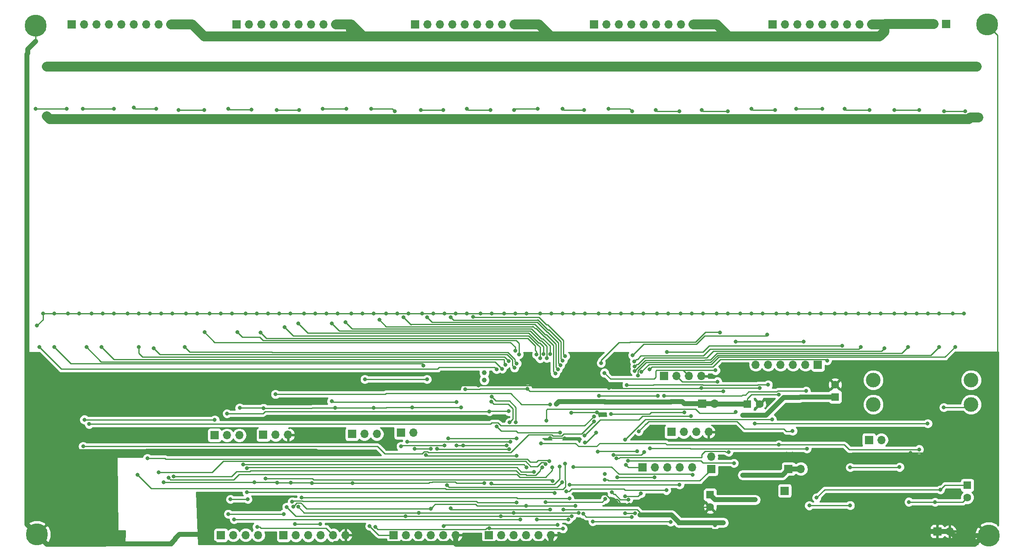
<source format=gbr>
G04 #@! TF.GenerationSoftware,KiCad,Pcbnew,(5.0.1)-4*
G04 #@! TF.CreationDate,2018-12-21T08:19:54-07:00*
G04 #@! TF.ProjectId,SprinklerControllerSTM,537072696E6B6C6572436F6E74726F6C,rev?*
G04 #@! TF.SameCoordinates,Original*
G04 #@! TF.FileFunction,Copper,L2,Bot,Signal*
G04 #@! TF.FilePolarity,Positive*
%FSLAX46Y46*%
G04 Gerber Fmt 4.6, Leading zero omitted, Abs format (unit mm)*
G04 Created by KiCad (PCBNEW (5.0.1)-4) date 12/21/2018 8:19:54 AM*
%MOMM*%
%LPD*%
G01*
G04 APERTURE LIST*
G04 #@! TA.AperFunction,ComponentPad*
%ADD10R,1.700000X1.700000*%
G04 #@! TD*
G04 #@! TA.AperFunction,ComponentPad*
%ADD11O,1.700000X1.700000*%
G04 #@! TD*
G04 #@! TA.AperFunction,ComponentPad*
%ADD12C,3.000000*%
G04 #@! TD*
G04 #@! TA.AperFunction,ComponentPad*
%ADD13C,4.500000*%
G04 #@! TD*
G04 #@! TA.AperFunction,ComponentPad*
%ADD14C,1.000000*%
G04 #@! TD*
G04 #@! TA.AperFunction,ComponentPad*
%ADD15R,1.600000X1.600000*%
G04 #@! TD*
G04 #@! TA.AperFunction,ComponentPad*
%ADD16C,1.600000*%
G04 #@! TD*
G04 #@! TA.AperFunction,ViaPad*
%ADD17C,0.800000*%
G04 #@! TD*
G04 #@! TA.AperFunction,Conductor*
%ADD18C,0.250000*%
G04 #@! TD*
G04 #@! TA.AperFunction,Conductor*
%ADD19C,1.000000*%
G04 #@! TD*
G04 #@! TA.AperFunction,Conductor*
%ADD20C,2.000000*%
G04 #@! TD*
G04 #@! TA.AperFunction,Conductor*
%ADD21C,0.254000*%
G04 #@! TD*
G04 APERTURE END LIST*
D10*
G04 #@! TO.P,J14,1*
G04 #@! TO.N,/CurrentSense*
X205450000Y-133300000D03*
G04 #@! TD*
G04 #@! TO.P,J12,1*
G04 #@! TO.N,+3V3*
X103000000Y-142400000D03*
D11*
G04 #@! TO.P,J12,2*
G04 #@! TO.N,/VIN0_0*
X105540000Y-142400000D03*
G04 #@! TO.P,J12,3*
G04 #@! TO.N,/VREF*
X108080000Y-142400000D03*
G04 #@! TO.P,J12,4*
G04 #@! TO.N,/VIN0_1*
X110620000Y-142400000D03*
G04 #@! TO.P,J12,5*
G04 #@! TO.N,/VIN1*
X113160000Y-142400000D03*
G04 #@! TO.P,J12,6*
G04 #@! TO.N,GND*
X115700000Y-142400000D03*
G04 #@! TD*
D10*
G04 #@! TO.P,J11,1*
G04 #@! TO.N,/ADC0*
X90200000Y-142386000D03*
D11*
G04 #@! TO.P,J11,2*
G04 #@! TO.N,/ADC1*
X92740000Y-142386000D03*
G04 #@! TO.P,J11,3*
G04 #@! TO.N,/ADC2*
X95280000Y-142386000D03*
G04 #@! TO.P,J11,4*
G04 #@! TO.N,/ADC3*
X97820000Y-142386000D03*
G04 #@! TD*
D10*
G04 #@! TO.P,J21,1*
G04 #@! TO.N,+3V3*
X182270000Y-121250000D03*
D11*
G04 #@! TO.P,J21,2*
G04 #@! TO.N,/cpu_stm32/SWDIO*
X184810000Y-121250000D03*
G04 #@! TO.P,J21,3*
G04 #@! TO.N,/cpu_stm32/SWCLK*
X187350000Y-121250000D03*
G04 #@! TO.P,J21,4*
G04 #@! TO.N,GND*
X189890000Y-121250000D03*
G04 #@! TD*
D12*
G04 #@! TO.P,F2,2*
G04 #@! TO.N,/24VAC0*
X243562000Y-115636000D03*
X243562000Y-110636000D03*
G04 #@! TO.P,F2,1*
G04 #@! TO.N,Net-(F2-Pad1)*
X223562000Y-110636000D03*
X223562000Y-115636000D03*
G04 #@! TD*
D13*
G04 #@! TO.P,H4,1*
G04 #@! TO.N,GND*
X52324000Y-38100000D03*
G04 #@! TD*
D10*
G04 #@! TO.P,J28,1*
G04 #@! TO.N,Net-(BT1-Pad1)*
X88900000Y-121920000D03*
D11*
G04 #@! TO.P,J28,2*
G04 #@! TO.N,/cpu_stm32/VBAT*
X91440000Y-121920000D03*
G04 #@! TO.P,J28,3*
G04 #@! TO.N,+1V8*
X93980000Y-121920000D03*
G04 #@! TD*
D10*
G04 #@! TO.P,J27,1*
G04 #@! TO.N,+1V8*
X98862000Y-121861000D03*
D11*
G04 #@! TO.P,J27,2*
G04 #@! TO.N,/cpu_stm32/BOOT*
X101402000Y-121861000D03*
G04 #@! TO.P,J27,3*
G04 #@! TO.N,GND*
X103942000Y-121861000D03*
G04 #@! TD*
D10*
G04 #@! TO.P,J26,1*
G04 #@! TO.N,/PB0*
X127000000Y-121412000D03*
D11*
G04 #@! TO.P,J26,2*
G04 #@! TO.N,/PB1*
X129540000Y-121412000D03*
G04 #@! TD*
D10*
G04 #@! TO.P,J13,1*
G04 #@! TO.N,/PB12*
X176400000Y-128550000D03*
D11*
G04 #@! TO.P,J13,2*
G04 #@! TO.N,/PB15*
X178940000Y-128550000D03*
G04 #@! TO.P,J13,3*
G04 #@! TO.N,/PE7*
X181480000Y-128550000D03*
G04 #@! TO.P,J13,4*
G04 #@! TO.N,/PE8*
X184020000Y-128550000D03*
G04 #@! TO.P,J13,5*
G04 #@! TO.N,/PE9*
X186560000Y-128550000D03*
G04 #@! TD*
D10*
G04 #@! TO.P,J25,1*
G04 #@! TO.N,/PD10*
X212237000Y-107511000D03*
D11*
G04 #@! TO.P,J25,2*
G04 #@! TO.N,/PD11*
X209697000Y-107511000D03*
G04 #@! TO.P,J25,3*
G04 #@! TO.N,/PD12*
X207157000Y-107511000D03*
G04 #@! TO.P,J25,4*
G04 #@! TO.N,/PD13*
X204617000Y-107511000D03*
G04 #@! TO.P,J25,5*
G04 #@! TO.N,/PA9*
X202077000Y-107511000D03*
G04 #@! TO.P,J25,6*
G04 #@! TO.N,/PC13*
X199537000Y-107511000D03*
G04 #@! TD*
D10*
G04 #@! TO.P,J23,1*
G04 #@! TO.N,+3V3*
X180812000Y-109836000D03*
D11*
G04 #@! TO.P,J23,2*
G04 #@! TO.N,/I2C2_SCL*
X183352000Y-109836000D03*
G04 #@! TO.P,J23,3*
G04 #@! TO.N,/I2C2_SDA*
X185892000Y-109836000D03*
G04 #@! TO.P,J23,4*
G04 #@! TO.N,GND*
X188432000Y-109836000D03*
G04 #@! TD*
D14*
G04 #@! TO.P,Y2,1*
G04 #@! TO.N,/cpu_stm32/XTAL1_32Khz*
X144037000Y-110636000D03*
G04 #@! TO.P,Y2,2*
G04 #@! TO.N,/cpu_stm32/XTAL2_32Khz*
X144037000Y-109136000D03*
G04 #@! TD*
D10*
G04 #@! TO.P,J9,1*
G04 #@! TO.N,+3V3*
X117000000Y-121700000D03*
D11*
G04 #@! TO.P,J9,2*
G04 #@! TO.N,Net-(J22-Pad1)*
X119540000Y-121700000D03*
G04 #@! TO.P,J9,3*
G04 #@! TO.N,+5V*
X122080000Y-121700000D03*
G04 #@! TD*
D10*
G04 #@! TO.P,J22,1*
G04 #@! TO.N,Net-(J22-Pad1)*
X125517000Y-142386000D03*
D11*
G04 #@! TO.P,J22,2*
G04 #@! TO.N,/SPI1_SCK*
X128057000Y-142386000D03*
G04 #@! TO.P,J22,3*
G04 #@! TO.N,/SPI1_MOSI*
X130597000Y-142386000D03*
G04 #@! TO.P,J22,4*
G04 #@! TO.N,/SPI1_MISO*
X133137000Y-142386000D03*
G04 #@! TO.P,J22,5*
G04 #@! TO.N,/SPI1_SS2*
X135677000Y-142386000D03*
G04 #@! TO.P,J22,6*
G04 #@! TO.N,GND*
X138217000Y-142386000D03*
G04 #@! TD*
G04 #@! TO.P,J18,2*
G04 #@! TO.N,+3V3*
X191140000Y-115500000D03*
D10*
G04 #@! TO.P,J18,1*
X188600000Y-115500000D03*
G04 #@! TD*
D15*
G04 #@! TO.P,C51,1*
G04 #@! TO.N,Net-(C51-Pad1)*
X242762000Y-132186000D03*
D16*
G04 #@! TO.P,C51,2*
G04 #@! TO.N,/PowerSupply/5VRaw*
X242762000Y-134686000D03*
G04 #@! TD*
D15*
G04 #@! TO.P,C1,1*
G04 #@! TO.N,+1V8*
X190212000Y-134136000D03*
D16*
G04 #@! TO.P,C1,2*
G04 #@! TO.N,GND*
X190212000Y-136636000D03*
G04 #@! TD*
D10*
G04 #@! TO.P,J8,1*
G04 #@! TO.N,+1V8*
X190462000Y-128886000D03*
D11*
G04 #@! TO.P,J8,2*
X190462000Y-126346000D03*
G04 #@! TD*
D10*
G04 #@! TO.P,J20,1*
G04 #@! TO.N,+5V*
X144962000Y-142386000D03*
D11*
G04 #@! TO.P,J20,2*
G04 #@! TO.N,/SPI1_SCK*
X147502000Y-142386000D03*
G04 #@! TO.P,J20,3*
G04 #@! TO.N,/SPI1_MOSI*
X150042000Y-142386000D03*
G04 #@! TO.P,J20,4*
G04 #@! TO.N,/SPI1_MISO*
X152582000Y-142386000D03*
G04 #@! TO.P,J20,5*
G04 #@! TO.N,/SPI1_SS0*
X155122000Y-142386000D03*
G04 #@! TO.P,J20,6*
G04 #@! TO.N,GND*
X157662000Y-142386000D03*
G04 #@! TD*
D13*
G04 #@! TO.P,H1,1*
G04 #@! TO.N,GND*
X247142000Y-142494000D03*
G04 #@! TD*
G04 #@! TO.P,H2,1*
G04 #@! TO.N,GND*
X246800000Y-37800000D03*
G04 #@! TD*
G04 #@! TO.P,H3,1*
G04 #@! TO.N,GND*
X52578000Y-142240000D03*
G04 #@! TD*
D11*
G04 #@! TO.P,J16,2*
G04 #@! TO.N,GND*
X239202000Y-141636000D03*
D10*
G04 #@! TO.P,J16,1*
X236662000Y-141636000D03*
G04 #@! TD*
G04 #@! TO.P,J17,1*
G04 #@! TO.N,+5V*
X206212000Y-128836000D03*
D11*
G04 #@! TO.P,J17,2*
X208752000Y-128836000D03*
G04 #@! TD*
D15*
G04 #@! TO.P,C54,1*
G04 #@! TO.N,+3V3*
X197812000Y-115536000D03*
D16*
G04 #@! TO.P,C54,2*
G04 #@! TO.N,GND*
X200312000Y-115536000D03*
G04 #@! TD*
D10*
G04 #@! TO.P,J2,1*
G04 #@! TO.N,/V0*
X59690000Y-37846000D03*
D11*
G04 #@! TO.P,J2,2*
G04 #@! TO.N,/V1*
X62230000Y-37846000D03*
G04 #@! TO.P,J2,3*
G04 #@! TO.N,/V2*
X64770000Y-37846000D03*
G04 #@! TO.P,J2,4*
G04 #@! TO.N,/V3*
X67310000Y-37846000D03*
G04 #@! TO.P,J2,5*
G04 #@! TO.N,/V4*
X69850000Y-37846000D03*
G04 #@! TO.P,J2,6*
G04 #@! TO.N,/V5*
X72390000Y-37846000D03*
G04 #@! TO.P,J2,7*
G04 #@! TO.N,/V6*
X74930000Y-37846000D03*
G04 #@! TO.P,J2,8*
G04 #@! TO.N,/V7*
X77470000Y-37846000D03*
G04 #@! TO.P,J2,9*
G04 #@! TO.N,/24VAC1*
X80010000Y-37846000D03*
G04 #@! TO.P,J2,10*
X82550000Y-37846000D03*
G04 #@! TD*
D15*
G04 #@! TO.P,C4,1*
G04 #@! TO.N,+5V*
X215762000Y-114086000D03*
D16*
G04 #@! TO.P,C4,2*
G04 #@! TO.N,GND*
X215762000Y-111586000D03*
G04 #@! TD*
D10*
G04 #@! TO.P,J10,1*
G04 #@! TO.N,+5V*
X222662000Y-122886000D03*
D11*
G04 #@! TO.P,J10,2*
G04 #@! TO.N,/PowerSupply/5VRaw*
X225202000Y-122886000D03*
G04 #@! TD*
D10*
G04 #@! TO.P,J7,1*
G04 #@! TO.N,/24VAC0*
X238400000Y-37750000D03*
D11*
G04 #@! TO.P,J7,2*
G04 #@! TO.N,/24VAC1*
X235860000Y-37750000D03*
G04 #@! TD*
D10*
G04 #@! TO.P,J6,1*
G04 #@! TO.N,/V32*
X202946000Y-37846000D03*
D11*
G04 #@! TO.P,J6,2*
G04 #@! TO.N,/V33*
X205486000Y-37846000D03*
G04 #@! TO.P,J6,3*
G04 #@! TO.N,/V34*
X208026000Y-37846000D03*
G04 #@! TO.P,J6,4*
G04 #@! TO.N,/V35*
X210566000Y-37846000D03*
G04 #@! TO.P,J6,5*
G04 #@! TO.N,/V36*
X213106000Y-37846000D03*
G04 #@! TO.P,J6,6*
G04 #@! TO.N,/V37*
X215646000Y-37846000D03*
G04 #@! TO.P,J6,7*
G04 #@! TO.N,/V38*
X218186000Y-37846000D03*
G04 #@! TO.P,J6,8*
G04 #@! TO.N,/V39*
X220726000Y-37846000D03*
G04 #@! TO.P,J6,9*
G04 #@! TO.N,/24VAC1*
X223266000Y-37846000D03*
G04 #@! TO.P,J6,10*
X225806000Y-37846000D03*
G04 #@! TD*
G04 #@! TO.P,J5,10*
G04 #@! TO.N,/24VAC1*
X189293500Y-37846000D03*
G04 #@! TO.P,J5,9*
X186753500Y-37846000D03*
G04 #@! TO.P,J5,8*
G04 #@! TO.N,/V31*
X184213500Y-37846000D03*
G04 #@! TO.P,J5,7*
G04 #@! TO.N,/V30*
X181673500Y-37846000D03*
G04 #@! TO.P,J5,6*
G04 #@! TO.N,/V29*
X179133500Y-37846000D03*
G04 #@! TO.P,J5,5*
G04 #@! TO.N,/V28*
X176593500Y-37846000D03*
G04 #@! TO.P,J5,4*
G04 #@! TO.N,/V27*
X174053500Y-37846000D03*
G04 #@! TO.P,J5,3*
G04 #@! TO.N,/V26*
X171513500Y-37846000D03*
G04 #@! TO.P,J5,2*
G04 #@! TO.N,/V25*
X168973500Y-37846000D03*
D10*
G04 #@! TO.P,J5,1*
G04 #@! TO.N,/V24*
X166433500Y-37846000D03*
G04 #@! TD*
G04 #@! TO.P,J4,1*
G04 #@! TO.N,/V16*
X129921000Y-37846000D03*
D11*
G04 #@! TO.P,J4,2*
G04 #@! TO.N,/V17*
X132461000Y-37846000D03*
G04 #@! TO.P,J4,3*
G04 #@! TO.N,/V18*
X135001000Y-37846000D03*
G04 #@! TO.P,J4,4*
G04 #@! TO.N,/V19*
X137541000Y-37846000D03*
G04 #@! TO.P,J4,5*
G04 #@! TO.N,/V20*
X140081000Y-37846000D03*
G04 #@! TO.P,J4,6*
G04 #@! TO.N,/V21*
X142621000Y-37846000D03*
G04 #@! TO.P,J4,7*
G04 #@! TO.N,/V22*
X145161000Y-37846000D03*
G04 #@! TO.P,J4,8*
G04 #@! TO.N,/V23*
X147701000Y-37846000D03*
G04 #@! TO.P,J4,9*
G04 #@! TO.N,/24VAC1*
X150241000Y-37846000D03*
G04 #@! TO.P,J4,10*
X152781000Y-37846000D03*
G04 #@! TD*
G04 #@! TO.P,J3,10*
G04 #@! TO.N,/24VAC1*
X116268500Y-37846000D03*
G04 #@! TO.P,J3,9*
X113728500Y-37846000D03*
G04 #@! TO.P,J3,8*
G04 #@! TO.N,/V15*
X111188500Y-37846000D03*
G04 #@! TO.P,J3,7*
G04 #@! TO.N,/V14*
X108648500Y-37846000D03*
G04 #@! TO.P,J3,6*
G04 #@! TO.N,/V13*
X106108500Y-37846000D03*
G04 #@! TO.P,J3,5*
G04 #@! TO.N,/V12*
X103568500Y-37846000D03*
G04 #@! TO.P,J3,4*
G04 #@! TO.N,/V11*
X101028500Y-37846000D03*
G04 #@! TO.P,J3,3*
G04 #@! TO.N,/V10*
X98488500Y-37846000D03*
G04 #@! TO.P,J3,2*
G04 #@! TO.N,/V9*
X95948500Y-37846000D03*
D10*
G04 #@! TO.P,J3,1*
G04 #@! TO.N,/V8*
X93408500Y-37846000D03*
G04 #@! TD*
D17*
G04 #@! TO.N,+5V*
X175862000Y-138286000D03*
X208612000Y-114086000D03*
X206362000Y-114236000D03*
X196912000Y-117836000D03*
X196882000Y-130086000D03*
X181762000Y-138286000D03*
X145087000Y-140971000D03*
X160187000Y-137111000D03*
X160112000Y-141061000D03*
X121743868Y-140704132D03*
X191200000Y-140328000D03*
X192900000Y-139850000D03*
G04 #@! TO.N,GND*
X88981000Y-143935000D03*
X171712000Y-136136000D03*
X173662000Y-136136000D03*
X231174500Y-125536000D03*
X236262000Y-125536000D03*
X213612000Y-125736000D03*
X207062000Y-125736000D03*
X205862000Y-125736000D03*
X201612000Y-125886000D03*
X169537000Y-112286000D03*
X142812000Y-111786000D03*
X162437000Y-143636000D03*
X173712000Y-143586000D03*
X193437000Y-131686000D03*
X138062000Y-111811000D03*
X133462000Y-111811000D03*
X188362000Y-112276000D03*
X200312000Y-112286000D03*
X155062000Y-111769551D03*
X60284000Y-117966000D03*
X157512000Y-122536000D03*
X160462000Y-122606000D03*
X167102000Y-117296000D03*
X86868000Y-143510000D03*
X70104000Y-142240000D03*
X83312000Y-125222000D03*
X76454000Y-125222000D03*
X70104000Y-125222000D03*
X72136000Y-125222000D03*
X183134000Y-136398000D03*
X177292000Y-135890000D03*
X165773500Y-134112000D03*
X130556000Y-111811000D03*
X116840000Y-111911000D03*
X123190000Y-111836000D03*
X109087000Y-111911000D03*
X114046000Y-111911000D03*
X125350000Y-111836000D03*
X103950000Y-111911000D03*
X104000000Y-125286000D03*
X109800000Y-125350000D03*
X188812000Y-132136000D03*
X161802000Y-117300000D03*
X100100000Y-143935000D03*
X189150000Y-141636000D03*
X70100000Y-144200000D03*
X109450000Y-143935000D03*
X176000000Y-144250000D03*
X114200000Y-125400000D03*
X204750000Y-141636000D03*
G04 #@! TO.N,+3V3*
X234696000Y-97028000D03*
X239776000Y-97028000D03*
X232410000Y-97028000D03*
X236982000Y-97028000D03*
X242062000Y-97028000D03*
X222758000Y-97028000D03*
X227838000Y-97028000D03*
X220472000Y-97028000D03*
X225044000Y-97028000D03*
X230124000Y-97028000D03*
X210566000Y-97028000D03*
X215646000Y-97028000D03*
X208280000Y-97028000D03*
X212852000Y-97028000D03*
X217932000Y-97028000D03*
X198628000Y-97028000D03*
X203708000Y-97028000D03*
X196342000Y-97028000D03*
X200914000Y-97028000D03*
X205994000Y-97028000D03*
X186436000Y-97028000D03*
X191516000Y-97028000D03*
X184150000Y-97028000D03*
X188722000Y-97028000D03*
X193802000Y-97028000D03*
X174244000Y-97028000D03*
X179324000Y-97028000D03*
X171958000Y-97028000D03*
X176530000Y-97028000D03*
X181610000Y-97028000D03*
X162306000Y-97028000D03*
X167386000Y-97028000D03*
X160020000Y-97028000D03*
X164592000Y-97028000D03*
X169672000Y-97028000D03*
X150368000Y-97028000D03*
X155448000Y-97028000D03*
X148082000Y-97028000D03*
X152654000Y-97028000D03*
X157734000Y-97028000D03*
X138176000Y-97028000D03*
X143256000Y-97028000D03*
X135890000Y-97028000D03*
X140462000Y-97028000D03*
X145542000Y-97028000D03*
X126238000Y-97028000D03*
X131318000Y-97028000D03*
X123952000Y-97028000D03*
X128524000Y-97028000D03*
X133604000Y-97028000D03*
X114046000Y-97028000D03*
X119126000Y-97028000D03*
X111760000Y-97028000D03*
X121412000Y-97028000D03*
X102108000Y-97028000D03*
X107188000Y-97028000D03*
X99822000Y-97028000D03*
X104394000Y-97028000D03*
X109474000Y-97028000D03*
X90170000Y-97028000D03*
X95250000Y-97028000D03*
X87884000Y-97028000D03*
X92456000Y-97028000D03*
X97536000Y-97028000D03*
X77978000Y-97028000D03*
X83058000Y-97028000D03*
X75692000Y-97028000D03*
X80264000Y-97028000D03*
X85344000Y-97028000D03*
X66040000Y-97028000D03*
X71120000Y-97028000D03*
X63754000Y-97028000D03*
X68326000Y-97028000D03*
X73406000Y-97028000D03*
X204262000Y-113636000D03*
X168687000Y-115086000D03*
X158812000Y-115586000D03*
X234667000Y-119536000D03*
X199312000Y-119561000D03*
X97087000Y-131596998D03*
X101712000Y-131686000D03*
X108837000Y-131736000D03*
X104537000Y-131686000D03*
X194687000Y-115536000D03*
X53848000Y-97028000D03*
X56134000Y-97028000D03*
X58928000Y-97028000D03*
X61214000Y-97028000D03*
X116840000Y-97028000D03*
X78486000Y-131572000D03*
X184500000Y-115086000D03*
X182250000Y-115100000D03*
X144050000Y-131750000D03*
X52634986Y-99500863D03*
X117104999Y-131750000D03*
G04 #@! TO.N,/24VAC0*
X237962000Y-116236000D03*
G04 #@! TO.N,Net-(D45-Pad1)*
X210462000Y-136336000D03*
X218812000Y-136286000D03*
G04 #@! TO.N,/24VAC0Fused*
X54652000Y-46482000D03*
X93500420Y-46482000D03*
X83788315Y-46482000D03*
X74076210Y-46482000D03*
X64364105Y-46482000D03*
X103124000Y-46482000D03*
X112924630Y-46482000D03*
X122636735Y-46482000D03*
X132348840Y-46482000D03*
X141986000Y-46482000D03*
X151773050Y-46482000D03*
X161485155Y-46482000D03*
X171197260Y-46482000D03*
X181102000Y-46482000D03*
X190621470Y-46228000D03*
X200333575Y-46482000D03*
X210045680Y-46482000D03*
X219757785Y-46228000D03*
X229469890Y-46228000D03*
X239182000Y-46482000D03*
X54652000Y-56642000D03*
X245086990Y-56896000D03*
X239182000Y-56896000D03*
X229469890Y-56896000D03*
X219757785Y-56896000D03*
X210045680Y-56896000D03*
X200333575Y-56896000D03*
X190621470Y-56896000D03*
X180909365Y-56896000D03*
X171197260Y-56896000D03*
X161485155Y-56896000D03*
X151773050Y-56896000D03*
X142060945Y-56896000D03*
X132348840Y-56896000D03*
X122636735Y-56642000D03*
X112924630Y-56642000D03*
X103212525Y-56642000D03*
X93500420Y-56642000D03*
X83788315Y-56642000D03*
X74076210Y-56642000D03*
X64364105Y-56642000D03*
X244718000Y-46482000D03*
X244000000Y-56896000D03*
G04 #@! TO.N,/CurrentSense*
X155605615Y-123584036D03*
X232912000Y-124851000D03*
X204250000Y-123861000D03*
G04 #@! TO.N,Net-(D41-Pad3)*
X154940000Y-55118000D03*
X150114000Y-55372000D03*
G04 #@! TO.N,Net-(D15-Pad3)*
X213106000Y-55118000D03*
X207772000Y-55118000D03*
G04 #@! TO.N,Net-(D16-Pad3)*
X222758000Y-55372000D03*
X217678000Y-55118000D03*
G04 #@! TO.N,Net-(D17-Pad3)*
X232918000Y-55372000D03*
X227841381Y-55369574D03*
G04 #@! TO.N,Net-(D18-Pad3)*
X242316000Y-55626000D03*
X237998000Y-55626000D03*
G04 #@! TO.N,Net-(D8-Pad3)*
X86773315Y-55372000D03*
X81534000Y-55372000D03*
G04 #@! TO.N,Net-(D7-Pad3)*
X76962000Y-55118000D03*
X72390000Y-54864000D03*
G04 #@! TO.N,Net-(D6-Pad3)*
X68326000Y-55118000D03*
X61976000Y-55118000D03*
G04 #@! TO.N,Net-(D5-Pad3)*
X58674000Y-55118000D03*
X52324000Y-55118000D03*
G04 #@! TO.N,Net-(D26-Pad3)*
X125737385Y-55626000D03*
X120904000Y-55118000D03*
G04 #@! TO.N,Net-(D42-Pad3)*
X164470155Y-55372000D03*
X160020000Y-55118000D03*
G04 #@! TO.N,Net-(D39-Pad3)*
X135636000Y-55372000D03*
X131064000Y-55372000D03*
G04 #@! TO.N,Net-(D40-Pad3)*
X145288000Y-55372000D03*
X140462000Y-55118000D03*
G04 #@! TO.N,Net-(D34-Pad3)*
X203454000Y-55372000D03*
X198628000Y-55118000D03*
G04 #@! TO.N,Net-(D33-Pad3)*
X193802000Y-55626000D03*
X188468000Y-55372000D03*
G04 #@! TO.N,Net-(D32-Pad3)*
X183896000Y-55626000D03*
X179070000Y-55372000D03*
G04 #@! TO.N,Net-(D25-Pad3)*
X115811990Y-55118000D03*
X111028360Y-55089454D03*
G04 #@! TO.N,Net-(D24-Pad3)*
X106172000Y-55372000D03*
X101600000Y-55372000D03*
G04 #@! TO.N,Net-(D23-Pad3)*
X96485420Y-55267166D03*
X91694000Y-55118000D03*
G04 #@! TO.N,Net-(D31-Pad3)*
X174244000Y-55626000D03*
X169418000Y-55118000D03*
G04 #@! TO.N,Net-(C51-Pad1)*
X237262000Y-133086000D03*
X211962000Y-134736000D03*
G04 #@! TO.N,/SE12*
X156807001Y-106172000D03*
X112915682Y-99060000D03*
G04 #@! TO.N,/SE39*
X176166129Y-108990129D03*
X240284000Y-103886000D03*
G04 #@! TO.N,/SE37*
X174780805Y-108826875D03*
X230632000Y-103886000D03*
G04 #@! TO.N,/SE35*
X174691369Y-106825369D03*
X220980000Y-103886000D03*
G04 #@! TO.N,/SE33*
X177800000Y-108458000D03*
X214122000Y-106631060D03*
G04 #@! TO.N,/SE38*
X175465805Y-109727101D03*
X236982000Y-103886000D03*
G04 #@! TO.N,/SE36*
X174772000Y-107836000D03*
X225806000Y-104140000D03*
G04 #@! TO.N,/SE34*
X181356000Y-104902000D03*
X217170000Y-103621020D03*
G04 #@! TO.N,/SE32*
X209296000Y-102801000D03*
X171009317Y-126687542D03*
X194000000Y-125371000D03*
X195400000Y-102801000D03*
G04 #@! TO.N,/SE3*
X148382632Y-107486000D03*
X65786000Y-103886000D03*
G04 #@! TO.N,/SE1*
X56134000Y-103886000D03*
X150622000Y-126165413D03*
X132080000Y-125984000D03*
X131572000Y-107696000D03*
G04 #@! TO.N,/SE6*
X150677000Y-107235001D03*
X82804000Y-103886000D03*
G04 #@! TO.N,/SE4*
X149067632Y-106760369D03*
X73406000Y-103886000D03*
G04 #@! TO.N,/SE2*
X147697632Y-108324664D03*
X62738000Y-103886000D03*
G04 #@! TO.N,/SE0*
X53086000Y-103886000D03*
X146558000Y-120142000D03*
X146558000Y-108458000D03*
X159512000Y-121412000D03*
G04 #@! TO.N,/SE10*
X155437001Y-106191447D03*
X103246735Y-99822000D03*
G04 #@! TO.N,/SE5*
X150227000Y-108128402D03*
X76454000Y-104140000D03*
G04 #@! TO.N,/SE30*
X173390953Y-127135000D03*
X195050000Y-127650000D03*
G04 #@! TO.N,/SE7*
X150368000Y-104648000D03*
X86851558Y-100838000D03*
G04 #@! TO.N,/SE17*
X160077000Y-106680000D03*
X137160000Y-97790000D03*
G04 #@! TO.N,/SE18*
X160577000Y-105754125D03*
X141729500Y-97713000D03*
G04 #@! TO.N,/SE16*
X159577000Y-107568824D03*
X132334000Y-97790000D03*
G04 #@! TO.N,/SE31*
X174350000Y-105550000D03*
X201846254Y-101350000D03*
G04 #@! TO.N,/SE29*
X167921369Y-107145369D03*
X192189196Y-100915000D03*
G04 #@! TO.N,/SE15*
X159077000Y-108426712D03*
X127508000Y-97790000D03*
G04 #@! TO.N,/SE13*
X157492001Y-105333000D03*
X115679780Y-98806000D03*
G04 #@! TO.N,/SE11*
X156122001Y-105333000D03*
X106033200Y-99060000D03*
G04 #@! TO.N,/SE9*
X154686000Y-105410000D03*
X98298000Y-100914999D03*
G04 #@! TO.N,/SE14*
X158577000Y-109314266D03*
X122584629Y-98298000D03*
G04 #@! TO.N,/SE8*
X151158465Y-105389231D03*
X93577788Y-100838000D03*
G04 #@! TO.N,/PowerSupply/5VRaw*
X236162000Y-135636000D03*
X230812000Y-135586000D03*
X218837000Y-128511000D03*
X228912000Y-128461000D03*
G04 #@! TO.N,/GSEL*
X157988000Y-131318000D03*
X99350000Y-130800000D03*
G04 #@! TO.N,/VIN1*
X97600000Y-140700000D03*
G04 #@! TO.N,/ADC1*
X151362000Y-139186000D03*
X92150000Y-135045000D03*
X95700000Y-135045000D03*
X92900000Y-139150000D03*
G04 #@! TO.N,/CS1*
X95504000Y-133604000D03*
X158400000Y-133800000D03*
G04 #@! TO.N,/ADC0*
X91712000Y-138061000D03*
X103087000Y-138061000D03*
X150677000Y-135715999D03*
X104783869Y-135532869D03*
G04 #@! TO.N,/VIN0_1*
X105306000Y-140150000D03*
X110500000Y-140150000D03*
G04 #@! TO.N,/PE7*
X160800000Y-133450000D03*
X181250000Y-133200000D03*
G04 #@! TO.N,/ADC3*
X154212000Y-129436000D03*
X95550000Y-128646000D03*
G04 #@! TO.N,/ADC2*
X152712000Y-128536000D03*
X94750000Y-127961000D03*
G04 #@! TO.N,/USBSerial/ser1_3_3V*
X174847000Y-137896002D03*
X172812000Y-137886000D03*
X172812000Y-134436000D03*
X176062000Y-133836000D03*
G04 #@! TO.N,/cpu_stm32/NRST*
X150637000Y-122621000D03*
X136652000Y-122621000D03*
G04 #@! TO.N,/USBSerial/VUSB*
X166212000Y-139586000D03*
X182112000Y-139686000D03*
G04 #@! TO.N,/USBSerial/USB-PR*
X164262000Y-138036000D03*
X174162000Y-138636000D03*
G04 #@! TO.N,/TXD*
X170412000Y-125936000D03*
X176700000Y-125350000D03*
G04 #@! TO.N,/RXD*
X175312000Y-125251000D03*
X167208940Y-125328177D03*
G04 #@! TO.N,/USBSerial/USB+PR*
X170112000Y-133636000D03*
X173497000Y-135128000D03*
G04 #@! TO.N,+1V8*
X152862000Y-112454551D03*
X192862000Y-112911000D03*
X168712000Y-129836000D03*
X156587000Y-135586000D03*
X139287000Y-116261000D03*
X98912000Y-116386000D03*
X140172000Y-112536000D03*
X168778641Y-134985303D03*
X129286000Y-116261000D03*
X121412000Y-116332000D03*
X113538000Y-116361000D03*
X94050000Y-116350000D03*
X168712000Y-131050000D03*
X199400000Y-135150000D03*
G04 #@! TO.N,/cpu_stm32/SWDIO*
X169948505Y-117635489D03*
X184950000Y-117295999D03*
G04 #@! TO.N,/cpu_stm32/SWCLK*
X164550000Y-122000000D03*
X186250000Y-118026000D03*
G04 #@! TO.N,/SPI1_SS0*
X161223436Y-139166000D03*
X154816172Y-139166000D03*
G04 #@! TO.N,/SPI1_SCK*
X161937000Y-138481000D03*
X147412000Y-138486000D03*
X103637000Y-136636000D03*
X127937000Y-138486000D03*
G04 #@! TO.N,/SPI1_MISO*
X162646839Y-136426000D03*
X152562000Y-136426000D03*
X105012000Y-136561000D03*
X133112000Y-136950999D03*
G04 #@! TO.N,/SPI1_MOSI*
X105999000Y-136569000D03*
X163332483Y-137796000D03*
X150062000Y-137811000D03*
X130662000Y-137800999D03*
G04 #@! TO.N,/SPI1_SS1*
X106684000Y-134715990D03*
X161462711Y-134901000D03*
G04 #@! TO.N,Net-(J22-Pad1)*
X120612000Y-140541001D03*
G04 #@! TO.N,/SPI1_SS2*
X159062000Y-140286000D03*
X135762000Y-140541001D03*
G04 #@! TO.N,/cpu_stm32/NPOR*
X159450000Y-128350000D03*
X145500000Y-131850000D03*
G04 #@! TO.N,/cpu_stm32/BOOT*
X157537000Y-115611000D03*
X101350000Y-113550000D03*
G04 #@! TO.N,/cpu_stm32/XTAL2_32Khz*
X150502836Y-119251000D03*
X145527000Y-114061000D03*
G04 #@! TO.N,/cpu_stm32/XTAL1_32Khz*
X145462000Y-115061000D03*
X149192000Y-119311010D03*
G04 #@! TO.N,/I2C2_SCL*
X167502000Y-113836000D03*
X191687000Y-110961000D03*
X179500000Y-113836000D03*
G04 #@! TO.N,/I2C2_SDA*
X168612000Y-109186000D03*
X191312000Y-108661000D03*
G04 #@! TO.N,/PC13*
X156700000Y-118950000D03*
X195400000Y-117150000D03*
G04 #@! TO.N,/PE8*
X161450000Y-132050000D03*
X183950000Y-132050000D03*
G04 #@! TO.N,/PE9*
X162250000Y-128400000D03*
X186650000Y-130000000D03*
G04 #@! TO.N,/PB12*
X172974000Y-128016000D03*
G04 #@! TO.N,/PB15*
X171196000Y-130556000D03*
X178800000Y-130550000D03*
G04 #@! TO.N,/PD10*
X209962000Y-124686000D03*
X177900000Y-124600000D03*
G04 #@! TO.N,/PD11*
X209812001Y-112876000D03*
X180750000Y-113900000D03*
G04 #@! TO.N,/PD12*
X175612000Y-121111000D03*
X207062000Y-121036000D03*
G04 #@! TO.N,/PD13*
X172836289Y-122810288D03*
X202887000Y-118711000D03*
G04 #@! TO.N,/PB0*
X157480000Y-137111000D03*
X137160000Y-136906000D03*
X135890000Y-123991000D03*
X127000000Y-124206000D03*
G04 #@! TO.N,/PB1*
X159947000Y-131573326D03*
X133096000Y-124686000D03*
X129794000Y-124714000D03*
X136398000Y-132159010D03*
G04 #@! TO.N,Net-(BT1-Pad1)*
X62300000Y-118750000D03*
X88950000Y-118800000D03*
G04 #@! TO.N,/cpu_stm32/VBAT*
X149067632Y-117036000D03*
X145092000Y-117096000D03*
X91450000Y-117500000D03*
G04 #@! TO.N,/cpu_stm32/USB_DP*
X166447000Y-118110000D03*
X63300000Y-119650000D03*
G04 #@! TO.N,/cpu_stm32/USB_DM*
X166447000Y-119126000D03*
X62050000Y-124200000D03*
G04 #@! TO.N,/SW2*
X149141910Y-124776494D03*
X134366000Y-124714000D03*
X132334000Y-110490000D03*
X119634000Y-110490000D03*
G04 #@! TO.N,/SW4*
X128270000Y-123306000D03*
X149352000Y-123306000D03*
G04 #@! TO.N,/SW3*
X148590000Y-123991000D03*
X139700000Y-123991000D03*
X138350000Y-115150000D03*
X112850000Y-115000000D03*
X138350000Y-124000000D03*
G04 #@! TO.N,/PA9*
X173150000Y-111650000D03*
X202050000Y-111600000D03*
G04 #@! TO.N,/cpu_stm32/SD_SPI_DET*
X166878000Y-121412000D03*
X164577000Y-123444000D03*
X160528000Y-127762000D03*
X73152000Y-130048000D03*
G04 #@! TO.N,/cpu_stm32/SD_SPI_MISO*
X157294469Y-127205849D03*
X75169000Y-126669000D03*
G04 #@! TO.N,/cpu_stm32/SD_SPI_SCK*
X156606038Y-127874928D03*
X77470000Y-129540000D03*
G04 #@! TO.N,/cpu_stm32/SD_SPI_MOSI*
X157947000Y-128554045D03*
X79500000Y-130650000D03*
G04 #@! TO.N,/cpu_stm32/SD_SPI_SS0*
X155887000Y-128511000D03*
X80518000Y-130350000D03*
G04 #@! TD*
D18*
G04 #@! TO.N,+5V*
X183662000Y-140186000D02*
X181762000Y-138286000D01*
X175862000Y-137720315D02*
X175252685Y-137111000D01*
X175862000Y-138286000D02*
X175862000Y-137720315D01*
X175252685Y-137111000D02*
X160187000Y-137111000D01*
X145177000Y-141061000D02*
X145087000Y-140971000D01*
X160112000Y-141061000D02*
X145177000Y-141061000D01*
X122265738Y-141226002D02*
X121743868Y-140704132D01*
X144266313Y-141226002D02*
X122265738Y-141226002D01*
X145087000Y-140971000D02*
X144521315Y-140971000D01*
X144521315Y-140971000D02*
X144266313Y-141226002D01*
X185112000Y-140186000D02*
X184250000Y-140186000D01*
X184250000Y-140186000D02*
X183662000Y-140186000D01*
X184250000Y-140186000D02*
X191058000Y-140186000D01*
X191058000Y-140186000D02*
X191200000Y-140328000D01*
D19*
X175862000Y-138286000D02*
X181762000Y-138286000D01*
X182327685Y-138286000D02*
X183891685Y-139850000D01*
X181762000Y-138286000D02*
X182327685Y-138286000D01*
X204962000Y-130086000D02*
X206212000Y-128836000D01*
X196882000Y-130086000D02*
X204962000Y-130086000D01*
X206212000Y-128836000D02*
X208752000Y-128836000D01*
X197477685Y-117836000D02*
X197491685Y-117850000D01*
X196912000Y-117836000D02*
X197477685Y-117836000D01*
X205230802Y-114236000D02*
X206362000Y-114236000D01*
X201616802Y-117850000D02*
X205230802Y-114236000D01*
X197491685Y-117850000D02*
X201616802Y-117850000D01*
X208462000Y-114236000D02*
X208612000Y-114086000D01*
X206362000Y-114236000D02*
X208462000Y-114236000D01*
X208612000Y-114086000D02*
X215762000Y-114086000D01*
X183891685Y-139850000D02*
X192900000Y-139850000D01*
G04 #@! TO.N,/24VAC1*
X80010000Y-37846000D02*
X82550000Y-37846000D01*
X82550000Y-37846000D02*
X84328000Y-37846000D01*
X84328000Y-37846000D02*
X85838001Y-39356001D01*
X116576420Y-39356001D02*
X116586000Y-39356001D01*
X116268500Y-39048081D02*
X116576420Y-39356001D01*
X116268500Y-37846000D02*
X116268500Y-39048081D01*
D20*
X225806000Y-37846000D02*
X225806000Y-39344000D01*
X225806000Y-39344000D02*
X224850000Y-40300000D01*
X86782000Y-40300000D02*
X84328000Y-37846000D01*
X84328000Y-37846000D02*
X80010000Y-37846000D01*
X116846000Y-37846000D02*
X119300000Y-40300000D01*
X113728500Y-37846000D02*
X116846000Y-37846000D01*
X119300000Y-40300000D02*
X86782000Y-40300000D01*
X155246000Y-37846000D02*
X157700000Y-40300000D01*
X150241000Y-37846000D02*
X155246000Y-37846000D01*
X157700000Y-40300000D02*
X119300000Y-40300000D01*
X191496000Y-37846000D02*
X193950000Y-40300000D01*
X186753500Y-37846000D02*
X191496000Y-37846000D01*
X224850000Y-40300000D02*
X193950000Y-40300000D01*
X193950000Y-40300000D02*
X157700000Y-40300000D01*
X223266000Y-37846000D02*
X225806000Y-37846000D01*
X225902000Y-37750000D02*
X225806000Y-37846000D01*
X235860000Y-37750000D02*
X225902000Y-37750000D01*
D18*
G04 #@! TO.N,GND*
X88981000Y-143935000D02*
X100100000Y-143935000D01*
X171712000Y-136136000D02*
X173662000Y-136136000D01*
X231174500Y-125536000D02*
X236262000Y-125536000D01*
X219075802Y-125736000D02*
X213612000Y-125736000D01*
X231174500Y-125536000D02*
X219275802Y-125536000D01*
X219275802Y-125536000D02*
X219075802Y-125736000D01*
X213612000Y-125736000D02*
X207062000Y-125736000D01*
X207062000Y-125736000D02*
X205862000Y-125736000D01*
X201762000Y-125736000D02*
X201612000Y-125886000D01*
X205862000Y-125736000D02*
X201762000Y-125736000D01*
X203112000Y-141636000D02*
X195212000Y-141636000D01*
X169537000Y-112286000D02*
X169020551Y-111769551D01*
X155062000Y-111769551D02*
X142828449Y-111769551D01*
X142828449Y-111769551D02*
X142812000Y-111786000D01*
X188687000Y-132011000D02*
X188812000Y-132136000D01*
X173712000Y-143586000D02*
X180212000Y-143586000D01*
X180212000Y-143586000D02*
X180537000Y-143261000D01*
X188812000Y-132136000D02*
X192987000Y-132136000D01*
X192987000Y-132136000D02*
X193437000Y-131686000D01*
X142812000Y-111786000D02*
X138087000Y-111786000D01*
X138087000Y-111786000D02*
X138062000Y-111811000D01*
X129112000Y-111811000D02*
X129087000Y-111836000D01*
X138062000Y-111811000D02*
X133462000Y-111811000D01*
X100100000Y-143935000D02*
X109450000Y-143935000D01*
X113364000Y-143636000D02*
X162437000Y-143636000D01*
X170102685Y-112286000D02*
X170202685Y-112386000D01*
X169537000Y-112286000D02*
X170102685Y-112286000D01*
X188252000Y-112386000D02*
X188362000Y-112276000D01*
X187312000Y-112386000D02*
X188252000Y-112386000D01*
X187312000Y-112386000D02*
X187887000Y-112386000D01*
X170202685Y-112386000D02*
X187312000Y-112386000D01*
X188977686Y-112225999D02*
X198176999Y-112225999D01*
X188362000Y-112276000D02*
X188927685Y-112276000D01*
X188927685Y-112276000D02*
X188977686Y-112225999D01*
X198237000Y-112286000D02*
X200312000Y-112286000D01*
X198176999Y-112225999D02*
X198237000Y-112286000D01*
X117537000Y-111836000D02*
X117462000Y-111911000D01*
X169020551Y-111769551D02*
X155062000Y-111769551D01*
X157512000Y-122536000D02*
X160392000Y-122536000D01*
X160392000Y-122536000D02*
X160462000Y-122606000D01*
X52324000Y-38100000D02*
X52324000Y-41281980D01*
X246767980Y-37846000D02*
X248920000Y-39998020D01*
X248920000Y-39998020D02*
X248920000Y-125222000D01*
X248606000Y-125536000D02*
X236262000Y-125536000D01*
X248920000Y-125222000D02*
X248606000Y-125536000D01*
X80689000Y-143935000D02*
X80134001Y-144489999D01*
X87293000Y-143935000D02*
X86868000Y-143510000D01*
X87630000Y-143935000D02*
X87293000Y-143935000D01*
X88981000Y-143935000D02*
X87630000Y-143935000D01*
X69850000Y-142240000D02*
X70104000Y-142240000D01*
X100302000Y-125316000D02*
X83406000Y-125316000D01*
X83406000Y-125316000D02*
X83312000Y-125222000D01*
X83312000Y-125222000D02*
X76454000Y-125222000D01*
X76454000Y-125222000D02*
X72136000Y-125222000D01*
X72136000Y-125222000D02*
X70104000Y-125222000D01*
X190212000Y-136636000D02*
X183372000Y-136636000D01*
X183372000Y-136636000D02*
X183134000Y-136398000D01*
X183134000Y-136398000D02*
X177800000Y-136398000D01*
X177800000Y-136398000D02*
X177292000Y-135890000D01*
X171712000Y-135570315D02*
X171196000Y-135054315D01*
X171712000Y-136136000D02*
X171712000Y-135570315D01*
X168919140Y-134112000D02*
X165773500Y-134112000D01*
X169861455Y-135054315D02*
X168919140Y-134112000D01*
X171196000Y-135054315D02*
X169861455Y-135054315D01*
X60284000Y-117966000D02*
X54974000Y-117966000D01*
X129087000Y-111836000D02*
X125350000Y-111836000D01*
X133462000Y-111811000D02*
X130556000Y-111811000D01*
X130556000Y-111811000D02*
X129112000Y-111811000D01*
X117462000Y-111911000D02*
X116840000Y-111911000D01*
X116840000Y-111911000D02*
X114046000Y-111911000D01*
X125350000Y-111836000D02*
X123190000Y-111836000D01*
X123190000Y-111836000D02*
X117537000Y-111836000D01*
X100302000Y-125316000D02*
X100332000Y-125286000D01*
X105532000Y-125286000D02*
X105622000Y-125376000D01*
X114046000Y-111911000D02*
X109087000Y-111911000D01*
X109087000Y-111911000D02*
X103950000Y-111911000D01*
X100332000Y-125286000D02*
X104000000Y-125286000D01*
X109736000Y-125286000D02*
X109800000Y-125350000D01*
X105050000Y-125286000D02*
X109736000Y-125286000D01*
X105050000Y-125286000D02*
X105532000Y-125286000D01*
X104000000Y-125286000D02*
X105050000Y-125286000D01*
X161806000Y-117296000D02*
X167102000Y-117296000D01*
X161806000Y-117296000D02*
X161802000Y-117300000D01*
X195362000Y-141636000D02*
X189150000Y-141636000D01*
X70389999Y-144489999D02*
X70550000Y-144489999D01*
X70100000Y-144200000D02*
X70389999Y-144489999D01*
X70550000Y-144489999D02*
X80134001Y-144489999D01*
X54827999Y-144489999D02*
X70550000Y-144489999D01*
X113150000Y-143850000D02*
X113364000Y-143636000D01*
X109450000Y-143935000D02*
X109995081Y-143935000D01*
D19*
X52578000Y-142240000D02*
X54588990Y-144250990D01*
D18*
X54588990Y-144250990D02*
X54827999Y-144489999D01*
D19*
X54588990Y-144250990D02*
X66599010Y-144250990D01*
X66599010Y-144250990D02*
X66600000Y-144250000D01*
X161950000Y-144250000D02*
X162600000Y-144250000D01*
X246056000Y-142494000D02*
X247142000Y-142494000D01*
X244300000Y-144250000D02*
X246056000Y-142494000D01*
X240060000Y-142494000D02*
X239202000Y-141636000D01*
X247142000Y-142494000D02*
X240060000Y-142494000D01*
X239202000Y-141636000D02*
X236662000Y-141636000D01*
X203112000Y-141636000D02*
X189264000Y-141636000D01*
X187314000Y-143586000D02*
X173712000Y-143586000D01*
X189264000Y-141636000D02*
X187314000Y-143586000D01*
X157650000Y-143600081D02*
X157650000Y-144250000D01*
X157662000Y-143588081D02*
X157650000Y-143600081D01*
X157662000Y-142386000D02*
X157662000Y-143588081D01*
X138250000Y-144250000D02*
X157650000Y-144250000D01*
X157650000Y-144250000D02*
X161950000Y-144250000D01*
X138217000Y-144217000D02*
X138250000Y-144250000D01*
X138217000Y-142386000D02*
X138217000Y-144217000D01*
X161950000Y-144250000D02*
X176000000Y-144250000D01*
X176000000Y-144250000D02*
X244300000Y-144250000D01*
X60284000Y-117966000D02*
X50866000Y-117966000D01*
X50866000Y-117966000D02*
X50547010Y-118284990D01*
X50547010Y-118284990D02*
X50547010Y-137550000D01*
X50547010Y-140209010D02*
X52578000Y-142240000D01*
X50547010Y-137550000D02*
X50547010Y-140209010D01*
D18*
X50379096Y-125222000D02*
X50357096Y-125200000D01*
X70104000Y-125222000D02*
X50379096Y-125222000D01*
X50172010Y-113164010D02*
X50357096Y-125200000D01*
D19*
X109672000Y-125222000D02*
X109800000Y-125350000D01*
X83312000Y-125222000D02*
X109672000Y-125222000D01*
X137962000Y-111911000D02*
X138062000Y-111811000D01*
X103950000Y-111911000D02*
X137962000Y-111911000D01*
X50547010Y-118284990D02*
X50547010Y-98400000D01*
D18*
X50547010Y-98400000D02*
X50172010Y-113164010D01*
D19*
X50547010Y-43902990D02*
X50547010Y-98400000D01*
X50700000Y-43750000D02*
X50547010Y-43902990D01*
X52324000Y-41281980D02*
X50700000Y-42905980D01*
X50700000Y-42905980D02*
X50700000Y-43750000D01*
X109800000Y-125350000D02*
X114150000Y-125350000D01*
X114150000Y-125350000D02*
X114200000Y-125400000D01*
X50547010Y-125260001D02*
X50547010Y-125300000D01*
X75009197Y-125260001D02*
X50547010Y-125260001D01*
X75047198Y-125222000D02*
X75009197Y-125260001D01*
X83312000Y-125222000D02*
X75047198Y-125222000D01*
D18*
X50357096Y-125200000D02*
X50547010Y-125300000D01*
X50547010Y-125300000D02*
X50547010Y-137550000D01*
D19*
X236662000Y-141636000D02*
X204750000Y-141636000D01*
X204750000Y-141636000D02*
X203112000Y-141636000D01*
D18*
X80134001Y-144489999D02*
X80134001Y-144015999D01*
D19*
X79950000Y-144200000D02*
X80900000Y-143250000D01*
X70100000Y-144200000D02*
X79950000Y-144200000D01*
D18*
X80134001Y-144015999D02*
X80900000Y-143250000D01*
D19*
X80900000Y-143250000D02*
X80900000Y-143050000D01*
X80900000Y-143050000D02*
X81700000Y-142250000D01*
X85608000Y-142250000D02*
X86868000Y-143510000D01*
X81700000Y-142250000D02*
X85608000Y-142250000D01*
D18*
G04 #@! TO.N,+3V3*
X234696000Y-97028000D02*
X236982000Y-97028000D01*
X232410000Y-97028000D02*
X234696000Y-97028000D01*
X236982000Y-97028000D02*
X239776000Y-97028000D01*
X239776000Y-97028000D02*
X242062000Y-97028000D01*
X222758000Y-97028000D02*
X225044000Y-97028000D01*
X220472000Y-97028000D02*
X222758000Y-97028000D01*
X225044000Y-97028000D02*
X227838000Y-97028000D01*
X227838000Y-97028000D02*
X230124000Y-97028000D01*
X210566000Y-97028000D02*
X212852000Y-97028000D01*
X208280000Y-97028000D02*
X210566000Y-97028000D01*
X212852000Y-97028000D02*
X215646000Y-97028000D01*
X215646000Y-97028000D02*
X217932000Y-97028000D01*
X198628000Y-97028000D02*
X200914000Y-97028000D01*
X196342000Y-97028000D02*
X198628000Y-97028000D01*
X200914000Y-97028000D02*
X203708000Y-97028000D01*
X203708000Y-97028000D02*
X205994000Y-97028000D01*
X186436000Y-97028000D02*
X188722000Y-97028000D01*
X184150000Y-97028000D02*
X186436000Y-97028000D01*
X188722000Y-97028000D02*
X191516000Y-97028000D01*
X191516000Y-97028000D02*
X193802000Y-97028000D01*
X174244000Y-97028000D02*
X176530000Y-97028000D01*
X171958000Y-97028000D02*
X174244000Y-97028000D01*
X176530000Y-97028000D02*
X179324000Y-97028000D01*
X179324000Y-97028000D02*
X181610000Y-97028000D01*
X162306000Y-97028000D02*
X164592000Y-97028000D01*
X160020000Y-97028000D02*
X162306000Y-97028000D01*
X164592000Y-97028000D02*
X167386000Y-97028000D01*
X167386000Y-97028000D02*
X169672000Y-97028000D01*
X150368000Y-97028000D02*
X152654000Y-97028000D01*
X148082000Y-97028000D02*
X150368000Y-97028000D01*
X152654000Y-97028000D02*
X155448000Y-97028000D01*
X155448000Y-97028000D02*
X157734000Y-97028000D01*
X138176000Y-97028000D02*
X140462000Y-97028000D01*
X135890000Y-97028000D02*
X138176000Y-97028000D01*
X140462000Y-97028000D02*
X143256000Y-97028000D01*
X143256000Y-97028000D02*
X145542000Y-97028000D01*
X126238000Y-97028000D02*
X128524000Y-97028000D01*
X123952000Y-97028000D02*
X126238000Y-97028000D01*
X128524000Y-97028000D02*
X131318000Y-97028000D01*
X131318000Y-97028000D02*
X133604000Y-97028000D01*
X111760000Y-97028000D02*
X114046000Y-97028000D01*
X119126000Y-97028000D02*
X121412000Y-97028000D01*
X102108000Y-97028000D02*
X104394000Y-97028000D01*
X99822000Y-97028000D02*
X102108000Y-97028000D01*
X104394000Y-97028000D02*
X107188000Y-97028000D01*
X107188000Y-97028000D02*
X109474000Y-97028000D01*
X90170000Y-97028000D02*
X92456000Y-97028000D01*
X87884000Y-97028000D02*
X90170000Y-97028000D01*
X92456000Y-97028000D02*
X95250000Y-97028000D01*
X95250000Y-97028000D02*
X97536000Y-97028000D01*
X77978000Y-97028000D02*
X80264000Y-97028000D01*
X75692000Y-97028000D02*
X77978000Y-97028000D01*
X80264000Y-97028000D02*
X83058000Y-97028000D01*
X83058000Y-97028000D02*
X85344000Y-97028000D01*
X66040000Y-97028000D02*
X68326000Y-97028000D01*
X63754000Y-97028000D02*
X66040000Y-97028000D01*
X68326000Y-97028000D02*
X71120000Y-97028000D01*
X71120000Y-97028000D02*
X73406000Y-97028000D01*
X197812000Y-114486000D02*
X197812000Y-115536000D01*
X198662000Y-113636000D02*
X197812000Y-114486000D01*
X204262000Y-113636000D02*
X198662000Y-113636000D01*
X190812000Y-115536000D02*
X190512000Y-115236000D01*
X190412000Y-115136000D02*
X190512000Y-115236000D01*
X159262000Y-115136000D02*
X158812000Y-115586000D01*
X199337000Y-119536000D02*
X199312000Y-119561000D01*
X234667000Y-119536000D02*
X199337000Y-119536000D01*
X97087000Y-131596998D02*
X96521315Y-131596998D01*
X108787000Y-131686000D02*
X108837000Y-131736000D01*
X101712000Y-131686000D02*
X104537000Y-131686000D01*
X104537000Y-131686000D02*
X108787000Y-131686000D01*
X194687000Y-115536000D02*
X190812000Y-115536000D01*
X53848000Y-97028000D02*
X56134000Y-97028000D01*
X56134000Y-97028000D02*
X58928000Y-97028000D01*
X58928000Y-97028000D02*
X61214000Y-97028000D01*
X232410000Y-97028000D02*
X230124000Y-97028000D01*
X220472000Y-97028000D02*
X217932000Y-97028000D01*
X208280000Y-97028000D02*
X205994000Y-97028000D01*
X196342000Y-97028000D02*
X193802000Y-97028000D01*
X184150000Y-97028000D02*
X181610000Y-97028000D01*
X171958000Y-97028000D02*
X169672000Y-97028000D01*
X160020000Y-97028000D02*
X157734000Y-97028000D01*
X148082000Y-97028000D02*
X145542000Y-97028000D01*
X135890000Y-97028000D02*
X133604000Y-97028000D01*
X123952000Y-97028000D02*
X121412000Y-97028000D01*
X99822000Y-97028000D02*
X97536000Y-97028000D01*
X87884000Y-97028000D02*
X85344000Y-97028000D01*
X73406000Y-97028000D02*
X75692000Y-97028000D01*
X61214000Y-97028000D02*
X63754000Y-97028000D01*
X109474000Y-97028000D02*
X111760000Y-97028000D01*
X114046000Y-97028000D02*
X116840000Y-97028000D01*
X116840000Y-97028000D02*
X119126000Y-97028000D01*
X78492001Y-131565999D02*
X78486000Y-131572000D01*
X96521315Y-131596998D02*
X96490316Y-131565999D01*
X96490316Y-131565999D02*
X78492001Y-131565999D01*
X176850000Y-115086000D02*
X177150000Y-115086000D01*
X168687000Y-115086000D02*
X176850000Y-115086000D01*
X176850000Y-115086000D02*
X184500000Y-115086000D01*
X138375990Y-131750000D02*
X138100000Y-131474010D01*
X144050000Y-131750000D02*
X138375990Y-131750000D01*
X133447990Y-131474010D02*
X138100000Y-131474010D01*
X112498000Y-131736000D02*
X112512000Y-131750000D01*
X108837000Y-131736000D02*
X112498000Y-131736000D01*
X112512000Y-131750000D02*
X113077685Y-131750000D01*
X101622998Y-131596998D02*
X101712000Y-131686000D01*
X97087000Y-131596998D02*
X101622998Y-131596998D01*
X132861802Y-131550000D02*
X133372000Y-131550000D01*
X132661802Y-131750000D02*
X132861802Y-131550000D01*
X133372000Y-131550000D02*
X133447990Y-131474010D01*
X53848000Y-97028000D02*
X53848000Y-98287849D01*
X53848000Y-98287849D02*
X52634986Y-99500863D01*
X112512000Y-131750000D02*
X117104999Y-131750000D01*
X117104999Y-131750000D02*
X132661802Y-131750000D01*
D19*
X197812000Y-115536000D02*
X194687000Y-115536000D01*
X191176000Y-115536000D02*
X191140000Y-115500000D01*
X194687000Y-115536000D02*
X191176000Y-115536000D01*
X191140000Y-115500000D02*
X188600000Y-115500000D01*
X184914000Y-115500000D02*
X184500000Y-115086000D01*
X188600000Y-115500000D02*
X184914000Y-115500000D01*
X182264000Y-115086000D02*
X182250000Y-115100000D01*
X184500000Y-115086000D02*
X182264000Y-115086000D01*
X168701000Y-115100000D02*
X168687000Y-115086000D01*
X182250000Y-115100000D02*
X168701000Y-115100000D01*
X159312000Y-115086000D02*
X158812000Y-115586000D01*
X168687000Y-115086000D02*
X159312000Y-115086000D01*
D18*
G04 #@! TO.N,/24VAC0*
X242962000Y-116236000D02*
X243562000Y-115636000D01*
X237962000Y-116236000D02*
X242962000Y-116236000D01*
G04 #@! TO.N,Net-(D45-Pad1)*
X210462000Y-136336000D02*
X218762000Y-136336000D01*
X218762000Y-136336000D02*
X218812000Y-136286000D01*
D20*
G04 #@! TO.N,/24VAC0Fused*
X244718000Y-46482000D02*
X54652000Y-46482000D01*
X55196001Y-57186001D02*
X54652000Y-56642000D01*
X243064801Y-57186001D02*
X55196001Y-57186001D01*
X243354802Y-56896000D02*
X243064801Y-57186001D01*
X244000000Y-56896000D02*
X243354802Y-56896000D01*
X244000000Y-56896000D02*
X245086990Y-56896000D01*
D18*
G04 #@! TO.N,/CurrentSense*
X229046315Y-124851000D02*
X232912000Y-124851000D01*
X229036315Y-124861000D02*
X229046315Y-124851000D01*
X218612000Y-124861000D02*
X229036315Y-124861000D01*
X217612000Y-123861000D02*
X218612000Y-124861000D01*
X155605615Y-123584036D02*
X162700036Y-123584036D01*
X162700036Y-123584036D02*
X163322000Y-124206000D01*
X163322000Y-124206000D02*
X167018036Y-124206000D01*
X167018036Y-124206000D02*
X167640000Y-123584036D01*
X167640000Y-123584036D02*
X181075234Y-123584036D01*
X181075234Y-123584036D02*
X181352198Y-123861000D01*
X204250000Y-123861000D02*
X217612000Y-123861000D01*
X181352198Y-123861000D02*
X204250000Y-123861000D01*
G04 #@! TO.N,Net-(D41-Pad3)*
X154940000Y-55118000D02*
X150368000Y-55118000D01*
X150368000Y-55118000D02*
X150114000Y-55372000D01*
G04 #@! TO.N,Net-(D15-Pad3)*
X213106000Y-55118000D02*
X207772000Y-55118000D01*
G04 #@! TO.N,Net-(D16-Pad3)*
X222758000Y-55372000D02*
X217932000Y-55372000D01*
X217932000Y-55372000D02*
X217678000Y-55118000D01*
G04 #@! TO.N,Net-(D17-Pad3)*
X232918000Y-55372000D02*
X227843807Y-55372000D01*
X227843807Y-55372000D02*
X227841381Y-55369574D01*
G04 #@! TO.N,Net-(D18-Pad3)*
X242316000Y-55626000D02*
X237998000Y-55626000D01*
G04 #@! TO.N,Net-(D8-Pad3)*
X86773315Y-55372000D02*
X81534000Y-55372000D01*
G04 #@! TO.N,Net-(D7-Pad3)*
X76962000Y-55118000D02*
X72644000Y-55118000D01*
X72644000Y-55118000D02*
X72390000Y-54864000D01*
G04 #@! TO.N,Net-(D6-Pad3)*
X68326000Y-55118000D02*
X61976000Y-55118000D01*
G04 #@! TO.N,Net-(D5-Pad3)*
X58674000Y-55118000D02*
X52324000Y-55118000D01*
G04 #@! TO.N,Net-(D26-Pad3)*
X125737385Y-55626000D02*
X125229385Y-55118000D01*
X125229385Y-55118000D02*
X120904000Y-55118000D01*
G04 #@! TO.N,Net-(D42-Pad3)*
X164470155Y-55372000D02*
X160274000Y-55372000D01*
X160274000Y-55372000D02*
X160020000Y-55118000D01*
G04 #@! TO.N,Net-(D39-Pad3)*
X135636000Y-55372000D02*
X131064000Y-55372000D01*
G04 #@! TO.N,Net-(D40-Pad3)*
X145288000Y-55372000D02*
X140716000Y-55372000D01*
X140716000Y-55372000D02*
X140462000Y-55118000D01*
G04 #@! TO.N,Net-(D34-Pad3)*
X203454000Y-55372000D02*
X198882000Y-55372000D01*
X198882000Y-55372000D02*
X198628000Y-55118000D01*
G04 #@! TO.N,Net-(D33-Pad3)*
X193802000Y-55626000D02*
X188722000Y-55626000D01*
X188722000Y-55626000D02*
X188468000Y-55372000D01*
G04 #@! TO.N,Net-(D32-Pad3)*
X183896000Y-55626000D02*
X179324000Y-55626000D01*
X179324000Y-55626000D02*
X179070000Y-55372000D01*
G04 #@! TO.N,Net-(D25-Pad3)*
X115811990Y-55118000D02*
X111056906Y-55118000D01*
X111056906Y-55118000D02*
X111028360Y-55089454D01*
G04 #@! TO.N,Net-(D24-Pad3)*
X106172000Y-55372000D02*
X101600000Y-55372000D01*
G04 #@! TO.N,Net-(D23-Pad3)*
X96485420Y-55267166D02*
X91843166Y-55267166D01*
X91843166Y-55267166D02*
X91694000Y-55118000D01*
G04 #@! TO.N,Net-(D31-Pad3)*
X174244000Y-55626000D02*
X173736000Y-55118000D01*
X173736000Y-55118000D02*
X169418000Y-55118000D01*
G04 #@! TO.N,Net-(C51-Pad1)*
X238162000Y-132186000D02*
X242762000Y-132186000D01*
X237262000Y-133086000D02*
X238162000Y-132186000D01*
X237262000Y-133086000D02*
X213612000Y-133086000D01*
X213612000Y-133086000D02*
X211962000Y-134736000D01*
G04 #@! TO.N,/SE12*
X156807001Y-106172000D02*
X156807001Y-103721001D01*
X155702002Y-102616002D02*
X155448002Y-102616002D01*
X155956000Y-102870000D02*
X155702002Y-102616002D01*
X155956000Y-102870000D02*
X155702000Y-102616000D01*
X156807001Y-103721001D02*
X155956000Y-102870000D01*
X155448002Y-102616002D02*
X153416000Y-100584000D01*
X114439682Y-100584000D02*
X112915682Y-99060000D01*
X153416000Y-100584000D02*
X114439682Y-100584000D01*
G04 #@! TO.N,/SE39*
X176166129Y-108990129D02*
X177710248Y-107446010D01*
X190461670Y-107446010D02*
X191961620Y-105946060D01*
X177710248Y-107446010D02*
X190461670Y-107446010D01*
X238223940Y-105946060D02*
X240284000Y-103886000D01*
X232156000Y-105946060D02*
X238223940Y-105946060D01*
X232156000Y-105946060D02*
X232551940Y-105946060D01*
X191961620Y-105946060D02*
X232156000Y-105946060D01*
G04 #@! TO.N,/SE37*
X174780805Y-108826875D02*
X177012000Y-106595680D01*
X189021683Y-106595680D02*
X189141325Y-106476038D01*
X177012000Y-106595680D02*
X189021683Y-106595680D01*
X189141325Y-106476038D02*
X190271962Y-106476038D01*
X190271962Y-106476038D02*
X191621960Y-105126040D01*
X191621960Y-105126040D02*
X229391960Y-105126040D01*
X229391960Y-105126040D02*
X230632000Y-103886000D01*
G04 #@! TO.N,/SE35*
X175662000Y-106036000D02*
X176041980Y-105656020D01*
X175662000Y-106110666D02*
X175662000Y-106036000D01*
X188801662Y-105656020D02*
X190151662Y-104306020D01*
X176041980Y-105656020D02*
X188801662Y-105656020D01*
X175347296Y-106425370D02*
X175662000Y-106110666D01*
X175091368Y-106425370D02*
X175347296Y-106425370D01*
X174691369Y-106825369D02*
X175091368Y-106425370D01*
X220559980Y-104306020D02*
X220980000Y-103886000D01*
X218186000Y-104306020D02*
X220559980Y-104306020D01*
X218186000Y-104306020D02*
X218641980Y-104306020D01*
X190151662Y-104306020D02*
X218186000Y-104306020D01*
G04 #@! TO.N,/SE33*
X178308000Y-107950000D02*
X190754000Y-107950000D01*
X177800000Y-108458000D02*
X178308000Y-107950000D01*
X213866939Y-106375999D02*
X214122000Y-106631060D01*
X190754000Y-107950000D02*
X192328001Y-106375999D01*
X192328001Y-106375999D02*
X213866939Y-106375999D01*
G04 #@! TO.N,/SE38*
X175465805Y-109727101D02*
X175465805Y-108721715D01*
X175465805Y-108721715D02*
X177151520Y-107036000D01*
X190291840Y-107036000D02*
X191791790Y-105536050D01*
X177151520Y-107036000D02*
X190291840Y-107036000D01*
X235331950Y-105536050D02*
X236982000Y-103886000D01*
X228854000Y-105536050D02*
X235331950Y-105536050D01*
X228854000Y-105536050D02*
X229011950Y-105536050D01*
X191791790Y-105536050D02*
X228854000Y-105536050D01*
G04 #@! TO.N,/SE36*
X175171999Y-107436001D02*
X175441999Y-107436001D01*
X174772000Y-107836000D02*
X175171999Y-107436001D01*
X176811970Y-106066030D02*
X189531970Y-106066030D01*
X175441999Y-107436001D02*
X176811970Y-106066030D01*
X190881970Y-104716030D02*
X225229970Y-104716030D01*
X189531970Y-106066030D02*
X190881970Y-104716030D01*
X225229970Y-104716030D02*
X225806000Y-104140000D01*
G04 #@! TO.N,/SE34*
X181356000Y-104902000D02*
X188722000Y-104902000D01*
X188722000Y-104902000D02*
X190002980Y-103621020D01*
X190002980Y-103621020D02*
X217170000Y-103621020D01*
G04 #@! TO.N,/SE32*
X171575002Y-126687542D02*
X171812544Y-126450000D01*
X171009317Y-126687542D02*
X171575002Y-126687542D01*
X171812544Y-126450000D02*
X178850000Y-126450000D01*
X178850000Y-126450000D02*
X178900000Y-126500000D01*
X195400000Y-102801000D02*
X209296000Y-102801000D01*
X188500000Y-126500000D02*
X188500000Y-125900000D01*
X178900000Y-126500000D02*
X188500000Y-126500000D01*
X193434315Y-125371000D02*
X194000000Y-125371000D01*
X193274314Y-125210999D02*
X193434315Y-125371000D01*
X189189001Y-125210999D02*
X193274314Y-125210999D01*
X188500000Y-125900000D02*
X189189001Y-125210999D01*
G04 #@! TO.N,/SE3*
X148111999Y-106435999D02*
X68335999Y-106435999D01*
X148111999Y-107215367D02*
X148382632Y-107486000D01*
X148111999Y-106435999D02*
X148111999Y-107215367D01*
X68335999Y-106435999D02*
X65786000Y-103886000D01*
G04 #@! TO.N,/SE1*
X59544001Y-107296001D02*
X56134000Y-103886000D01*
X150622000Y-126165413D02*
X132261413Y-126165413D01*
X132261413Y-126165413D02*
X132080000Y-125984000D01*
X131426001Y-107296001D02*
X59544001Y-107296001D01*
X131572000Y-107442000D02*
X131426001Y-107296001D01*
X131572000Y-107696000D02*
X131572000Y-107442000D01*
G04 #@! TO.N,/SE6*
X83820000Y-104902000D02*
X82804000Y-103886000D01*
X150277001Y-106835002D02*
X150277001Y-106376096D01*
X150677000Y-107235001D02*
X150277001Y-106835002D01*
X150277001Y-106376096D02*
X148900897Y-104999992D01*
X148900897Y-104999992D02*
X100684190Y-104999992D01*
X100684190Y-104999992D02*
X100586198Y-104902000D01*
X100586198Y-104902000D02*
X83820000Y-104902000D01*
G04 #@! TO.N,/SE4*
X73406000Y-105156000D02*
X74168000Y-105918000D01*
X73406000Y-103886000D02*
X73406000Y-105156000D01*
X148225263Y-105918000D02*
X149067632Y-106760369D01*
X108712000Y-105918000D02*
X148225263Y-105918000D01*
X108712000Y-105918000D02*
X109006737Y-105918000D01*
X74168000Y-105918000D02*
X108712000Y-105918000D01*
G04 #@! TO.N,/SE2*
X146258968Y-106886000D02*
X147697632Y-108324664D01*
X65738000Y-106886000D02*
X62738000Y-103886000D01*
X104902000Y-106886000D02*
X65738000Y-106886000D01*
X104902000Y-106886000D02*
X104662000Y-106886000D01*
X146258968Y-106886000D02*
X104902000Y-106886000D01*
G04 #@! TO.N,/SE0*
X57581001Y-108381001D02*
X53086000Y-103886000D01*
X147487010Y-121071010D02*
X146558000Y-120142000D01*
X150535010Y-121071010D02*
X147487010Y-121071010D01*
X134475802Y-108381001D02*
X57581001Y-108381001D01*
X134798802Y-108058001D02*
X134475802Y-108381001D01*
X146558000Y-108458000D02*
X146158001Y-108058001D01*
X146158001Y-108058001D02*
X134798802Y-108058001D01*
X150876000Y-121412000D02*
X150535010Y-121071010D01*
X159512000Y-121412000D02*
X150876000Y-121412000D01*
G04 #@! TO.N,/SE10*
X155437001Y-106191447D02*
X155437001Y-103875001D01*
X155437001Y-103875001D02*
X154998020Y-103436020D01*
X105024735Y-101600000D02*
X103246735Y-99822000D01*
X154998020Y-103436020D02*
X154926179Y-103436020D01*
X154926179Y-103436020D02*
X153090159Y-101600000D01*
X153090159Y-101600000D02*
X105024735Y-101600000D01*
G04 #@! TO.N,/SE5*
X77724000Y-105410000D02*
X76454000Y-104140000D01*
X148731065Y-105410000D02*
X77724000Y-105410000D01*
X149827001Y-106505936D02*
X148731065Y-105410000D01*
X150227000Y-108128402D02*
X149827001Y-107728403D01*
X149827001Y-107728403D02*
X149827001Y-106505936D01*
G04 #@! TO.N,/SE30*
X173390953Y-127135000D02*
X188285000Y-127135000D01*
X195000000Y-127600000D02*
X195050000Y-127650000D01*
X188750000Y-127600000D02*
X195000000Y-127600000D01*
X188285000Y-127135000D02*
X188750000Y-127600000D01*
G04 #@! TO.N,/SE7*
X150368000Y-104648000D02*
X150368000Y-103886000D01*
X150368000Y-103886000D02*
X149410020Y-102928020D01*
X88941578Y-102928020D02*
X86851558Y-100838000D01*
X149410020Y-102928020D02*
X88941578Y-102928020D01*
G04 #@! TO.N,/SE17*
X159677001Y-106280001D02*
X159677001Y-102781001D01*
X160077000Y-106680000D02*
X159677001Y-106280001D01*
X157323990Y-100427990D02*
X157069990Y-100427990D01*
X157480000Y-100584000D02*
X157323990Y-100427990D01*
X157480000Y-100584000D02*
X159677001Y-102781001D01*
X157226000Y-100330000D02*
X157480000Y-100584000D01*
X157226000Y-100330000D02*
X156972000Y-100330000D01*
X156972000Y-100330000D02*
X154940000Y-98298000D01*
X137768001Y-98398001D02*
X137160000Y-97790000D01*
X154940000Y-98298000D02*
X154839999Y-98398001D01*
X154839999Y-98398001D02*
X137768001Y-98398001D01*
G04 #@! TO.N,/SE18*
X160177001Y-105354126D02*
X160177001Y-102519001D01*
X160577000Y-105754125D02*
X160177001Y-105354126D01*
X160177001Y-102519001D02*
X156972000Y-99314000D01*
X156972000Y-99314000D02*
X156718000Y-99314000D01*
X156718000Y-99314000D02*
X155194000Y-97790000D01*
X141806500Y-97790000D02*
X141729500Y-97713000D01*
X142240000Y-97790000D02*
X141806500Y-97790000D01*
X142240000Y-97790000D02*
X141838004Y-97790000D01*
X155194000Y-97790000D02*
X142240000Y-97790000D01*
G04 #@! TO.N,/SE16*
X159577000Y-107568824D02*
X159177001Y-107168825D01*
X159177001Y-107168825D02*
X159177001Y-103043001D01*
X159177001Y-103043001D02*
X156972000Y-100838000D01*
X156900159Y-100838000D02*
X154870170Y-98808011D01*
X156972000Y-100838000D02*
X156900159Y-100838000D01*
X133352011Y-98808011D02*
X132334000Y-97790000D01*
X154870170Y-98808011D02*
X133352011Y-98808011D01*
G04 #@! TO.N,/SE31*
X201596253Y-101600001D02*
X201846254Y-101350000D01*
X189095102Y-101600001D02*
X201596253Y-101600001D01*
X187415093Y-103280010D02*
X189095102Y-101600001D01*
X176619990Y-103280010D02*
X187415093Y-103280010D01*
X174350000Y-105550000D02*
X176619990Y-103280010D01*
G04 #@! TO.N,/SE29*
X167921369Y-106579684D02*
X171515053Y-102986000D01*
X167921369Y-107145369D02*
X167921369Y-106579684D01*
X173757348Y-102986000D02*
X173873348Y-102870000D01*
X171515053Y-102986000D02*
X173757348Y-102986000D01*
X173873348Y-102870000D02*
X187245262Y-102870000D01*
X187245262Y-102870000D02*
X189246459Y-100868803D01*
X192142999Y-100868803D02*
X192189196Y-100915000D01*
X189246459Y-100868803D02*
X192142999Y-100868803D01*
G04 #@! TO.N,/SE15*
X129032000Y-99314000D02*
X127508000Y-97790000D01*
X129127979Y-99218021D02*
X129032000Y-99314000D01*
X159077000Y-108426712D02*
X158677001Y-108026713D01*
X158677001Y-108026713D02*
X158677001Y-103305001D01*
X158677001Y-103305001D02*
X156718000Y-101346000D01*
X156718000Y-101346000D02*
X156464000Y-101346000D01*
X156464000Y-101346000D02*
X154336021Y-99218021D01*
X154336021Y-99218021D02*
X129127979Y-99218021D01*
G04 #@! TO.N,/SE13*
X157492001Y-104767315D02*
X157480000Y-104755314D01*
X157492001Y-105333000D02*
X157492001Y-104767315D01*
X157480000Y-104755314D02*
X157480000Y-103632000D01*
X157480000Y-103632000D02*
X156014020Y-102166020D01*
X155760020Y-102166020D02*
X153728018Y-100134018D01*
X156014020Y-102166020D02*
X155760020Y-102166020D01*
X117007798Y-100134018D02*
X115679780Y-98806000D01*
X153728018Y-100134018D02*
X117007798Y-100134018D01*
G04 #@! TO.N,/SE11*
X156122001Y-105333000D02*
X156122001Y-103798001D01*
X155350010Y-103026010D02*
X155096010Y-103026010D01*
X156122001Y-103798001D02*
X155350010Y-103026010D01*
X155096010Y-103026010D02*
X153064010Y-100994010D01*
X107967210Y-100994010D02*
X106033200Y-99060000D01*
X153064010Y-100994010D02*
X107967210Y-100994010D01*
G04 #@! TO.N,/SE9*
X154686000Y-104844315D02*
X154432000Y-104590315D01*
X154686000Y-105410000D02*
X154686000Y-104844315D01*
X154432000Y-104590315D02*
X154432000Y-103632000D01*
X154432000Y-103632000D02*
X152908000Y-102108000D01*
X152908000Y-102108000D02*
X99502649Y-102108000D01*
X99502649Y-102108000D02*
X98078013Y-100683364D01*
G04 #@! TO.N,/SE14*
X158577000Y-109314266D02*
X158177001Y-108914267D01*
X158177001Y-108914267D02*
X158177001Y-103567001D01*
X158177001Y-103567001D02*
X156366010Y-101756010D01*
X156294169Y-101756010D02*
X154614159Y-100076000D01*
X156366010Y-101756010D02*
X156294169Y-101756010D01*
X154432000Y-100076000D02*
X153984031Y-99628031D01*
X154614159Y-100076000D02*
X154432000Y-100076000D01*
X124010637Y-99724008D02*
X122584629Y-98298000D01*
X153888054Y-99724008D02*
X124010637Y-99724008D01*
X153984031Y-99628031D02*
X153888054Y-99724008D01*
G04 #@! TO.N,/SE8*
X151158465Y-105389231D02*
X151158465Y-104823546D01*
X151158465Y-105389231D02*
X151158465Y-103152465D01*
X151158465Y-103152465D02*
X150524010Y-102518010D01*
X98141990Y-101854000D02*
X98806000Y-102518010D01*
X94593788Y-101854000D02*
X98141990Y-101854000D01*
X150524010Y-102518010D02*
X98806000Y-102518010D01*
X94593788Y-101854000D02*
X93577788Y-100838000D01*
G04 #@! TO.N,/PowerSupply/5VRaw*
X241812000Y-135636000D02*
X242762000Y-134686000D01*
X236162000Y-135636000D02*
X241812000Y-135636000D01*
X236162000Y-135636000D02*
X230862000Y-135636000D01*
X230862000Y-135636000D02*
X230812000Y-135586000D01*
X228862000Y-128511000D02*
X228912000Y-128461000D01*
X218837000Y-128511000D02*
X228862000Y-128511000D01*
G04 #@! TO.N,/GSEL*
X157734000Y-131064000D02*
X157988000Y-131318000D01*
X109178802Y-131064000D02*
X157734000Y-131064000D01*
X108914802Y-130800000D02*
X99350000Y-130800000D01*
X109178802Y-131064000D02*
X108914802Y-130800000D01*
G04 #@! TO.N,/VIN1*
X98165685Y-140700000D02*
X98415685Y-140950000D01*
X97600000Y-140700000D02*
X98165685Y-140700000D01*
X111710000Y-140950000D02*
X113160000Y-142400000D01*
X98415685Y-140950000D02*
X111710000Y-140950000D01*
G04 #@! TO.N,/ADC1*
X92150000Y-135045000D02*
X95700000Y-135045000D01*
X92936000Y-139186000D02*
X92900000Y-139150000D01*
X151362000Y-139186000D02*
X92936000Y-139186000D01*
G04 #@! TO.N,/CS1*
X157734000Y-133604000D02*
X95504000Y-133604000D01*
X158400000Y-133800000D02*
X158200000Y-133600000D01*
X157738000Y-133600000D02*
X157734000Y-133604000D01*
X158200000Y-133600000D02*
X157738000Y-133600000D01*
G04 #@! TO.N,/ADC0*
X91712000Y-138061000D02*
X103087000Y-138061000D01*
X104915748Y-135400990D02*
X104783869Y-135532869D01*
X106876990Y-135400990D02*
X104915748Y-135400990D01*
X106972010Y-135496010D02*
X106876990Y-135400990D01*
X142422010Y-135496010D02*
X106972010Y-135496010D01*
X142641999Y-135715999D02*
X150677000Y-135715999D01*
X142422010Y-135496010D02*
X142641999Y-135715999D01*
G04 #@! TO.N,/VIN0_1*
X105306000Y-140150000D02*
X110500000Y-140150000D01*
G04 #@! TO.N,/PE7*
X172600000Y-132950999D02*
X172800000Y-133150999D01*
X161864686Y-132950999D02*
X172600000Y-132950999D01*
X161365685Y-133450000D02*
X161864686Y-132950999D01*
X160800000Y-133450000D02*
X161365685Y-133450000D01*
X181200999Y-133150999D02*
X181250000Y-133200000D01*
X177400000Y-133150999D02*
X181200999Y-133150999D01*
X177400000Y-133150999D02*
X177745001Y-133150999D01*
X172800000Y-133150999D02*
X177400000Y-133150999D01*
G04 #@! TO.N,/ADC3*
X154212000Y-129436000D02*
X151612000Y-129436000D01*
X151612000Y-129436000D02*
X150712000Y-128536000D01*
X95660000Y-128536000D02*
X95550000Y-128646000D01*
X150712000Y-128536000D02*
X95660000Y-128536000D01*
G04 #@! TO.N,/ADC2*
X152712000Y-128536000D02*
X152137000Y-127961000D01*
X152137000Y-127961000D02*
X94750000Y-127961000D01*
G04 #@! TO.N,/USBSerial/ser1_3_3V*
X174847000Y-137896002D02*
X172822002Y-137896002D01*
X172822002Y-137896002D02*
X172812000Y-137886000D01*
X172812000Y-134436000D02*
X175462000Y-134436000D01*
X175462000Y-134436000D02*
X176062000Y-133836000D01*
G04 #@! TO.N,/cpu_stm32/NRST*
X150637000Y-122621000D02*
X136652000Y-122621000D01*
G04 #@! TO.N,/USBSerial/VUSB*
X166212000Y-139586000D02*
X182012000Y-139586000D01*
X182012000Y-139586000D02*
X182112000Y-139686000D01*
G04 #@! TO.N,/USBSerial/USB-PR*
X164262000Y-138036000D02*
X164862000Y-138636000D01*
X164862000Y-138636000D02*
X174162000Y-138636000D01*
G04 #@! TO.N,/TXD*
X176114000Y-125936000D02*
X176700000Y-125350000D01*
X170412000Y-125936000D02*
X176114000Y-125936000D01*
G04 #@! TO.N,/RXD*
X175312000Y-125251000D02*
X167286117Y-125251000D01*
X167286117Y-125251000D02*
X167208940Y-125328177D01*
G04 #@! TO.N,/USBSerial/USB+PR*
X170511999Y-134035999D02*
X170112000Y-133636000D01*
X170757525Y-134035999D02*
X170511999Y-134035999D01*
X171849526Y-135128000D02*
X170757525Y-134035999D01*
X173497000Y-135128000D02*
X171849526Y-135128000D01*
G04 #@! TO.N,+1V8*
X153378450Y-112971001D02*
X171001999Y-112971001D01*
X152862000Y-112454551D02*
X153378450Y-112971001D01*
X171001999Y-112971001D02*
X171012000Y-112961000D01*
X171012000Y-112961000D02*
X192812000Y-112961000D01*
X192812000Y-112961000D02*
X192862000Y-112911000D01*
X124062000Y-116261000D02*
X123962000Y-116361000D01*
X108812000Y-116361000D02*
X108787000Y-116386000D01*
X109287000Y-116361000D02*
X108812000Y-116361000D01*
X109287000Y-116361000D02*
X108912000Y-116361000D01*
X108787000Y-116386000D02*
X98912000Y-116386000D01*
X143075802Y-112536000D02*
X140172000Y-112536000D01*
X152862000Y-112454551D02*
X143157251Y-112454551D01*
X143157251Y-112454551D02*
X143075802Y-112536000D01*
X168177944Y-135586000D02*
X168778641Y-134985303D01*
X167132000Y-135586000D02*
X168177944Y-135586000D01*
X167132000Y-135586000D02*
X167287000Y-135586000D01*
X156587000Y-135586000D02*
X167132000Y-135586000D01*
X98803000Y-121920000D02*
X98862000Y-121861000D01*
X129286000Y-116261000D02*
X124062000Y-116261000D01*
X139287000Y-116261000D02*
X129286000Y-116261000D01*
X123962000Y-116361000D02*
X113538000Y-116361000D01*
X113538000Y-116361000D02*
X109287000Y-116361000D01*
X98876000Y-116350000D02*
X98912000Y-116386000D01*
X94050000Y-116350000D02*
X98876000Y-116350000D01*
X188106999Y-131241001D02*
X189650000Y-129698000D01*
X169468686Y-131241001D02*
X188106999Y-131241001D01*
X169277685Y-131050000D02*
X169468686Y-131241001D01*
X168712000Y-131050000D02*
X169277685Y-131050000D01*
X189512000Y-129836000D02*
X189650000Y-129698000D01*
X189650000Y-129698000D02*
X190462000Y-128886000D01*
D19*
X191226000Y-135150000D02*
X190212000Y-134136000D01*
X199400000Y-135150000D02*
X191226000Y-135150000D01*
D18*
G04 #@! TO.N,/cpu_stm32/SWDIO*
X169948505Y-117635489D02*
X177814511Y-117635489D01*
X178154001Y-117295999D02*
X184950000Y-117295999D01*
X177814511Y-117635489D02*
X178154001Y-117295999D01*
G04 #@! TO.N,/cpu_stm32/SWCLK*
X164550000Y-122000000D02*
X167750000Y-118800000D01*
X167750000Y-118800000D02*
X175650000Y-118800000D01*
X175650000Y-118800000D02*
X176400000Y-118050000D01*
X186226000Y-118050000D02*
X186250000Y-118026000D01*
X185800000Y-118050000D02*
X186226000Y-118050000D01*
X185800000Y-118050000D02*
X186250000Y-118050000D01*
X176400000Y-118050000D02*
X185800000Y-118050000D01*
G04 #@! TO.N,/SPI1_SS0*
X161223436Y-139166000D02*
X154816172Y-139166000D01*
G04 #@! TO.N,/SPI1_SCK*
X150542000Y-138481000D02*
X161937000Y-138481000D01*
X150526999Y-138496001D02*
X150542000Y-138481000D01*
X147987686Y-138496001D02*
X150526999Y-138496001D01*
X147412000Y-138486000D02*
X147977685Y-138486000D01*
X147977685Y-138486000D02*
X147987686Y-138496001D01*
X105487000Y-138486000D02*
X103637000Y-136636000D01*
X107187000Y-138486000D02*
X105487000Y-138486000D01*
X107187000Y-138486000D02*
X106900000Y-138486000D01*
X147412000Y-138486000D02*
X127937000Y-138486000D01*
X127937000Y-138486000D02*
X107187000Y-138486000D01*
G04 #@! TO.N,/SPI1_MISO*
X162646839Y-136426000D02*
X152562000Y-136426000D01*
X105012000Y-136561000D02*
X105633761Y-135939239D01*
X105633761Y-135939239D02*
X105633761Y-135811000D01*
X105633761Y-135811000D02*
X106562000Y-135811000D01*
X106562000Y-135811000D02*
X106912000Y-136161000D01*
X106912000Y-136161000D02*
X106912000Y-136186000D01*
X106912000Y-136186000D02*
X107676999Y-136950999D01*
X107676999Y-136950999D02*
X133112000Y-136950999D01*
X151996315Y-136426000D02*
X152562000Y-136426000D01*
X151971314Y-136400999D02*
X151996315Y-136426000D01*
X142251000Y-136050000D02*
X142601999Y-136400999D01*
X134000000Y-136050000D02*
X142251000Y-136050000D01*
X142601999Y-136400999D02*
X151971314Y-136400999D01*
X133511999Y-136538001D02*
X134000000Y-136050000D01*
X133511999Y-136551000D02*
X133511999Y-136538001D01*
X133112000Y-136950999D02*
X133511999Y-136551000D01*
G04 #@! TO.N,/SPI1_MOSI*
X163332483Y-137796000D02*
X150077000Y-137796000D01*
X150077000Y-137796000D02*
X150062000Y-137811000D01*
X107230999Y-137800999D02*
X105999000Y-136569000D01*
X149496315Y-137811000D02*
X149486314Y-137800999D01*
X150062000Y-137811000D02*
X149496315Y-137811000D01*
X149486314Y-137800999D02*
X130662000Y-137800999D01*
X130662000Y-137800999D02*
X107230999Y-137800999D01*
G04 #@! TO.N,/SPI1_SS1*
X150614990Y-134715990D02*
X106684000Y-134715990D01*
X150800000Y-134901000D02*
X150614990Y-134715990D01*
X150800000Y-134901000D02*
X161462711Y-134901000D01*
G04 #@! TO.N,Net-(J22-Pad1)*
X122456999Y-142386000D02*
X125517000Y-142386000D01*
X120612000Y-140541001D02*
X122456999Y-142386000D01*
G04 #@! TO.N,/SPI1_SS2*
X159062000Y-140286000D02*
X136017001Y-140286000D01*
X136017001Y-140286000D02*
X135762000Y-140541001D01*
G04 #@! TO.N,/cpu_stm32/NPOR*
X145653001Y-132003001D02*
X145500000Y-131850000D01*
X158316801Y-132003001D02*
X145653001Y-132003001D01*
X159450000Y-128350000D02*
X159450000Y-130869802D01*
X159450000Y-130869802D02*
X158316801Y-132003001D01*
G04 #@! TO.N,/cpu_stm32/BOOT*
X157537000Y-115611000D02*
X151687000Y-115611000D01*
X151687000Y-115611000D02*
X149451999Y-113375999D01*
X123775999Y-113550000D02*
X123950000Y-113375999D01*
X101350000Y-113550000D02*
X123775999Y-113550000D01*
X149451999Y-113375999D02*
X123950000Y-113375999D01*
G04 #@! TO.N,/cpu_stm32/XTAL2_32Khz*
X150502836Y-119251000D02*
X150502836Y-116246995D01*
X146391990Y-114925990D02*
X145527000Y-114061000D01*
X149181831Y-114925990D02*
X146391990Y-114925990D01*
X150502836Y-116246995D02*
X149181831Y-114925990D01*
G04 #@! TO.N,/cpu_stm32/XTAL1_32Khz*
X145737000Y-115336000D02*
X145462000Y-115061000D01*
X149192000Y-119311010D02*
X149922000Y-118581010D01*
X149922000Y-118581010D02*
X149922000Y-116526000D01*
X149922000Y-116526000D02*
X148942000Y-115546000D01*
X145947000Y-115546000D02*
X145462000Y-115061000D01*
X148942000Y-115546000D02*
X145947000Y-115546000D01*
G04 #@! TO.N,/I2C2_SCL*
X184201999Y-110685999D02*
X183352000Y-109836000D01*
X184487001Y-110971001D02*
X184201999Y-110685999D01*
X191111314Y-110971001D02*
X184487001Y-110971001D01*
X191121315Y-110961000D02*
X191111314Y-110971001D01*
X191687000Y-110961000D02*
X191121315Y-110961000D01*
X167502000Y-113836000D02*
X179500000Y-113836000D01*
G04 #@! TO.N,/I2C2_SDA*
X169838102Y-110412102D02*
X178760898Y-110412102D01*
X168612000Y-109186000D02*
X169838102Y-110412102D01*
X178760898Y-110412102D02*
X179087000Y-110086000D01*
X179087000Y-110086000D02*
X179087000Y-108811000D01*
X179087000Y-108811000D02*
X179262000Y-108636000D01*
X184692000Y-108636000D02*
X185892000Y-109836000D01*
X179262000Y-108636000D02*
X184692000Y-108636000D01*
X190721315Y-108636000D02*
X184692000Y-108636000D01*
X190746315Y-108661000D02*
X190721315Y-108636000D01*
X191312000Y-108661000D02*
X190746315Y-108661000D01*
G04 #@! TO.N,/PC13*
X156700000Y-118950000D02*
X156700000Y-116800000D01*
X195139992Y-117410008D02*
X195400000Y-117150000D01*
X188030168Y-117410008D02*
X195139992Y-117410008D01*
X187231159Y-116610999D02*
X188030168Y-117410008D01*
X156700000Y-116800000D02*
X156889001Y-116610999D01*
X156889001Y-116610999D02*
X187231159Y-116610999D01*
G04 #@! TO.N,/PE8*
X161450000Y-132050000D02*
X183950000Y-132050000D01*
G04 #@! TO.N,/PE9*
X186514999Y-129864999D02*
X186650000Y-130000000D01*
X171518801Y-129864999D02*
X186514999Y-129864999D01*
X162250000Y-128400000D02*
X170053802Y-128400000D01*
X170053802Y-128400000D02*
X171518801Y-129864999D01*
G04 #@! TO.N,/PB12*
X173508000Y-128550000D02*
X176400000Y-128550000D01*
X172974000Y-128016000D02*
X173508000Y-128550000D01*
G04 #@! TO.N,/PB15*
X171196000Y-130556000D02*
X178794000Y-130556000D01*
X178794000Y-130556000D02*
X178800000Y-130550000D01*
G04 #@! TO.N,/PD10*
X186226802Y-124686000D02*
X209962000Y-124686000D01*
X186140802Y-124600000D02*
X186226802Y-124686000D01*
X177900000Y-124600000D02*
X186140802Y-124600000D01*
G04 #@! TO.N,/PD11*
X187162000Y-113911000D02*
X196612000Y-113911000D01*
X196612000Y-113911000D02*
X196862000Y-113661000D01*
X197427685Y-113661000D02*
X198072685Y-113016000D01*
X196862000Y-113661000D02*
X197427685Y-113661000D01*
X204008198Y-112876000D02*
X209812001Y-112876000D01*
X198072685Y-113016000D02*
X203868198Y-113016000D01*
X203868198Y-113016000D02*
X204008198Y-112876000D01*
X187151000Y-113900000D02*
X187162000Y-113911000D01*
X180750000Y-113900000D02*
X187151000Y-113900000D01*
G04 #@! TO.N,/PD12*
X205289000Y-120650000D02*
X205750000Y-121111000D01*
X206987000Y-121111000D02*
X207062000Y-121036000D01*
X205750000Y-121111000D02*
X206987000Y-121111000D01*
X177100000Y-119623000D02*
X177127000Y-119623000D01*
X175612000Y-121111000D02*
X177100000Y-119623000D01*
X177127000Y-119623000D02*
X177628990Y-119121010D01*
X177628990Y-119121010D02*
X195721010Y-119121010D01*
X195721010Y-119121010D02*
X197250000Y-120650000D01*
X197250000Y-120650000D02*
X205289000Y-120650000D01*
G04 #@! TO.N,/PD13*
X176935577Y-118711000D02*
X202887000Y-118711000D01*
X172836289Y-122810288D02*
X176935577Y-118711000D01*
G04 #@! TO.N,/PB0*
X137365000Y-137111000D02*
X137160000Y-136906000D01*
X157480000Y-137111000D02*
X137365000Y-137111000D01*
X127215000Y-123991000D02*
X127000000Y-124206000D01*
X135890000Y-123991000D02*
X127215000Y-123991000D01*
G04 #@! TO.N,/PB1*
X159947000Y-131573326D02*
X158932326Y-132588000D01*
X129822000Y-124686000D02*
X129794000Y-124714000D01*
X130302000Y-124686000D02*
X129822000Y-124686000D01*
X130302000Y-124686000D02*
X130002000Y-124686000D01*
X133096000Y-124686000D02*
X130302000Y-124686000D01*
X158932326Y-132588000D02*
X137922000Y-132588000D01*
X137922000Y-132588000D02*
X136906000Y-132588000D01*
X137922000Y-132588000D02*
X136826990Y-132588000D01*
X136826990Y-132588000D02*
X136398000Y-132159010D01*
G04 #@! TO.N,Net-(BT1-Pad1)*
X62300000Y-118750000D02*
X88900000Y-118750000D01*
X88900000Y-118750000D02*
X88950000Y-118800000D01*
G04 #@! TO.N,/cpu_stm32/VBAT*
X149067632Y-117036000D02*
X145152000Y-117036000D01*
X145152000Y-117036000D02*
X145092000Y-117096000D01*
X99215802Y-117096000D02*
X145092000Y-117096000D01*
X98811802Y-117500000D02*
X99215802Y-117096000D01*
X91450000Y-117500000D02*
X98811802Y-117500000D01*
G04 #@! TO.N,/cpu_stm32/USB_DP*
X164560989Y-119996011D02*
X166447000Y-118110000D01*
X147425813Y-119996011D02*
X164560989Y-119996011D01*
X146800000Y-119370198D02*
X147425813Y-119996011D01*
X145579802Y-119370198D02*
X146800000Y-119370198D01*
X145316000Y-119634000D02*
X145579802Y-119370198D01*
X113988315Y-119634000D02*
X145316000Y-119634000D01*
X113988315Y-119634000D02*
X113972315Y-119650000D01*
X113972315Y-119650000D02*
X63300000Y-119650000D01*
G04 #@! TO.N,/cpu_stm32/USB_DM*
X158086803Y-122097001D02*
X159840801Y-122097001D01*
X163907000Y-121666000D02*
X166447000Y-119126000D01*
X157840801Y-121850999D02*
X158086803Y-122097001D01*
X159840801Y-122097001D02*
X160271802Y-121666000D01*
X149456206Y-125476000D02*
X153081207Y-121850999D01*
X132585802Y-125476000D02*
X149456206Y-125476000D01*
X131751199Y-125298999D02*
X132408801Y-125298999D01*
X153081207Y-121850999D02*
X157840801Y-121850999D01*
X160271802Y-121666000D02*
X163907000Y-121666000D01*
X122174000Y-124206000D02*
X123698000Y-125730000D01*
X123698000Y-125730000D02*
X131320198Y-125730000D01*
X132408801Y-125298999D02*
X132585802Y-125476000D01*
X131320198Y-125730000D02*
X131751199Y-125298999D01*
X62056000Y-124206000D02*
X62050000Y-124200000D01*
X64700000Y-124206000D02*
X62056000Y-124206000D01*
X64700000Y-124206000D02*
X122174000Y-124206000D01*
X64005802Y-124206000D02*
X64700000Y-124206000D01*
G04 #@! TO.N,/SW2*
X149141910Y-124776494D02*
X134428494Y-124776494D01*
X134428494Y-124776494D02*
X134366000Y-124714000D01*
X132334000Y-110490000D02*
X119634000Y-110490000D01*
G04 #@! TO.N,/SW4*
X149352000Y-123306000D02*
X128270000Y-123306000D01*
G04 #@! TO.N,/SW3*
X138350000Y-115150000D02*
X113000000Y-115150000D01*
X113000000Y-115150000D02*
X112850000Y-115000000D01*
X140341000Y-124000000D02*
X140350000Y-123991000D01*
X138350000Y-124000000D02*
X140341000Y-124000000D01*
X148590000Y-123991000D02*
X140350000Y-123991000D01*
X140350000Y-123991000D02*
X139700000Y-123991000D01*
G04 #@! TO.N,/PA9*
X173150000Y-111650000D02*
X178611990Y-111650000D01*
X178670991Y-111590999D02*
X188690801Y-111590999D01*
X178611990Y-111650000D02*
X178670991Y-111590999D01*
X188690801Y-111590999D02*
X188749802Y-111650000D01*
X199934198Y-111650000D02*
X199984198Y-111600000D01*
X188749802Y-111650000D02*
X199934198Y-111650000D01*
X199984198Y-111600000D02*
X202050000Y-111600000D01*
G04 #@! TO.N,/cpu_stm32/SD_SPI_DET*
X166878000Y-121412000D02*
X164846000Y-123444000D01*
X164846000Y-123444000D02*
X164577000Y-123444000D01*
X160632001Y-131244525D02*
X160632001Y-132483999D01*
X160528000Y-127762000D02*
X160528000Y-131140524D01*
X160528000Y-131140524D02*
X160632001Y-131244525D01*
X160632001Y-132483999D02*
X160117990Y-132998010D01*
X160117990Y-132998010D02*
X139289990Y-132998010D01*
X73152000Y-130048000D02*
X75946000Y-132842000D01*
X75946000Y-132842000D02*
X81750000Y-132842000D01*
X81750000Y-132842000D02*
X82552198Y-132842000D01*
X136223198Y-132998010D02*
X139446000Y-132998010D01*
X136067188Y-132842000D02*
X136223198Y-132998010D01*
X81750000Y-132842000D02*
X136067188Y-132842000D01*
G04 #@! TO.N,/cpu_stm32/SD_SPI_MISO*
X157153539Y-127064919D02*
X157294469Y-127205849D01*
X155083081Y-127064919D02*
X157153539Y-127064919D01*
X154712000Y-127436000D02*
X155083081Y-127064919D01*
X153437000Y-127436000D02*
X154712000Y-127436000D01*
X75169000Y-126669000D02*
X78780802Y-126669000D01*
X78961802Y-126850000D02*
X127049587Y-126850000D01*
X78780802Y-126669000D02*
X78961802Y-126850000D01*
X127049587Y-126850000D02*
X127050000Y-126850413D01*
X127050000Y-126850413D02*
X152851413Y-126850413D01*
X152851413Y-126850413D02*
X153437000Y-127436000D01*
G04 #@! TO.N,/cpu_stm32/SD_SPI_SCK*
X156206039Y-127474929D02*
X155723071Y-127474929D01*
X156606038Y-127874928D02*
X156206039Y-127474929D01*
X155723071Y-127474929D02*
X154887000Y-128311000D01*
X152465802Y-127276000D02*
X90656000Y-127276000D01*
X153500802Y-128311000D02*
X152465802Y-127276000D01*
X154887000Y-128311000D02*
X153500802Y-128311000D01*
X90656000Y-127276000D02*
X88392000Y-129540000D01*
X88392000Y-129540000D02*
X77470000Y-129540000D01*
G04 #@! TO.N,/cpu_stm32/SD_SPI_MOSI*
X157947000Y-128554045D02*
X157947000Y-129119730D01*
X157947000Y-129119730D02*
X156535719Y-130531011D01*
X79500000Y-130650000D02*
X79899999Y-131049999D01*
X79899999Y-131049999D02*
X92850000Y-131050000D01*
X92850000Y-131050000D02*
X93950000Y-129950000D01*
X150746160Y-129950000D02*
X151327171Y-130531011D01*
X93950000Y-129950000D02*
X150746160Y-129950000D01*
X151327171Y-130531011D02*
X153000000Y-130531011D01*
X156535719Y-130531011D02*
X153000000Y-130531011D01*
X153000000Y-130531011D02*
X151250000Y-130531011D01*
G04 #@! TO.N,/cpu_stm32/SD_SPI_SS0*
X93426999Y-129331001D02*
X92408000Y-130350000D01*
X92408000Y-130350000D02*
X80518000Y-130350000D01*
X100650000Y-129200000D02*
X96281001Y-129200000D01*
X100671000Y-129221000D02*
X100650000Y-129200000D01*
X96281001Y-129200000D02*
X96150000Y-129331001D01*
X150597000Y-129221000D02*
X100671000Y-129221000D01*
X151312000Y-129936000D02*
X150597000Y-129221000D01*
X155887000Y-128511000D02*
X155487001Y-128910999D01*
X155487001Y-128910999D02*
X155487001Y-129174801D01*
X155487001Y-129174801D02*
X154540801Y-130121001D01*
X154540801Y-130121001D02*
X152672001Y-130121001D01*
X152672001Y-130121001D02*
X152487000Y-129936000D01*
X96150000Y-129331001D02*
X93426999Y-129331001D01*
X152487000Y-129936000D02*
X151312000Y-129936000D01*
G04 #@! TD*
D21*
G04 #@! TO.N,GND*
G36*
X56990674Y-108865477D02*
X57033072Y-108928930D01*
X57096525Y-108971328D01*
X57096527Y-108971330D01*
X57188448Y-109032749D01*
X57284464Y-109096905D01*
X57506149Y-109141001D01*
X57506153Y-109141001D01*
X57581000Y-109155889D01*
X57655847Y-109141001D01*
X134400955Y-109141001D01*
X134475802Y-109155889D01*
X134550649Y-109141001D01*
X134550654Y-109141001D01*
X134772339Y-109096905D01*
X135023731Y-108928930D01*
X135066133Y-108865471D01*
X135113603Y-108818001D01*
X142940204Y-108818001D01*
X142902000Y-108910234D01*
X142902000Y-109361766D01*
X143074793Y-109778926D01*
X143181867Y-109886000D01*
X143074793Y-109993074D01*
X142902000Y-110410234D01*
X142902000Y-110861766D01*
X143074793Y-111278926D01*
X143394074Y-111598207D01*
X143626669Y-111694551D01*
X143232097Y-111694551D01*
X143157250Y-111679663D01*
X143082403Y-111694551D01*
X143082399Y-111694551D01*
X142860714Y-111738647D01*
X142804811Y-111776000D01*
X140875711Y-111776000D01*
X140758280Y-111658569D01*
X140377874Y-111501000D01*
X139966126Y-111501000D01*
X139585720Y-111658569D01*
X139294569Y-111949720D01*
X139137000Y-112330126D01*
X139137000Y-112615999D01*
X124024848Y-112615999D01*
X123950000Y-112601111D01*
X123875152Y-112615999D01*
X123875148Y-112615999D01*
X123653463Y-112660095D01*
X123459047Y-112790000D01*
X102053711Y-112790000D01*
X101936280Y-112672569D01*
X101555874Y-112515000D01*
X101144126Y-112515000D01*
X100763720Y-112672569D01*
X100472569Y-112963720D01*
X100315000Y-113344126D01*
X100315000Y-113755874D01*
X100472569Y-114136280D01*
X100763720Y-114427431D01*
X101144126Y-114585000D01*
X101555874Y-114585000D01*
X101936280Y-114427431D01*
X102053711Y-114310000D01*
X112076289Y-114310000D01*
X111972569Y-114413720D01*
X111815000Y-114794126D01*
X111815000Y-115205874D01*
X111972569Y-115586280D01*
X111987289Y-115601000D01*
X108886846Y-115601000D01*
X108811999Y-115586112D01*
X108737152Y-115601000D01*
X108737148Y-115601000D01*
X108611465Y-115626000D01*
X99615711Y-115626000D01*
X99498280Y-115508569D01*
X99117874Y-115351000D01*
X98706126Y-115351000D01*
X98325720Y-115508569D01*
X98244289Y-115590000D01*
X94753711Y-115590000D01*
X94636280Y-115472569D01*
X94255874Y-115315000D01*
X93844126Y-115315000D01*
X93463720Y-115472569D01*
X93172569Y-115763720D01*
X93015000Y-116144126D01*
X93015000Y-116555874D01*
X93091267Y-116740000D01*
X92153711Y-116740000D01*
X92036280Y-116622569D01*
X91655874Y-116465000D01*
X91244126Y-116465000D01*
X90863720Y-116622569D01*
X90572569Y-116913720D01*
X90415000Y-117294126D01*
X90415000Y-117705874D01*
X90572569Y-118086280D01*
X90863720Y-118377431D01*
X91244126Y-118535000D01*
X91655874Y-118535000D01*
X92036280Y-118377431D01*
X92153711Y-118260000D01*
X98736955Y-118260000D01*
X98811802Y-118274888D01*
X98886649Y-118260000D01*
X98886654Y-118260000D01*
X99108339Y-118215904D01*
X99359731Y-118047929D01*
X99402133Y-117984470D01*
X99530603Y-117856000D01*
X144388289Y-117856000D01*
X144505720Y-117973431D01*
X144886126Y-118131000D01*
X145297874Y-118131000D01*
X145678280Y-117973431D01*
X145855711Y-117796000D01*
X148363921Y-117796000D01*
X148481352Y-117913431D01*
X148861758Y-118071000D01*
X149162000Y-118071000D01*
X149162000Y-118266208D01*
X149152198Y-118276010D01*
X148986126Y-118276010D01*
X148605720Y-118433579D01*
X148314569Y-118724730D01*
X148157000Y-119105136D01*
X148157000Y-119236011D01*
X147740615Y-119236011D01*
X147390331Y-118885728D01*
X147347929Y-118822269D01*
X147096537Y-118654294D01*
X146874852Y-118610198D01*
X146874847Y-118610198D01*
X146800000Y-118595310D01*
X146725153Y-118610198D01*
X145654648Y-118610198D01*
X145579801Y-118595310D01*
X145504954Y-118610198D01*
X145504950Y-118610198D01*
X145283265Y-118654294D01*
X145031873Y-118822269D01*
X144997307Y-118874000D01*
X114063161Y-118874000D01*
X113988314Y-118859112D01*
X113913467Y-118874000D01*
X113913463Y-118874000D01*
X113833026Y-118890000D01*
X89985000Y-118890000D01*
X89985000Y-118594126D01*
X89827431Y-118213720D01*
X89536280Y-117922569D01*
X89155874Y-117765000D01*
X88744126Y-117765000D01*
X88363720Y-117922569D01*
X88296289Y-117990000D01*
X63003711Y-117990000D01*
X62886280Y-117872569D01*
X62505874Y-117715000D01*
X62094126Y-117715000D01*
X61713720Y-117872569D01*
X61422569Y-118163720D01*
X61265000Y-118544126D01*
X61265000Y-118955874D01*
X61422569Y-119336280D01*
X61713720Y-119627431D01*
X62094126Y-119785000D01*
X62265000Y-119785000D01*
X62265000Y-119855874D01*
X62422569Y-120236280D01*
X62713720Y-120527431D01*
X63094126Y-120685000D01*
X63505874Y-120685000D01*
X63886280Y-120527431D01*
X64003711Y-120410000D01*
X97778528Y-120410000D01*
X97764235Y-120412843D01*
X97554191Y-120553191D01*
X97413843Y-120763235D01*
X97364560Y-121011000D01*
X97364560Y-122711000D01*
X97413843Y-122958765D01*
X97554191Y-123168809D01*
X97764235Y-123309157D01*
X98012000Y-123358440D01*
X99712000Y-123358440D01*
X99959765Y-123309157D01*
X100169809Y-123168809D01*
X100310157Y-122958765D01*
X100319184Y-122913381D01*
X100331375Y-122931625D01*
X100822582Y-123259839D01*
X101255744Y-123346000D01*
X101548256Y-123346000D01*
X101981418Y-123259839D01*
X102472625Y-122931625D01*
X102685843Y-122612522D01*
X102746817Y-122742358D01*
X103175076Y-123132645D01*
X103585110Y-123302476D01*
X103815000Y-123181155D01*
X103815000Y-121988000D01*
X104069000Y-121988000D01*
X104069000Y-123181155D01*
X104298890Y-123302476D01*
X104708924Y-123132645D01*
X105137183Y-122742358D01*
X105383486Y-122217892D01*
X105262819Y-121988000D01*
X104069000Y-121988000D01*
X103815000Y-121988000D01*
X103795000Y-121988000D01*
X103795000Y-121734000D01*
X103815000Y-121734000D01*
X103815000Y-121714000D01*
X104069000Y-121714000D01*
X104069000Y-121734000D01*
X105262819Y-121734000D01*
X105383486Y-121504108D01*
X105137183Y-120979642D01*
X104708924Y-120589355D01*
X104298890Y-120419524D01*
X104069002Y-120540844D01*
X104069002Y-120410000D01*
X113897468Y-120410000D01*
X113972315Y-120424888D01*
X114047162Y-120410000D01*
X114047167Y-120410000D01*
X114127604Y-120394000D01*
X115690982Y-120394000D01*
X115551843Y-120602235D01*
X115502560Y-120850000D01*
X115502560Y-122550000D01*
X115551843Y-122797765D01*
X115692191Y-123007809D01*
X115902235Y-123148157D01*
X116150000Y-123197440D01*
X117850000Y-123197440D01*
X118097765Y-123148157D01*
X118307809Y-123007809D01*
X118448157Y-122797765D01*
X118457184Y-122752381D01*
X118469375Y-122770625D01*
X118960582Y-123098839D01*
X119393744Y-123185000D01*
X119686256Y-123185000D01*
X120119418Y-123098839D01*
X120610625Y-122770625D01*
X120810000Y-122472239D01*
X121009375Y-122770625D01*
X121500582Y-123098839D01*
X121933744Y-123185000D01*
X122226256Y-123185000D01*
X122659418Y-123098839D01*
X123150625Y-122770625D01*
X123478839Y-122279418D01*
X123594092Y-121700000D01*
X123478839Y-121120582D01*
X123150625Y-120629375D01*
X122798361Y-120394000D01*
X125535977Y-120394000D01*
X125502560Y-120562000D01*
X125502560Y-122262000D01*
X125551843Y-122509765D01*
X125692191Y-122719809D01*
X125902235Y-122860157D01*
X126150000Y-122909440D01*
X127313985Y-122909440D01*
X127235000Y-123100126D01*
X127235000Y-123183064D01*
X127205874Y-123171000D01*
X126794126Y-123171000D01*
X126413720Y-123328569D01*
X126122569Y-123619720D01*
X125965000Y-124000126D01*
X125965000Y-124411874D01*
X126122569Y-124792280D01*
X126300289Y-124970000D01*
X124012803Y-124970000D01*
X122764331Y-123721530D01*
X122721929Y-123658071D01*
X122470537Y-123490096D01*
X122248852Y-123446000D01*
X122248847Y-123446000D01*
X122174000Y-123431112D01*
X122099153Y-123446000D01*
X62759711Y-123446000D01*
X62636280Y-123322569D01*
X62255874Y-123165000D01*
X61844126Y-123165000D01*
X61463720Y-123322569D01*
X61172569Y-123613720D01*
X61015000Y-123994126D01*
X61015000Y-124405874D01*
X61172569Y-124786280D01*
X61463720Y-125077431D01*
X61844126Y-125235000D01*
X62255874Y-125235000D01*
X62636280Y-125077431D01*
X62747711Y-124966000D01*
X121859199Y-124966000D01*
X122983197Y-126090000D01*
X79282230Y-126090000D01*
X79077339Y-125953096D01*
X78855654Y-125909000D01*
X78855649Y-125909000D01*
X78780802Y-125894112D01*
X78705955Y-125909000D01*
X75872711Y-125909000D01*
X75755280Y-125791569D01*
X75374874Y-125634000D01*
X74963126Y-125634000D01*
X74582720Y-125791569D01*
X74291569Y-126082720D01*
X74151343Y-126421256D01*
X69101213Y-126373006D01*
X69052522Y-126382208D01*
X69011059Y-126409344D01*
X68983137Y-126450280D01*
X68973003Y-126500855D01*
X69073003Y-141350855D01*
X69082997Y-141399390D01*
X69110804Y-141440405D01*
X69152190Y-141467657D01*
X69200000Y-141477000D01*
X70619320Y-141477000D01*
X70539348Y-144276000D01*
X54698418Y-144276000D01*
X54746013Y-144228405D01*
X54633469Y-144115861D01*
X55030169Y-143864625D01*
X55465227Y-142802554D01*
X55460730Y-141654838D01*
X55030169Y-140615375D01*
X54633467Y-140364138D01*
X52757605Y-142240000D01*
X52771748Y-142254143D01*
X52592143Y-142433748D01*
X52578000Y-142419605D01*
X52563858Y-142433748D01*
X52384253Y-142254143D01*
X52398395Y-142240000D01*
X52384253Y-142225858D01*
X52563858Y-142046253D01*
X52578000Y-142060395D01*
X54453862Y-140184533D01*
X54202625Y-139787831D01*
X53140554Y-139352773D01*
X51992838Y-139357270D01*
X50953375Y-139787831D01*
X50702139Y-140184531D01*
X50589595Y-140071987D01*
X50522000Y-140139582D01*
X50522000Y-121070000D01*
X87402560Y-121070000D01*
X87402560Y-122770000D01*
X87451843Y-123017765D01*
X87592191Y-123227809D01*
X87802235Y-123368157D01*
X88050000Y-123417440D01*
X89750000Y-123417440D01*
X89997765Y-123368157D01*
X90207809Y-123227809D01*
X90348157Y-123017765D01*
X90357184Y-122972381D01*
X90369375Y-122990625D01*
X90860582Y-123318839D01*
X91293744Y-123405000D01*
X91586256Y-123405000D01*
X92019418Y-123318839D01*
X92510625Y-122990625D01*
X92710000Y-122692239D01*
X92909375Y-122990625D01*
X93400582Y-123318839D01*
X93833744Y-123405000D01*
X94126256Y-123405000D01*
X94559418Y-123318839D01*
X95050625Y-122990625D01*
X95378839Y-122499418D01*
X95494092Y-121920000D01*
X95378839Y-121340582D01*
X95050625Y-120849375D01*
X94559418Y-120521161D01*
X94126256Y-120435000D01*
X93833744Y-120435000D01*
X93400582Y-120521161D01*
X92909375Y-120849375D01*
X92710000Y-121147761D01*
X92510625Y-120849375D01*
X92019418Y-120521161D01*
X91586256Y-120435000D01*
X91293744Y-120435000D01*
X90860582Y-120521161D01*
X90369375Y-120849375D01*
X90357184Y-120867619D01*
X90348157Y-120822235D01*
X90207809Y-120612191D01*
X89997765Y-120471843D01*
X89750000Y-120422560D01*
X88050000Y-120422560D01*
X87802235Y-120471843D01*
X87592191Y-120612191D01*
X87451843Y-120822235D01*
X87402560Y-121070000D01*
X50522000Y-121070000D01*
X50522000Y-110284126D01*
X118599000Y-110284126D01*
X118599000Y-110695874D01*
X118756569Y-111076280D01*
X119047720Y-111367431D01*
X119428126Y-111525000D01*
X119839874Y-111525000D01*
X120220280Y-111367431D01*
X120337711Y-111250000D01*
X131630289Y-111250000D01*
X131747720Y-111367431D01*
X132128126Y-111525000D01*
X132539874Y-111525000D01*
X132920280Y-111367431D01*
X133211431Y-111076280D01*
X133369000Y-110695874D01*
X133369000Y-110284126D01*
X133211431Y-109903720D01*
X132920280Y-109612569D01*
X132539874Y-109455000D01*
X132128126Y-109455000D01*
X131747720Y-109612569D01*
X131630289Y-109730000D01*
X120337711Y-109730000D01*
X120220280Y-109612569D01*
X119839874Y-109455000D01*
X119428126Y-109455000D01*
X119047720Y-109612569D01*
X118756569Y-109903720D01*
X118599000Y-110284126D01*
X50522000Y-110284126D01*
X50522000Y-104976832D01*
X53101385Y-104976186D01*
X56990674Y-108865477D01*
X56990674Y-108865477D01*
G37*
X56990674Y-108865477D02*
X57033072Y-108928930D01*
X57096525Y-108971328D01*
X57096527Y-108971330D01*
X57188448Y-109032749D01*
X57284464Y-109096905D01*
X57506149Y-109141001D01*
X57506153Y-109141001D01*
X57581000Y-109155889D01*
X57655847Y-109141001D01*
X134400955Y-109141001D01*
X134475802Y-109155889D01*
X134550649Y-109141001D01*
X134550654Y-109141001D01*
X134772339Y-109096905D01*
X135023731Y-108928930D01*
X135066133Y-108865471D01*
X135113603Y-108818001D01*
X142940204Y-108818001D01*
X142902000Y-108910234D01*
X142902000Y-109361766D01*
X143074793Y-109778926D01*
X143181867Y-109886000D01*
X143074793Y-109993074D01*
X142902000Y-110410234D01*
X142902000Y-110861766D01*
X143074793Y-111278926D01*
X143394074Y-111598207D01*
X143626669Y-111694551D01*
X143232097Y-111694551D01*
X143157250Y-111679663D01*
X143082403Y-111694551D01*
X143082399Y-111694551D01*
X142860714Y-111738647D01*
X142804811Y-111776000D01*
X140875711Y-111776000D01*
X140758280Y-111658569D01*
X140377874Y-111501000D01*
X139966126Y-111501000D01*
X139585720Y-111658569D01*
X139294569Y-111949720D01*
X139137000Y-112330126D01*
X139137000Y-112615999D01*
X124024848Y-112615999D01*
X123950000Y-112601111D01*
X123875152Y-112615999D01*
X123875148Y-112615999D01*
X123653463Y-112660095D01*
X123459047Y-112790000D01*
X102053711Y-112790000D01*
X101936280Y-112672569D01*
X101555874Y-112515000D01*
X101144126Y-112515000D01*
X100763720Y-112672569D01*
X100472569Y-112963720D01*
X100315000Y-113344126D01*
X100315000Y-113755874D01*
X100472569Y-114136280D01*
X100763720Y-114427431D01*
X101144126Y-114585000D01*
X101555874Y-114585000D01*
X101936280Y-114427431D01*
X102053711Y-114310000D01*
X112076289Y-114310000D01*
X111972569Y-114413720D01*
X111815000Y-114794126D01*
X111815000Y-115205874D01*
X111972569Y-115586280D01*
X111987289Y-115601000D01*
X108886846Y-115601000D01*
X108811999Y-115586112D01*
X108737152Y-115601000D01*
X108737148Y-115601000D01*
X108611465Y-115626000D01*
X99615711Y-115626000D01*
X99498280Y-115508569D01*
X99117874Y-115351000D01*
X98706126Y-115351000D01*
X98325720Y-115508569D01*
X98244289Y-115590000D01*
X94753711Y-115590000D01*
X94636280Y-115472569D01*
X94255874Y-115315000D01*
X93844126Y-115315000D01*
X93463720Y-115472569D01*
X93172569Y-115763720D01*
X93015000Y-116144126D01*
X93015000Y-116555874D01*
X93091267Y-116740000D01*
X92153711Y-116740000D01*
X92036280Y-116622569D01*
X91655874Y-116465000D01*
X91244126Y-116465000D01*
X90863720Y-116622569D01*
X90572569Y-116913720D01*
X90415000Y-117294126D01*
X90415000Y-117705874D01*
X90572569Y-118086280D01*
X90863720Y-118377431D01*
X91244126Y-118535000D01*
X91655874Y-118535000D01*
X92036280Y-118377431D01*
X92153711Y-118260000D01*
X98736955Y-118260000D01*
X98811802Y-118274888D01*
X98886649Y-118260000D01*
X98886654Y-118260000D01*
X99108339Y-118215904D01*
X99359731Y-118047929D01*
X99402133Y-117984470D01*
X99530603Y-117856000D01*
X144388289Y-117856000D01*
X144505720Y-117973431D01*
X144886126Y-118131000D01*
X145297874Y-118131000D01*
X145678280Y-117973431D01*
X145855711Y-117796000D01*
X148363921Y-117796000D01*
X148481352Y-117913431D01*
X148861758Y-118071000D01*
X149162000Y-118071000D01*
X149162000Y-118266208D01*
X149152198Y-118276010D01*
X148986126Y-118276010D01*
X148605720Y-118433579D01*
X148314569Y-118724730D01*
X148157000Y-119105136D01*
X148157000Y-119236011D01*
X147740615Y-119236011D01*
X147390331Y-118885728D01*
X147347929Y-118822269D01*
X147096537Y-118654294D01*
X146874852Y-118610198D01*
X146874847Y-118610198D01*
X146800000Y-118595310D01*
X146725153Y-118610198D01*
X145654648Y-118610198D01*
X145579801Y-118595310D01*
X145504954Y-118610198D01*
X145504950Y-118610198D01*
X145283265Y-118654294D01*
X145031873Y-118822269D01*
X144997307Y-118874000D01*
X114063161Y-118874000D01*
X113988314Y-118859112D01*
X113913467Y-118874000D01*
X113913463Y-118874000D01*
X113833026Y-118890000D01*
X89985000Y-118890000D01*
X89985000Y-118594126D01*
X89827431Y-118213720D01*
X89536280Y-117922569D01*
X89155874Y-117765000D01*
X88744126Y-117765000D01*
X88363720Y-117922569D01*
X88296289Y-117990000D01*
X63003711Y-117990000D01*
X62886280Y-117872569D01*
X62505874Y-117715000D01*
X62094126Y-117715000D01*
X61713720Y-117872569D01*
X61422569Y-118163720D01*
X61265000Y-118544126D01*
X61265000Y-118955874D01*
X61422569Y-119336280D01*
X61713720Y-119627431D01*
X62094126Y-119785000D01*
X62265000Y-119785000D01*
X62265000Y-119855874D01*
X62422569Y-120236280D01*
X62713720Y-120527431D01*
X63094126Y-120685000D01*
X63505874Y-120685000D01*
X63886280Y-120527431D01*
X64003711Y-120410000D01*
X97778528Y-120410000D01*
X97764235Y-120412843D01*
X97554191Y-120553191D01*
X97413843Y-120763235D01*
X97364560Y-121011000D01*
X97364560Y-122711000D01*
X97413843Y-122958765D01*
X97554191Y-123168809D01*
X97764235Y-123309157D01*
X98012000Y-123358440D01*
X99712000Y-123358440D01*
X99959765Y-123309157D01*
X100169809Y-123168809D01*
X100310157Y-122958765D01*
X100319184Y-122913381D01*
X100331375Y-122931625D01*
X100822582Y-123259839D01*
X101255744Y-123346000D01*
X101548256Y-123346000D01*
X101981418Y-123259839D01*
X102472625Y-122931625D01*
X102685843Y-122612522D01*
X102746817Y-122742358D01*
X103175076Y-123132645D01*
X103585110Y-123302476D01*
X103815000Y-123181155D01*
X103815000Y-121988000D01*
X104069000Y-121988000D01*
X104069000Y-123181155D01*
X104298890Y-123302476D01*
X104708924Y-123132645D01*
X105137183Y-122742358D01*
X105383486Y-122217892D01*
X105262819Y-121988000D01*
X104069000Y-121988000D01*
X103815000Y-121988000D01*
X103795000Y-121988000D01*
X103795000Y-121734000D01*
X103815000Y-121734000D01*
X103815000Y-121714000D01*
X104069000Y-121714000D01*
X104069000Y-121734000D01*
X105262819Y-121734000D01*
X105383486Y-121504108D01*
X105137183Y-120979642D01*
X104708924Y-120589355D01*
X104298890Y-120419524D01*
X104069002Y-120540844D01*
X104069002Y-120410000D01*
X113897468Y-120410000D01*
X113972315Y-120424888D01*
X114047162Y-120410000D01*
X114047167Y-120410000D01*
X114127604Y-120394000D01*
X115690982Y-120394000D01*
X115551843Y-120602235D01*
X115502560Y-120850000D01*
X115502560Y-122550000D01*
X115551843Y-122797765D01*
X115692191Y-123007809D01*
X115902235Y-123148157D01*
X116150000Y-123197440D01*
X117850000Y-123197440D01*
X118097765Y-123148157D01*
X118307809Y-123007809D01*
X118448157Y-122797765D01*
X118457184Y-122752381D01*
X118469375Y-122770625D01*
X118960582Y-123098839D01*
X119393744Y-123185000D01*
X119686256Y-123185000D01*
X120119418Y-123098839D01*
X120610625Y-122770625D01*
X120810000Y-122472239D01*
X121009375Y-122770625D01*
X121500582Y-123098839D01*
X121933744Y-123185000D01*
X122226256Y-123185000D01*
X122659418Y-123098839D01*
X123150625Y-122770625D01*
X123478839Y-122279418D01*
X123594092Y-121700000D01*
X123478839Y-121120582D01*
X123150625Y-120629375D01*
X122798361Y-120394000D01*
X125535977Y-120394000D01*
X125502560Y-120562000D01*
X125502560Y-122262000D01*
X125551843Y-122509765D01*
X125692191Y-122719809D01*
X125902235Y-122860157D01*
X126150000Y-122909440D01*
X127313985Y-122909440D01*
X127235000Y-123100126D01*
X127235000Y-123183064D01*
X127205874Y-123171000D01*
X126794126Y-123171000D01*
X126413720Y-123328569D01*
X126122569Y-123619720D01*
X125965000Y-124000126D01*
X125965000Y-124411874D01*
X126122569Y-124792280D01*
X126300289Y-124970000D01*
X124012803Y-124970000D01*
X122764331Y-123721530D01*
X122721929Y-123658071D01*
X122470537Y-123490096D01*
X122248852Y-123446000D01*
X122248847Y-123446000D01*
X122174000Y-123431112D01*
X122099153Y-123446000D01*
X62759711Y-123446000D01*
X62636280Y-123322569D01*
X62255874Y-123165000D01*
X61844126Y-123165000D01*
X61463720Y-123322569D01*
X61172569Y-123613720D01*
X61015000Y-123994126D01*
X61015000Y-124405874D01*
X61172569Y-124786280D01*
X61463720Y-125077431D01*
X61844126Y-125235000D01*
X62255874Y-125235000D01*
X62636280Y-125077431D01*
X62747711Y-124966000D01*
X121859199Y-124966000D01*
X122983197Y-126090000D01*
X79282230Y-126090000D01*
X79077339Y-125953096D01*
X78855654Y-125909000D01*
X78855649Y-125909000D01*
X78780802Y-125894112D01*
X78705955Y-125909000D01*
X75872711Y-125909000D01*
X75755280Y-125791569D01*
X75374874Y-125634000D01*
X74963126Y-125634000D01*
X74582720Y-125791569D01*
X74291569Y-126082720D01*
X74151343Y-126421256D01*
X69101213Y-126373006D01*
X69052522Y-126382208D01*
X69011059Y-126409344D01*
X68983137Y-126450280D01*
X68973003Y-126500855D01*
X69073003Y-141350855D01*
X69082997Y-141399390D01*
X69110804Y-141440405D01*
X69152190Y-141467657D01*
X69200000Y-141477000D01*
X70619320Y-141477000D01*
X70539348Y-144276000D01*
X54698418Y-144276000D01*
X54746013Y-144228405D01*
X54633469Y-144115861D01*
X55030169Y-143864625D01*
X55465227Y-142802554D01*
X55460730Y-141654838D01*
X55030169Y-140615375D01*
X54633467Y-140364138D01*
X52757605Y-142240000D01*
X52771748Y-142254143D01*
X52592143Y-142433748D01*
X52578000Y-142419605D01*
X52563858Y-142433748D01*
X52384253Y-142254143D01*
X52398395Y-142240000D01*
X52384253Y-142225858D01*
X52563858Y-142046253D01*
X52578000Y-142060395D01*
X54453862Y-140184533D01*
X54202625Y-139787831D01*
X53140554Y-139352773D01*
X51992838Y-139357270D01*
X50953375Y-139787831D01*
X50702139Y-140184531D01*
X50589595Y-140071987D01*
X50522000Y-140139582D01*
X50522000Y-121070000D01*
X87402560Y-121070000D01*
X87402560Y-122770000D01*
X87451843Y-123017765D01*
X87592191Y-123227809D01*
X87802235Y-123368157D01*
X88050000Y-123417440D01*
X89750000Y-123417440D01*
X89997765Y-123368157D01*
X90207809Y-123227809D01*
X90348157Y-123017765D01*
X90357184Y-122972381D01*
X90369375Y-122990625D01*
X90860582Y-123318839D01*
X91293744Y-123405000D01*
X91586256Y-123405000D01*
X92019418Y-123318839D01*
X92510625Y-122990625D01*
X92710000Y-122692239D01*
X92909375Y-122990625D01*
X93400582Y-123318839D01*
X93833744Y-123405000D01*
X94126256Y-123405000D01*
X94559418Y-123318839D01*
X95050625Y-122990625D01*
X95378839Y-122499418D01*
X95494092Y-121920000D01*
X95378839Y-121340582D01*
X95050625Y-120849375D01*
X94559418Y-120521161D01*
X94126256Y-120435000D01*
X93833744Y-120435000D01*
X93400582Y-120521161D01*
X92909375Y-120849375D01*
X92710000Y-121147761D01*
X92510625Y-120849375D01*
X92019418Y-120521161D01*
X91586256Y-120435000D01*
X91293744Y-120435000D01*
X90860582Y-120521161D01*
X90369375Y-120849375D01*
X90357184Y-120867619D01*
X90348157Y-120822235D01*
X90207809Y-120612191D01*
X89997765Y-120471843D01*
X89750000Y-120422560D01*
X88050000Y-120422560D01*
X87802235Y-120471843D01*
X87592191Y-120612191D01*
X87451843Y-120822235D01*
X87402560Y-121070000D01*
X50522000Y-121070000D01*
X50522000Y-110284126D01*
X118599000Y-110284126D01*
X118599000Y-110695874D01*
X118756569Y-111076280D01*
X119047720Y-111367431D01*
X119428126Y-111525000D01*
X119839874Y-111525000D01*
X120220280Y-111367431D01*
X120337711Y-111250000D01*
X131630289Y-111250000D01*
X131747720Y-111367431D01*
X132128126Y-111525000D01*
X132539874Y-111525000D01*
X132920280Y-111367431D01*
X133211431Y-111076280D01*
X133369000Y-110695874D01*
X133369000Y-110284126D01*
X133211431Y-109903720D01*
X132920280Y-109612569D01*
X132539874Y-109455000D01*
X132128126Y-109455000D01*
X131747720Y-109612569D01*
X131630289Y-109730000D01*
X120337711Y-109730000D01*
X120220280Y-109612569D01*
X119839874Y-109455000D01*
X119428126Y-109455000D01*
X119047720Y-109612569D01*
X118756569Y-109903720D01*
X118599000Y-110284126D01*
X50522000Y-110284126D01*
X50522000Y-104976832D01*
X53101385Y-104976186D01*
X56990674Y-108865477D01*
G36*
X249102001Y-140354391D02*
X249017861Y-140438531D01*
X248766625Y-140041831D01*
X247704554Y-139606773D01*
X246556838Y-139611270D01*
X245517375Y-140041831D01*
X245266138Y-140438533D01*
X247142000Y-142314395D01*
X247156143Y-142300253D01*
X247335748Y-142479858D01*
X247321605Y-142494000D01*
X247335748Y-142508143D01*
X247156143Y-142687748D01*
X247142000Y-142673605D01*
X247127858Y-142687748D01*
X246948253Y-142508143D01*
X246962395Y-142494000D01*
X245086533Y-140618138D01*
X244689831Y-140869375D01*
X244254773Y-141931446D01*
X244259270Y-143079162D01*
X244689831Y-144118625D01*
X244938325Y-144276000D01*
X85657468Y-144276000D01*
X85215175Y-133602000D01*
X94469000Y-133602000D01*
X94469000Y-133809874D01*
X94626569Y-134190280D01*
X94721289Y-134285000D01*
X92853711Y-134285000D01*
X92736280Y-134167569D01*
X92355874Y-134010000D01*
X91944126Y-134010000D01*
X91563720Y-134167569D01*
X91272569Y-134458720D01*
X91115000Y-134839126D01*
X91115000Y-135250874D01*
X91272569Y-135631280D01*
X91563720Y-135922431D01*
X91944126Y-136080000D01*
X92355874Y-136080000D01*
X92736280Y-135922431D01*
X92853711Y-135805000D01*
X94996289Y-135805000D01*
X95113720Y-135922431D01*
X95494126Y-136080000D01*
X95905874Y-136080000D01*
X96286280Y-135922431D01*
X96577431Y-135631280D01*
X96735000Y-135250874D01*
X96735000Y-134839126D01*
X96577431Y-134458720D01*
X96482711Y-134364000D01*
X105709523Y-134364000D01*
X105649000Y-134510116D01*
X105649000Y-134640990D01*
X105335268Y-134640990D01*
X104989743Y-134497869D01*
X104577995Y-134497869D01*
X104197589Y-134655438D01*
X103906438Y-134946589D01*
X103748869Y-135326995D01*
X103748869Y-135601000D01*
X103431126Y-135601000D01*
X103050720Y-135758569D01*
X102759569Y-136049720D01*
X102602000Y-136430126D01*
X102602000Y-136841874D01*
X102707975Y-137097721D01*
X102500720Y-137183569D01*
X102383289Y-137301000D01*
X92415711Y-137301000D01*
X92298280Y-137183569D01*
X91917874Y-137026000D01*
X91506126Y-137026000D01*
X91125720Y-137183569D01*
X90834569Y-137474720D01*
X90677000Y-137855126D01*
X90677000Y-138266874D01*
X90834569Y-138647280D01*
X91125720Y-138938431D01*
X91506126Y-139096000D01*
X91865000Y-139096000D01*
X91865000Y-139355874D01*
X92022569Y-139736280D01*
X92313720Y-140027431D01*
X92694126Y-140185000D01*
X93105874Y-140185000D01*
X93486280Y-140027431D01*
X93567711Y-139946000D01*
X96890289Y-139946000D01*
X96722569Y-140113720D01*
X96565000Y-140494126D01*
X96565000Y-140905874D01*
X96722569Y-141286280D01*
X96750747Y-141314458D01*
X96749375Y-141315375D01*
X96550000Y-141613761D01*
X96350625Y-141315375D01*
X95859418Y-140987161D01*
X95426256Y-140901000D01*
X95133744Y-140901000D01*
X94700582Y-140987161D01*
X94209375Y-141315375D01*
X94010000Y-141613761D01*
X93810625Y-141315375D01*
X93319418Y-140987161D01*
X92886256Y-140901000D01*
X92593744Y-140901000D01*
X92160582Y-140987161D01*
X91669375Y-141315375D01*
X91657184Y-141333619D01*
X91648157Y-141288235D01*
X91507809Y-141078191D01*
X91297765Y-140937843D01*
X91050000Y-140888560D01*
X89350000Y-140888560D01*
X89102235Y-140937843D01*
X88892191Y-141078191D01*
X88751843Y-141288235D01*
X88702560Y-141536000D01*
X88702560Y-143236000D01*
X88751843Y-143483765D01*
X88892191Y-143693809D01*
X89102235Y-143834157D01*
X89350000Y-143883440D01*
X91050000Y-143883440D01*
X91297765Y-143834157D01*
X91507809Y-143693809D01*
X91648157Y-143483765D01*
X91657184Y-143438381D01*
X91669375Y-143456625D01*
X92160582Y-143784839D01*
X92593744Y-143871000D01*
X92886256Y-143871000D01*
X93319418Y-143784839D01*
X93810625Y-143456625D01*
X94010000Y-143158239D01*
X94209375Y-143456625D01*
X94700582Y-143784839D01*
X95133744Y-143871000D01*
X95426256Y-143871000D01*
X95859418Y-143784839D01*
X96350625Y-143456625D01*
X96550000Y-143158239D01*
X96749375Y-143456625D01*
X97240582Y-143784839D01*
X97673744Y-143871000D01*
X97966256Y-143871000D01*
X98399418Y-143784839D01*
X98890625Y-143456625D01*
X99218839Y-142965418D01*
X99334092Y-142386000D01*
X99218839Y-141806582D01*
X99154305Y-141710000D01*
X101502560Y-141710000D01*
X101502560Y-143250000D01*
X101551843Y-143497765D01*
X101692191Y-143707809D01*
X101902235Y-143848157D01*
X102150000Y-143897440D01*
X103850000Y-143897440D01*
X104097765Y-143848157D01*
X104307809Y-143707809D01*
X104448157Y-143497765D01*
X104457184Y-143452381D01*
X104469375Y-143470625D01*
X104960582Y-143798839D01*
X105393744Y-143885000D01*
X105686256Y-143885000D01*
X106119418Y-143798839D01*
X106610625Y-143470625D01*
X106810000Y-143172239D01*
X107009375Y-143470625D01*
X107500582Y-143798839D01*
X107933744Y-143885000D01*
X108226256Y-143885000D01*
X108659418Y-143798839D01*
X109150625Y-143470625D01*
X109350000Y-143172239D01*
X109549375Y-143470625D01*
X110040582Y-143798839D01*
X110473744Y-143885000D01*
X110766256Y-143885000D01*
X111199418Y-143798839D01*
X111690625Y-143470625D01*
X111890000Y-143172239D01*
X112089375Y-143470625D01*
X112580582Y-143798839D01*
X113013744Y-143885000D01*
X113306256Y-143885000D01*
X113739418Y-143798839D01*
X114230625Y-143470625D01*
X114443843Y-143151522D01*
X114504817Y-143281358D01*
X114933076Y-143671645D01*
X115343110Y-143841476D01*
X115573000Y-143720155D01*
X115573000Y-142527000D01*
X115827000Y-142527000D01*
X115827000Y-143720155D01*
X116056890Y-143841476D01*
X116466924Y-143671645D01*
X116895183Y-143281358D01*
X117141486Y-142756892D01*
X117020819Y-142527000D01*
X115827000Y-142527000D01*
X115573000Y-142527000D01*
X115553000Y-142527000D01*
X115553000Y-142273000D01*
X115573000Y-142273000D01*
X115573000Y-141079845D01*
X115827000Y-141079845D01*
X115827000Y-142273000D01*
X117020819Y-142273000D01*
X117141486Y-142043108D01*
X116895183Y-141518642D01*
X116466924Y-141128355D01*
X116056890Y-140958524D01*
X115827000Y-141079845D01*
X115573000Y-141079845D01*
X115343110Y-140958524D01*
X114933076Y-141128355D01*
X114504817Y-141518642D01*
X114443843Y-141648478D01*
X114230625Y-141329375D01*
X113739418Y-141001161D01*
X113306256Y-140915000D01*
X113013744Y-140915000D01*
X112793592Y-140958791D01*
X112300331Y-140465530D01*
X112257929Y-140402071D01*
X112006537Y-140234096D01*
X111784852Y-140190000D01*
X111784847Y-140190000D01*
X111710000Y-140175112D01*
X111635153Y-140190000D01*
X111535000Y-140190000D01*
X111535000Y-139946000D01*
X119743290Y-139946000D01*
X119734569Y-139954721D01*
X119577000Y-140335127D01*
X119577000Y-140746875D01*
X119734569Y-141127281D01*
X120025720Y-141418432D01*
X120406126Y-141576001D01*
X120572199Y-141576001D01*
X121866670Y-142870473D01*
X121909070Y-142933929D01*
X122160462Y-143101904D01*
X122382147Y-143146000D01*
X122382151Y-143146000D01*
X122456999Y-143160888D01*
X122531847Y-143146000D01*
X124019560Y-143146000D01*
X124019560Y-143236000D01*
X124068843Y-143483765D01*
X124209191Y-143693809D01*
X124419235Y-143834157D01*
X124667000Y-143883440D01*
X126367000Y-143883440D01*
X126614765Y-143834157D01*
X126824809Y-143693809D01*
X126965157Y-143483765D01*
X126974184Y-143438381D01*
X126986375Y-143456625D01*
X127477582Y-143784839D01*
X127910744Y-143871000D01*
X128203256Y-143871000D01*
X128636418Y-143784839D01*
X129127625Y-143456625D01*
X129327000Y-143158239D01*
X129526375Y-143456625D01*
X130017582Y-143784839D01*
X130450744Y-143871000D01*
X130743256Y-143871000D01*
X131176418Y-143784839D01*
X131667625Y-143456625D01*
X131867000Y-143158239D01*
X132066375Y-143456625D01*
X132557582Y-143784839D01*
X132990744Y-143871000D01*
X133283256Y-143871000D01*
X133716418Y-143784839D01*
X134207625Y-143456625D01*
X134407000Y-143158239D01*
X134606375Y-143456625D01*
X135097582Y-143784839D01*
X135530744Y-143871000D01*
X135823256Y-143871000D01*
X136256418Y-143784839D01*
X136747625Y-143456625D01*
X136960843Y-143137522D01*
X137021817Y-143267358D01*
X137450076Y-143657645D01*
X137860110Y-143827476D01*
X138090000Y-143706155D01*
X138090000Y-142513000D01*
X138344000Y-142513000D01*
X138344000Y-143706155D01*
X138573890Y-143827476D01*
X138983924Y-143657645D01*
X139412183Y-143267358D01*
X139658486Y-142742892D01*
X139537819Y-142513000D01*
X138344000Y-142513000D01*
X138090000Y-142513000D01*
X138070000Y-142513000D01*
X138070000Y-142259000D01*
X138090000Y-142259000D01*
X138090000Y-142239000D01*
X138344000Y-142239000D01*
X138344000Y-142259000D01*
X139537819Y-142259000D01*
X139658486Y-142029108D01*
X139638242Y-141986002D01*
X143464560Y-141986002D01*
X143464560Y-143236000D01*
X143513843Y-143483765D01*
X143654191Y-143693809D01*
X143864235Y-143834157D01*
X144112000Y-143883440D01*
X145812000Y-143883440D01*
X146059765Y-143834157D01*
X146269809Y-143693809D01*
X146410157Y-143483765D01*
X146419184Y-143438381D01*
X146431375Y-143456625D01*
X146922582Y-143784839D01*
X147355744Y-143871000D01*
X147648256Y-143871000D01*
X148081418Y-143784839D01*
X148572625Y-143456625D01*
X148772000Y-143158239D01*
X148971375Y-143456625D01*
X149462582Y-143784839D01*
X149895744Y-143871000D01*
X150188256Y-143871000D01*
X150621418Y-143784839D01*
X151112625Y-143456625D01*
X151312000Y-143158239D01*
X151511375Y-143456625D01*
X152002582Y-143784839D01*
X152435744Y-143871000D01*
X152728256Y-143871000D01*
X153161418Y-143784839D01*
X153652625Y-143456625D01*
X153852000Y-143158239D01*
X154051375Y-143456625D01*
X154542582Y-143784839D01*
X154975744Y-143871000D01*
X155268256Y-143871000D01*
X155701418Y-143784839D01*
X156192625Y-143456625D01*
X156405843Y-143137522D01*
X156466817Y-143267358D01*
X156895076Y-143657645D01*
X157305110Y-143827476D01*
X157535000Y-143706155D01*
X157535000Y-142513000D01*
X157789000Y-142513000D01*
X157789000Y-143706155D01*
X158018890Y-143827476D01*
X158428924Y-143657645D01*
X158857183Y-143267358D01*
X159103486Y-142742892D01*
X158982819Y-142513000D01*
X157789000Y-142513000D01*
X157535000Y-142513000D01*
X157515000Y-142513000D01*
X157515000Y-142259000D01*
X157535000Y-142259000D01*
X157535000Y-142239000D01*
X157789000Y-142239000D01*
X157789000Y-142259000D01*
X158982819Y-142259000D01*
X159103486Y-142029108D01*
X159005753Y-141821000D01*
X159408289Y-141821000D01*
X159525720Y-141938431D01*
X159906126Y-142096000D01*
X160317874Y-142096000D01*
X160698280Y-141938431D01*
X160714961Y-141921750D01*
X235177000Y-141921750D01*
X235177000Y-142612309D01*
X235273673Y-142845698D01*
X235452301Y-143024327D01*
X235685690Y-143121000D01*
X236376250Y-143121000D01*
X236535000Y-142962250D01*
X236535000Y-141763000D01*
X236789000Y-141763000D01*
X236789000Y-142962250D01*
X236947750Y-143121000D01*
X237638310Y-143121000D01*
X237871699Y-143024327D01*
X238050327Y-142845698D01*
X238137136Y-142636122D01*
X238435076Y-142907645D01*
X238845110Y-143077476D01*
X239075000Y-142956155D01*
X239075000Y-141763000D01*
X239329000Y-141763000D01*
X239329000Y-142956155D01*
X239558890Y-143077476D01*
X239968924Y-142907645D01*
X240397183Y-142517358D01*
X240643486Y-141992892D01*
X240522819Y-141763000D01*
X239329000Y-141763000D01*
X239075000Y-141763000D01*
X236789000Y-141763000D01*
X236535000Y-141763000D01*
X235335750Y-141763000D01*
X235177000Y-141921750D01*
X160714961Y-141921750D01*
X160989431Y-141647280D01*
X161147000Y-141266874D01*
X161147000Y-140855126D01*
X160989431Y-140474720D01*
X160698280Y-140183569D01*
X160317874Y-140026000D01*
X160074580Y-140026000D01*
X160033159Y-139926000D01*
X160519725Y-139926000D01*
X160637156Y-140043431D01*
X161017562Y-140201000D01*
X161429310Y-140201000D01*
X161809716Y-140043431D01*
X162100867Y-139752280D01*
X162210307Y-139488068D01*
X162523280Y-139358431D01*
X162814431Y-139067280D01*
X162943686Y-138755231D01*
X163126609Y-138831000D01*
X163538357Y-138831000D01*
X163577200Y-138814911D01*
X163675720Y-138913431D01*
X164056126Y-139071000D01*
X164222198Y-139071000D01*
X164271671Y-139120473D01*
X164314071Y-139183929D01*
X164565463Y-139351904D01*
X164787148Y-139396000D01*
X164787152Y-139396000D01*
X164861999Y-139410888D01*
X164936846Y-139396000D01*
X165177000Y-139396000D01*
X165177000Y-139791874D01*
X165334569Y-140172280D01*
X165625720Y-140463431D01*
X166006126Y-140621000D01*
X166417874Y-140621000D01*
X166798280Y-140463431D01*
X166915711Y-140346000D01*
X181308289Y-140346000D01*
X181525720Y-140563431D01*
X181906126Y-140721000D01*
X182317874Y-140721000D01*
X182698280Y-140563431D01*
X182831455Y-140430256D01*
X183071670Y-140670472D01*
X183114071Y-140733929D01*
X183177527Y-140776329D01*
X183365462Y-140901904D01*
X183385421Y-140905874D01*
X183447425Y-140918207D01*
X183448830Y-140919146D01*
X183891684Y-141007235D01*
X184003467Y-140985000D01*
X190393289Y-140985000D01*
X190613720Y-141205431D01*
X190994126Y-141363000D01*
X191405874Y-141363000D01*
X191786280Y-141205431D01*
X192006711Y-140985000D01*
X193011783Y-140985000D01*
X193342855Y-140919146D01*
X193718289Y-140668289D01*
X193724034Y-140659691D01*
X235177000Y-140659691D01*
X235177000Y-141350250D01*
X235335750Y-141509000D01*
X236535000Y-141509000D01*
X236535000Y-140309750D01*
X236789000Y-140309750D01*
X236789000Y-141509000D01*
X239075000Y-141509000D01*
X239075000Y-140315845D01*
X239329000Y-140315845D01*
X239329000Y-141509000D01*
X240522819Y-141509000D01*
X240643486Y-141279108D01*
X240397183Y-140754642D01*
X239968924Y-140364355D01*
X239558890Y-140194524D01*
X239329000Y-140315845D01*
X239075000Y-140315845D01*
X238845110Y-140194524D01*
X238435076Y-140364355D01*
X238137136Y-140635878D01*
X238050327Y-140426302D01*
X237871699Y-140247673D01*
X237638310Y-140151000D01*
X236947750Y-140151000D01*
X236789000Y-140309750D01*
X236535000Y-140309750D01*
X236376250Y-140151000D01*
X235685690Y-140151000D01*
X235452301Y-140247673D01*
X235273673Y-140426302D01*
X235177000Y-140659691D01*
X193724034Y-140659691D01*
X193969146Y-140292855D01*
X194057235Y-139850000D01*
X193969146Y-139407145D01*
X193718289Y-139031711D01*
X193342855Y-138780854D01*
X193011783Y-138715000D01*
X184361817Y-138715000D01*
X183290562Y-137643745D01*
X189383861Y-137643745D01*
X189457995Y-137889864D01*
X189995223Y-138082965D01*
X190565454Y-138055778D01*
X190966005Y-137889864D01*
X191040139Y-137643745D01*
X190212000Y-136815605D01*
X189383861Y-137643745D01*
X183290562Y-137643745D01*
X183209298Y-137562482D01*
X183145974Y-137467711D01*
X182770540Y-137216854D01*
X182439468Y-137151000D01*
X182327685Y-137128765D01*
X182215902Y-137151000D01*
X176377923Y-137151000D01*
X176346473Y-137129986D01*
X175843016Y-136626530D01*
X175800614Y-136563071D01*
X175585331Y-136419223D01*
X188765035Y-136419223D01*
X188792222Y-136989454D01*
X188958136Y-137390005D01*
X189204255Y-137464139D01*
X190032395Y-136636000D01*
X189204255Y-135807861D01*
X188958136Y-135881995D01*
X188765035Y-136419223D01*
X175585331Y-136419223D01*
X175549222Y-136395096D01*
X175327537Y-136351000D01*
X175327532Y-136351000D01*
X175252685Y-136336112D01*
X175177838Y-136351000D01*
X168227654Y-136351000D01*
X168252791Y-136346000D01*
X168252796Y-136346000D01*
X168474481Y-136301904D01*
X168725873Y-136133929D01*
X168768275Y-136070470D01*
X168818442Y-136020303D01*
X168984515Y-136020303D01*
X169364921Y-135862734D01*
X169656072Y-135571583D01*
X169813641Y-135191177D01*
X169813641Y-134779429D01*
X169740272Y-134602301D01*
X169906126Y-134671000D01*
X170094382Y-134671000D01*
X170215462Y-134751903D01*
X170437147Y-134795999D01*
X170437151Y-134795999D01*
X170444107Y-134797383D01*
X171259197Y-135612473D01*
X171301597Y-135675929D01*
X171552989Y-135843904D01*
X171774674Y-135888000D01*
X171774678Y-135888000D01*
X171849526Y-135902888D01*
X171924374Y-135888000D01*
X172793289Y-135888000D01*
X172910720Y-136005431D01*
X173291126Y-136163000D01*
X173702874Y-136163000D01*
X174083280Y-136005431D01*
X174374431Y-135714280D01*
X174532000Y-135333874D01*
X174532000Y-135196000D01*
X175387153Y-135196000D01*
X175462000Y-135210888D01*
X175536847Y-135196000D01*
X175536852Y-135196000D01*
X175758537Y-135151904D01*
X176009929Y-134983929D01*
X176052331Y-134920470D01*
X176101801Y-134871000D01*
X176267874Y-134871000D01*
X176648280Y-134713431D01*
X176939431Y-134422280D01*
X177097000Y-134041874D01*
X177097000Y-133910999D01*
X180497288Y-133910999D01*
X180663720Y-134077431D01*
X181044126Y-134235000D01*
X181455874Y-134235000D01*
X181836280Y-134077431D01*
X182127431Y-133786280D01*
X182285000Y-133405874D01*
X182285000Y-133336000D01*
X188764560Y-133336000D01*
X188764560Y-134936000D01*
X188813843Y-135183765D01*
X188954191Y-135393809D01*
X189164235Y-135534157D01*
X189398187Y-135580693D01*
X189383861Y-135628255D01*
X190212000Y-136456395D01*
X190226143Y-136442253D01*
X190405748Y-136621858D01*
X190391605Y-136636000D01*
X191219745Y-137464139D01*
X191465864Y-137390005D01*
X191658965Y-136852777D01*
X191631895Y-136285000D01*
X199511783Y-136285000D01*
X199842855Y-136219146D01*
X199976082Y-136130126D01*
X209427000Y-136130126D01*
X209427000Y-136541874D01*
X209584569Y-136922280D01*
X209875720Y-137213431D01*
X210256126Y-137371000D01*
X210667874Y-137371000D01*
X211048280Y-137213431D01*
X211165711Y-137096000D01*
X218158289Y-137096000D01*
X218225720Y-137163431D01*
X218606126Y-137321000D01*
X219017874Y-137321000D01*
X219398280Y-137163431D01*
X219689431Y-136872280D01*
X219847000Y-136491874D01*
X219847000Y-136080126D01*
X219689431Y-135699720D01*
X219398280Y-135408569D01*
X219017874Y-135251000D01*
X218606126Y-135251000D01*
X218225720Y-135408569D01*
X218058289Y-135576000D01*
X212585711Y-135576000D01*
X212839431Y-135322280D01*
X212997000Y-134941874D01*
X212997000Y-134775802D01*
X213926803Y-133846000D01*
X236558289Y-133846000D01*
X236675720Y-133963431D01*
X237056126Y-134121000D01*
X237467874Y-134121000D01*
X237848280Y-133963431D01*
X238139431Y-133672280D01*
X238297000Y-133291874D01*
X238297000Y-133125802D01*
X238476802Y-132946000D01*
X241314560Y-132946000D01*
X241314560Y-132986000D01*
X241363843Y-133233765D01*
X241504191Y-133443809D01*
X241714235Y-133584157D01*
X241814503Y-133604101D01*
X241545466Y-133873138D01*
X241327000Y-134400561D01*
X241327000Y-134876000D01*
X236865711Y-134876000D01*
X236748280Y-134758569D01*
X236367874Y-134601000D01*
X235956126Y-134601000D01*
X235575720Y-134758569D01*
X235458289Y-134876000D01*
X231565711Y-134876000D01*
X231398280Y-134708569D01*
X231017874Y-134551000D01*
X230606126Y-134551000D01*
X230225720Y-134708569D01*
X229934569Y-134999720D01*
X229777000Y-135380126D01*
X229777000Y-135791874D01*
X229934569Y-136172280D01*
X230225720Y-136463431D01*
X230606126Y-136621000D01*
X231017874Y-136621000D01*
X231398280Y-136463431D01*
X231465711Y-136396000D01*
X235458289Y-136396000D01*
X235575720Y-136513431D01*
X235956126Y-136671000D01*
X236367874Y-136671000D01*
X236748280Y-136513431D01*
X236865711Y-136396000D01*
X241737153Y-136396000D01*
X241812000Y-136410888D01*
X241886847Y-136396000D01*
X241886852Y-136396000D01*
X242108537Y-136351904D01*
X242359929Y-136183929D01*
X242402331Y-136120470D01*
X242423698Y-136099103D01*
X242476561Y-136121000D01*
X243047439Y-136121000D01*
X243574862Y-135902534D01*
X243978534Y-135498862D01*
X244197000Y-134971439D01*
X244197000Y-134400561D01*
X243978534Y-133873138D01*
X243709497Y-133604101D01*
X243809765Y-133584157D01*
X244019809Y-133443809D01*
X244160157Y-133233765D01*
X244209440Y-132986000D01*
X244209440Y-131386000D01*
X244160157Y-131138235D01*
X244019809Y-130928191D01*
X243809765Y-130787843D01*
X243562000Y-130738560D01*
X241962000Y-130738560D01*
X241714235Y-130787843D01*
X241504191Y-130928191D01*
X241363843Y-131138235D01*
X241314560Y-131386000D01*
X241314560Y-131426000D01*
X238236846Y-131426000D01*
X238161999Y-131411112D01*
X238087152Y-131426000D01*
X238087148Y-131426000D01*
X237865463Y-131470096D01*
X237614071Y-131638071D01*
X237571671Y-131701527D01*
X237222198Y-132051000D01*
X237056126Y-132051000D01*
X236675720Y-132208569D01*
X236558289Y-132326000D01*
X213686846Y-132326000D01*
X213611999Y-132311112D01*
X213537152Y-132326000D01*
X213537148Y-132326000D01*
X213315463Y-132370096D01*
X213267859Y-132401904D01*
X213127526Y-132495671D01*
X213127524Y-132495673D01*
X213064071Y-132538071D01*
X213021673Y-132601524D01*
X211922198Y-133701000D01*
X211756126Y-133701000D01*
X211375720Y-133858569D01*
X211084569Y-134149720D01*
X210927000Y-134530126D01*
X210927000Y-134941874D01*
X211084569Y-135322280D01*
X211338289Y-135576000D01*
X211165711Y-135576000D01*
X211048280Y-135458569D01*
X210667874Y-135301000D01*
X210256126Y-135301000D01*
X209875720Y-135458569D01*
X209584569Y-135749720D01*
X209427000Y-136130126D01*
X199976082Y-136130126D01*
X200218289Y-135968289D01*
X200469146Y-135592855D01*
X200557235Y-135150000D01*
X200469146Y-134707145D01*
X200218289Y-134331711D01*
X199842855Y-134080854D01*
X199511783Y-134015000D01*
X191696132Y-134015000D01*
X191659440Y-133978308D01*
X191659440Y-133336000D01*
X191610157Y-133088235D01*
X191469809Y-132878191D01*
X191259765Y-132737843D01*
X191012000Y-132688560D01*
X189412000Y-132688560D01*
X189164235Y-132737843D01*
X188954191Y-132878191D01*
X188813843Y-133088235D01*
X188764560Y-133336000D01*
X182285000Y-133336000D01*
X182285000Y-132994126D01*
X182208733Y-132810000D01*
X183246289Y-132810000D01*
X183363720Y-132927431D01*
X183744126Y-133085000D01*
X184155874Y-133085000D01*
X184536280Y-132927431D01*
X184827431Y-132636280D01*
X184904590Y-132450000D01*
X203952560Y-132450000D01*
X203952560Y-134150000D01*
X204001843Y-134397765D01*
X204142191Y-134607809D01*
X204352235Y-134748157D01*
X204600000Y-134797440D01*
X206300000Y-134797440D01*
X206547765Y-134748157D01*
X206757809Y-134607809D01*
X206898157Y-134397765D01*
X206947440Y-134150000D01*
X206947440Y-132450000D01*
X206898157Y-132202235D01*
X206757809Y-131992191D01*
X206547765Y-131851843D01*
X206300000Y-131802560D01*
X204600000Y-131802560D01*
X204352235Y-131851843D01*
X204142191Y-131992191D01*
X204001843Y-132202235D01*
X203952560Y-132450000D01*
X184904590Y-132450000D01*
X184985000Y-132255874D01*
X184985000Y-132001001D01*
X188032152Y-132001001D01*
X188106999Y-132015889D01*
X188181846Y-132001001D01*
X188181851Y-132001001D01*
X188403536Y-131956905D01*
X188654928Y-131788930D01*
X188697330Y-131725471D01*
X190039362Y-130383440D01*
X191312000Y-130383440D01*
X191559765Y-130334157D01*
X191769809Y-130193809D01*
X191841845Y-130086000D01*
X195724765Y-130086000D01*
X195812854Y-130528855D01*
X196063711Y-130904289D01*
X196439145Y-131155146D01*
X196770217Y-131221000D01*
X204850217Y-131221000D01*
X204962000Y-131243235D01*
X205073783Y-131221000D01*
X205404855Y-131155146D01*
X205780289Y-130904289D01*
X205843613Y-130809518D01*
X206319691Y-130333440D01*
X207062000Y-130333440D01*
X207309765Y-130284157D01*
X207519809Y-130143809D01*
X207635277Y-129971000D01*
X207777719Y-129971000D01*
X208172582Y-130234839D01*
X208605744Y-130321000D01*
X208898256Y-130321000D01*
X209331418Y-130234839D01*
X209822625Y-129906625D01*
X210150839Y-129415418D01*
X210266092Y-128836000D01*
X210160495Y-128305126D01*
X217802000Y-128305126D01*
X217802000Y-128716874D01*
X217959569Y-129097280D01*
X218250720Y-129388431D01*
X218631126Y-129546000D01*
X219042874Y-129546000D01*
X219423280Y-129388431D01*
X219540711Y-129271000D01*
X228258289Y-129271000D01*
X228325720Y-129338431D01*
X228706126Y-129496000D01*
X229117874Y-129496000D01*
X229498280Y-129338431D01*
X229789431Y-129047280D01*
X229947000Y-128666874D01*
X229947000Y-128255126D01*
X229789431Y-127874720D01*
X229498280Y-127583569D01*
X229117874Y-127426000D01*
X228706126Y-127426000D01*
X228325720Y-127583569D01*
X228158289Y-127751000D01*
X219540711Y-127751000D01*
X219423280Y-127633569D01*
X219042874Y-127476000D01*
X218631126Y-127476000D01*
X218250720Y-127633569D01*
X217959569Y-127924720D01*
X217802000Y-128305126D01*
X210160495Y-128305126D01*
X210150839Y-128256582D01*
X209822625Y-127765375D01*
X209331418Y-127437161D01*
X208898256Y-127351000D01*
X208605744Y-127351000D01*
X208172582Y-127437161D01*
X207777719Y-127701000D01*
X207635277Y-127701000D01*
X207519809Y-127528191D01*
X207309765Y-127387843D01*
X207062000Y-127338560D01*
X205362000Y-127338560D01*
X205114235Y-127387843D01*
X204904191Y-127528191D01*
X204763843Y-127738235D01*
X204714560Y-127986000D01*
X204714560Y-128728309D01*
X204491869Y-128951000D01*
X196770217Y-128951000D01*
X196439145Y-129016854D01*
X196063711Y-129267711D01*
X195812854Y-129643145D01*
X195724765Y-130086000D01*
X191841845Y-130086000D01*
X191910157Y-129983765D01*
X191959440Y-129736000D01*
X191959440Y-128360000D01*
X194296289Y-128360000D01*
X194463720Y-128527431D01*
X194844126Y-128685000D01*
X195255874Y-128685000D01*
X195636280Y-128527431D01*
X195927431Y-128236280D01*
X196085000Y-127855874D01*
X196085000Y-127444126D01*
X195927431Y-127063720D01*
X195636280Y-126772569D01*
X195255874Y-126615000D01*
X194844126Y-126615000D01*
X194463720Y-126772569D01*
X194396289Y-126840000D01*
X191877830Y-126840000D01*
X191976092Y-126346000D01*
X191901500Y-125970999D01*
X192964314Y-125970999D01*
X193137778Y-126086904D01*
X193280603Y-126115314D01*
X193413720Y-126248431D01*
X193794126Y-126406000D01*
X194205874Y-126406000D01*
X194586280Y-126248431D01*
X194877431Y-125957280D01*
X195035000Y-125576874D01*
X195035000Y-125446000D01*
X209258289Y-125446000D01*
X209375720Y-125563431D01*
X209756126Y-125721000D01*
X210167874Y-125721000D01*
X210548280Y-125563431D01*
X210839431Y-125272280D01*
X210997000Y-124891874D01*
X210997000Y-124621000D01*
X217297199Y-124621000D01*
X218021671Y-125345473D01*
X218064071Y-125408929D01*
X218315463Y-125576904D01*
X218537148Y-125621000D01*
X218537152Y-125621000D01*
X218612000Y-125635888D01*
X218686848Y-125621000D01*
X228961468Y-125621000D01*
X229036315Y-125635888D01*
X229111162Y-125621000D01*
X229111167Y-125621000D01*
X229161440Y-125611000D01*
X232208289Y-125611000D01*
X232325720Y-125728431D01*
X232706126Y-125886000D01*
X233117874Y-125886000D01*
X233498280Y-125728431D01*
X233789431Y-125437280D01*
X233947000Y-125056874D01*
X233947000Y-124645126D01*
X233789431Y-124264720D01*
X233498280Y-123973569D01*
X233117874Y-123816000D01*
X232706126Y-123816000D01*
X232325720Y-123973569D01*
X232208289Y-124091000D01*
X229121161Y-124091000D01*
X229046314Y-124076112D01*
X228971467Y-124091000D01*
X228971463Y-124091000D01*
X228921190Y-124101000D01*
X226056553Y-124101000D01*
X226272625Y-123956625D01*
X226600839Y-123465418D01*
X226716092Y-122886000D01*
X226600839Y-122306582D01*
X226272625Y-121815375D01*
X225781418Y-121487161D01*
X225348256Y-121401000D01*
X225055744Y-121401000D01*
X224622582Y-121487161D01*
X224131375Y-121815375D01*
X224119184Y-121833619D01*
X224110157Y-121788235D01*
X223969809Y-121578191D01*
X223759765Y-121437843D01*
X223512000Y-121388560D01*
X221812000Y-121388560D01*
X221564235Y-121437843D01*
X221354191Y-121578191D01*
X221213843Y-121788235D01*
X221164560Y-122036000D01*
X221164560Y-123736000D01*
X221213843Y-123983765D01*
X221292178Y-124101000D01*
X218926802Y-124101000D01*
X218202331Y-123376530D01*
X218159929Y-123313071D01*
X217908537Y-123145096D01*
X217686852Y-123101000D01*
X217686847Y-123101000D01*
X217612000Y-123086112D01*
X217537153Y-123101000D01*
X204953711Y-123101000D01*
X204836280Y-122983569D01*
X204455874Y-122826000D01*
X204044126Y-122826000D01*
X203663720Y-122983569D01*
X203546289Y-123101000D01*
X181666999Y-123101000D01*
X181665565Y-123099566D01*
X181623163Y-123036107D01*
X181371771Y-122868132D01*
X181150086Y-122824036D01*
X181150081Y-122824036D01*
X181075234Y-122809148D01*
X181000387Y-122824036D01*
X173897342Y-122824036D01*
X174879334Y-121842045D01*
X175025720Y-121988431D01*
X175406126Y-122146000D01*
X175817874Y-122146000D01*
X176198280Y-121988431D01*
X176489431Y-121697280D01*
X176647000Y-121316874D01*
X176647000Y-121150801D01*
X177530103Y-120267699D01*
X177674929Y-120170929D01*
X177717331Y-120107471D01*
X177943792Y-119881010D01*
X181053754Y-119881010D01*
X180962191Y-119942191D01*
X180821843Y-120152235D01*
X180772560Y-120400000D01*
X180772560Y-122100000D01*
X180821843Y-122347765D01*
X180962191Y-122557809D01*
X181172235Y-122698157D01*
X181420000Y-122747440D01*
X183120000Y-122747440D01*
X183367765Y-122698157D01*
X183577809Y-122557809D01*
X183718157Y-122347765D01*
X183727184Y-122302381D01*
X183739375Y-122320625D01*
X184230582Y-122648839D01*
X184663744Y-122735000D01*
X184956256Y-122735000D01*
X185389418Y-122648839D01*
X185880625Y-122320625D01*
X186080000Y-122022239D01*
X186279375Y-122320625D01*
X186770582Y-122648839D01*
X187203744Y-122735000D01*
X187496256Y-122735000D01*
X187929418Y-122648839D01*
X188420625Y-122320625D01*
X188633843Y-122001522D01*
X188694817Y-122131358D01*
X189123076Y-122521645D01*
X189533110Y-122691476D01*
X189763000Y-122570155D01*
X189763000Y-121377000D01*
X190017000Y-121377000D01*
X190017000Y-122570155D01*
X190246890Y-122691476D01*
X190656924Y-122521645D01*
X191085183Y-122131358D01*
X191331486Y-121606892D01*
X191210819Y-121377000D01*
X190017000Y-121377000D01*
X189763000Y-121377000D01*
X189743000Y-121377000D01*
X189743000Y-121123000D01*
X189763000Y-121123000D01*
X189763000Y-121103000D01*
X190017000Y-121103000D01*
X190017000Y-121123000D01*
X191210819Y-121123000D01*
X191331486Y-120893108D01*
X191085183Y-120368642D01*
X190656924Y-119978355D01*
X190421898Y-119881010D01*
X195406209Y-119881010D01*
X196659673Y-121134476D01*
X196702071Y-121197929D01*
X196765524Y-121240327D01*
X196765526Y-121240329D01*
X196890902Y-121324102D01*
X196953463Y-121365904D01*
X197175148Y-121410000D01*
X197175152Y-121410000D01*
X197249999Y-121424888D01*
X197324846Y-121410000D01*
X204974199Y-121410000D01*
X205159671Y-121595472D01*
X205202071Y-121658929D01*
X205453463Y-121826904D01*
X205675148Y-121871000D01*
X205675152Y-121871000D01*
X205749999Y-121885888D01*
X205824846Y-121871000D01*
X206433289Y-121871000D01*
X206475720Y-121913431D01*
X206856126Y-122071000D01*
X207267874Y-122071000D01*
X207648280Y-121913431D01*
X207939431Y-121622280D01*
X208097000Y-121241874D01*
X208097000Y-120830126D01*
X207939431Y-120449720D01*
X207785711Y-120296000D01*
X233963289Y-120296000D01*
X234080720Y-120413431D01*
X234461126Y-120571000D01*
X234872874Y-120571000D01*
X235253280Y-120413431D01*
X235544431Y-120122280D01*
X235702000Y-119741874D01*
X235702000Y-119330126D01*
X235544431Y-118949720D01*
X235253280Y-118658569D01*
X234872874Y-118501000D01*
X234461126Y-118501000D01*
X234080720Y-118658569D01*
X233963289Y-118776000D01*
X203922000Y-118776000D01*
X203922000Y-118505126D01*
X203764431Y-118124720D01*
X203473280Y-117833569D01*
X203307169Y-117764764D01*
X205700934Y-115371000D01*
X208350217Y-115371000D01*
X208462000Y-115393235D01*
X208573783Y-115371000D01*
X208904855Y-115305146D01*
X209030788Y-115221000D01*
X214422132Y-115221000D01*
X214504191Y-115343809D01*
X214714235Y-115484157D01*
X214962000Y-115533440D01*
X216562000Y-115533440D01*
X216809765Y-115484157D01*
X217019809Y-115343809D01*
X217108334Y-115211322D01*
X221427000Y-115211322D01*
X221427000Y-116060678D01*
X221752034Y-116845380D01*
X222352620Y-117445966D01*
X223137322Y-117771000D01*
X223986678Y-117771000D01*
X224771380Y-117445966D01*
X225371966Y-116845380D01*
X225697000Y-116060678D01*
X225697000Y-116030126D01*
X236927000Y-116030126D01*
X236927000Y-116441874D01*
X237084569Y-116822280D01*
X237375720Y-117113431D01*
X237756126Y-117271000D01*
X238167874Y-117271000D01*
X238548280Y-117113431D01*
X238665711Y-116996000D01*
X241902654Y-116996000D01*
X242352620Y-117445966D01*
X243137322Y-117771000D01*
X243986678Y-117771000D01*
X244771380Y-117445966D01*
X245371966Y-116845380D01*
X245697000Y-116060678D01*
X245697000Y-115211322D01*
X245371966Y-114426620D01*
X244771380Y-113826034D01*
X243986678Y-113501000D01*
X243137322Y-113501000D01*
X242352620Y-113826034D01*
X241752034Y-114426620D01*
X241427000Y-115211322D01*
X241427000Y-115476000D01*
X238665711Y-115476000D01*
X238548280Y-115358569D01*
X238167874Y-115201000D01*
X237756126Y-115201000D01*
X237375720Y-115358569D01*
X237084569Y-115649720D01*
X236927000Y-116030126D01*
X225697000Y-116030126D01*
X225697000Y-115211322D01*
X225371966Y-114426620D01*
X224771380Y-113826034D01*
X223986678Y-113501000D01*
X223137322Y-113501000D01*
X222352620Y-113826034D01*
X221752034Y-114426620D01*
X221427000Y-115211322D01*
X217108334Y-115211322D01*
X217160157Y-115133765D01*
X217209440Y-114886000D01*
X217209440Y-113286000D01*
X217160157Y-113038235D01*
X217019809Y-112828191D01*
X216809765Y-112687843D01*
X216575813Y-112641307D01*
X216590139Y-112593745D01*
X215762000Y-111765605D01*
X214933861Y-112593745D01*
X214948187Y-112641307D01*
X214714235Y-112687843D01*
X214504191Y-112828191D01*
X214422132Y-112951000D01*
X210847001Y-112951000D01*
X210847001Y-112670126D01*
X210689432Y-112289720D01*
X210398281Y-111998569D01*
X210017875Y-111841000D01*
X209606127Y-111841000D01*
X209225721Y-111998569D01*
X209108290Y-112116000D01*
X204083045Y-112116000D01*
X204008198Y-112101112D01*
X203933351Y-112116000D01*
X203933346Y-112116000D01*
X203711661Y-112160096D01*
X203568131Y-112256000D01*
X202857711Y-112256000D01*
X202927431Y-112186280D01*
X203085000Y-111805874D01*
X203085000Y-111394126D01*
X203074685Y-111369223D01*
X214315035Y-111369223D01*
X214342222Y-111939454D01*
X214508136Y-112340005D01*
X214754255Y-112414139D01*
X215582395Y-111586000D01*
X215941605Y-111586000D01*
X216769745Y-112414139D01*
X217015864Y-112340005D01*
X217208965Y-111802777D01*
X217181778Y-111232546D01*
X217015864Y-110831995D01*
X216769745Y-110757861D01*
X215941605Y-111586000D01*
X215582395Y-111586000D01*
X214754255Y-110757861D01*
X214508136Y-110831995D01*
X214315035Y-111369223D01*
X203074685Y-111369223D01*
X202927431Y-111013720D01*
X202636280Y-110722569D01*
X202287875Y-110578255D01*
X214933861Y-110578255D01*
X215762000Y-111406395D01*
X216590139Y-110578255D01*
X216516005Y-110332136D01*
X216179888Y-110211322D01*
X221427000Y-110211322D01*
X221427000Y-111060678D01*
X221752034Y-111845380D01*
X222352620Y-112445966D01*
X223137322Y-112771000D01*
X223986678Y-112771000D01*
X224771380Y-112445966D01*
X225371966Y-111845380D01*
X225697000Y-111060678D01*
X225697000Y-110211322D01*
X241427000Y-110211322D01*
X241427000Y-111060678D01*
X241752034Y-111845380D01*
X242352620Y-112445966D01*
X243137322Y-112771000D01*
X243986678Y-112771000D01*
X244771380Y-112445966D01*
X245371966Y-111845380D01*
X245697000Y-111060678D01*
X245697000Y-110211322D01*
X245371966Y-109426620D01*
X244771380Y-108826034D01*
X243986678Y-108501000D01*
X243137322Y-108501000D01*
X242352620Y-108826034D01*
X241752034Y-109426620D01*
X241427000Y-110211322D01*
X225697000Y-110211322D01*
X225371966Y-109426620D01*
X224771380Y-108826034D01*
X223986678Y-108501000D01*
X223137322Y-108501000D01*
X222352620Y-108826034D01*
X221752034Y-109426620D01*
X221427000Y-110211322D01*
X216179888Y-110211322D01*
X215978777Y-110139035D01*
X215408546Y-110166222D01*
X215007995Y-110332136D01*
X214933861Y-110578255D01*
X202287875Y-110578255D01*
X202255874Y-110565000D01*
X201844126Y-110565000D01*
X201463720Y-110722569D01*
X201346289Y-110840000D01*
X200059046Y-110840000D01*
X199984198Y-110825112D01*
X199909350Y-110840000D01*
X199909346Y-110840000D01*
X199687661Y-110884096D01*
X199678825Y-110890000D01*
X192722000Y-110890000D01*
X192722000Y-110755126D01*
X192564431Y-110374720D01*
X192273280Y-110083569D01*
X191892874Y-109926000D01*
X191481126Y-109926000D01*
X191100720Y-110083569D01*
X190973288Y-110211001D01*
X189864982Y-110211001D01*
X189873486Y-110192892D01*
X189752819Y-109963000D01*
X188559000Y-109963000D01*
X188559000Y-109983000D01*
X188305000Y-109983000D01*
X188305000Y-109963000D01*
X188285000Y-109963000D01*
X188285000Y-109709000D01*
X188305000Y-109709000D01*
X188305000Y-109689000D01*
X188559000Y-109689000D01*
X188559000Y-109709000D01*
X189752819Y-109709000D01*
X189873486Y-109479108D01*
X189834456Y-109396000D01*
X190545780Y-109396000D01*
X190592603Y-109405314D01*
X190725720Y-109538431D01*
X191106126Y-109696000D01*
X191517874Y-109696000D01*
X191898280Y-109538431D01*
X192189431Y-109247280D01*
X192347000Y-108866874D01*
X192347000Y-108455126D01*
X192189431Y-108074720D01*
X191946756Y-107832045D01*
X192642803Y-107135999D01*
X198097500Y-107135999D01*
X198022908Y-107511000D01*
X198138161Y-108090418D01*
X198466375Y-108581625D01*
X198957582Y-108909839D01*
X199390744Y-108996000D01*
X199683256Y-108996000D01*
X200116418Y-108909839D01*
X200607625Y-108581625D01*
X200807000Y-108283239D01*
X201006375Y-108581625D01*
X201497582Y-108909839D01*
X201930744Y-108996000D01*
X202223256Y-108996000D01*
X202656418Y-108909839D01*
X203147625Y-108581625D01*
X203347000Y-108283239D01*
X203546375Y-108581625D01*
X204037582Y-108909839D01*
X204470744Y-108996000D01*
X204763256Y-108996000D01*
X205196418Y-108909839D01*
X205687625Y-108581625D01*
X205887000Y-108283239D01*
X206086375Y-108581625D01*
X206577582Y-108909839D01*
X207010744Y-108996000D01*
X207303256Y-108996000D01*
X207736418Y-108909839D01*
X208227625Y-108581625D01*
X208427000Y-108283239D01*
X208626375Y-108581625D01*
X209117582Y-108909839D01*
X209550744Y-108996000D01*
X209843256Y-108996000D01*
X210276418Y-108909839D01*
X210767625Y-108581625D01*
X210779816Y-108563381D01*
X210788843Y-108608765D01*
X210929191Y-108818809D01*
X211139235Y-108959157D01*
X211387000Y-109008440D01*
X213087000Y-109008440D01*
X213334765Y-108959157D01*
X213544809Y-108818809D01*
X213685157Y-108608765D01*
X213734440Y-108361000D01*
X213734440Y-107590803D01*
X213916126Y-107666060D01*
X214327874Y-107666060D01*
X214708280Y-107508491D01*
X214999431Y-107217340D01*
X215157000Y-106836934D01*
X215157000Y-106706060D01*
X238149093Y-106706060D01*
X238223940Y-106720948D01*
X238298787Y-106706060D01*
X238298792Y-106706060D01*
X238520477Y-106661964D01*
X238771869Y-106493989D01*
X238814271Y-106430530D01*
X240315466Y-104929336D01*
X249102001Y-104927137D01*
X249102001Y-140354391D01*
X249102001Y-140354391D01*
G37*
X249102001Y-140354391D02*
X249017861Y-140438531D01*
X248766625Y-140041831D01*
X247704554Y-139606773D01*
X246556838Y-139611270D01*
X245517375Y-140041831D01*
X245266138Y-140438533D01*
X247142000Y-142314395D01*
X247156143Y-142300253D01*
X247335748Y-142479858D01*
X247321605Y-142494000D01*
X247335748Y-142508143D01*
X247156143Y-142687748D01*
X247142000Y-142673605D01*
X247127858Y-142687748D01*
X246948253Y-142508143D01*
X246962395Y-142494000D01*
X245086533Y-140618138D01*
X244689831Y-140869375D01*
X244254773Y-141931446D01*
X244259270Y-143079162D01*
X244689831Y-144118625D01*
X244938325Y-144276000D01*
X85657468Y-144276000D01*
X85215175Y-133602000D01*
X94469000Y-133602000D01*
X94469000Y-133809874D01*
X94626569Y-134190280D01*
X94721289Y-134285000D01*
X92853711Y-134285000D01*
X92736280Y-134167569D01*
X92355874Y-134010000D01*
X91944126Y-134010000D01*
X91563720Y-134167569D01*
X91272569Y-134458720D01*
X91115000Y-134839126D01*
X91115000Y-135250874D01*
X91272569Y-135631280D01*
X91563720Y-135922431D01*
X91944126Y-136080000D01*
X92355874Y-136080000D01*
X92736280Y-135922431D01*
X92853711Y-135805000D01*
X94996289Y-135805000D01*
X95113720Y-135922431D01*
X95494126Y-136080000D01*
X95905874Y-136080000D01*
X96286280Y-135922431D01*
X96577431Y-135631280D01*
X96735000Y-135250874D01*
X96735000Y-134839126D01*
X96577431Y-134458720D01*
X96482711Y-134364000D01*
X105709523Y-134364000D01*
X105649000Y-134510116D01*
X105649000Y-134640990D01*
X105335268Y-134640990D01*
X104989743Y-134497869D01*
X104577995Y-134497869D01*
X104197589Y-134655438D01*
X103906438Y-134946589D01*
X103748869Y-135326995D01*
X103748869Y-135601000D01*
X103431126Y-135601000D01*
X103050720Y-135758569D01*
X102759569Y-136049720D01*
X102602000Y-136430126D01*
X102602000Y-136841874D01*
X102707975Y-137097721D01*
X102500720Y-137183569D01*
X102383289Y-137301000D01*
X92415711Y-137301000D01*
X92298280Y-137183569D01*
X91917874Y-137026000D01*
X91506126Y-137026000D01*
X91125720Y-137183569D01*
X90834569Y-137474720D01*
X90677000Y-137855126D01*
X90677000Y-138266874D01*
X90834569Y-138647280D01*
X91125720Y-138938431D01*
X91506126Y-139096000D01*
X91865000Y-139096000D01*
X91865000Y-139355874D01*
X92022569Y-139736280D01*
X92313720Y-140027431D01*
X92694126Y-140185000D01*
X93105874Y-140185000D01*
X93486280Y-140027431D01*
X93567711Y-139946000D01*
X96890289Y-139946000D01*
X96722569Y-140113720D01*
X96565000Y-140494126D01*
X96565000Y-140905874D01*
X96722569Y-141286280D01*
X96750747Y-141314458D01*
X96749375Y-141315375D01*
X96550000Y-141613761D01*
X96350625Y-141315375D01*
X95859418Y-140987161D01*
X95426256Y-140901000D01*
X95133744Y-140901000D01*
X94700582Y-140987161D01*
X94209375Y-141315375D01*
X94010000Y-141613761D01*
X93810625Y-141315375D01*
X93319418Y-140987161D01*
X92886256Y-140901000D01*
X92593744Y-140901000D01*
X92160582Y-140987161D01*
X91669375Y-141315375D01*
X91657184Y-141333619D01*
X91648157Y-141288235D01*
X91507809Y-141078191D01*
X91297765Y-140937843D01*
X91050000Y-140888560D01*
X89350000Y-140888560D01*
X89102235Y-140937843D01*
X88892191Y-141078191D01*
X88751843Y-141288235D01*
X88702560Y-141536000D01*
X88702560Y-143236000D01*
X88751843Y-143483765D01*
X88892191Y-143693809D01*
X89102235Y-143834157D01*
X89350000Y-143883440D01*
X91050000Y-143883440D01*
X91297765Y-143834157D01*
X91507809Y-143693809D01*
X91648157Y-143483765D01*
X91657184Y-143438381D01*
X91669375Y-143456625D01*
X92160582Y-143784839D01*
X92593744Y-143871000D01*
X92886256Y-143871000D01*
X93319418Y-143784839D01*
X93810625Y-143456625D01*
X94010000Y-143158239D01*
X94209375Y-143456625D01*
X94700582Y-143784839D01*
X95133744Y-143871000D01*
X95426256Y-143871000D01*
X95859418Y-143784839D01*
X96350625Y-143456625D01*
X96550000Y-143158239D01*
X96749375Y-143456625D01*
X97240582Y-143784839D01*
X97673744Y-143871000D01*
X97966256Y-143871000D01*
X98399418Y-143784839D01*
X98890625Y-143456625D01*
X99218839Y-142965418D01*
X99334092Y-142386000D01*
X99218839Y-141806582D01*
X99154305Y-141710000D01*
X101502560Y-141710000D01*
X101502560Y-143250000D01*
X101551843Y-143497765D01*
X101692191Y-143707809D01*
X101902235Y-143848157D01*
X102150000Y-143897440D01*
X103850000Y-143897440D01*
X104097765Y-143848157D01*
X104307809Y-143707809D01*
X104448157Y-143497765D01*
X104457184Y-143452381D01*
X104469375Y-143470625D01*
X104960582Y-143798839D01*
X105393744Y-143885000D01*
X105686256Y-143885000D01*
X106119418Y-143798839D01*
X106610625Y-143470625D01*
X106810000Y-143172239D01*
X107009375Y-143470625D01*
X107500582Y-143798839D01*
X107933744Y-143885000D01*
X108226256Y-143885000D01*
X108659418Y-143798839D01*
X109150625Y-143470625D01*
X109350000Y-143172239D01*
X109549375Y-143470625D01*
X110040582Y-143798839D01*
X110473744Y-143885000D01*
X110766256Y-143885000D01*
X111199418Y-143798839D01*
X111690625Y-143470625D01*
X111890000Y-143172239D01*
X112089375Y-143470625D01*
X112580582Y-143798839D01*
X113013744Y-143885000D01*
X113306256Y-143885000D01*
X113739418Y-143798839D01*
X114230625Y-143470625D01*
X114443843Y-143151522D01*
X114504817Y-143281358D01*
X114933076Y-143671645D01*
X115343110Y-143841476D01*
X115573000Y-143720155D01*
X115573000Y-142527000D01*
X115827000Y-142527000D01*
X115827000Y-143720155D01*
X116056890Y-143841476D01*
X116466924Y-143671645D01*
X116895183Y-143281358D01*
X117141486Y-142756892D01*
X117020819Y-142527000D01*
X115827000Y-142527000D01*
X115573000Y-142527000D01*
X115553000Y-142527000D01*
X115553000Y-142273000D01*
X115573000Y-142273000D01*
X115573000Y-141079845D01*
X115827000Y-141079845D01*
X115827000Y-142273000D01*
X117020819Y-142273000D01*
X117141486Y-142043108D01*
X116895183Y-141518642D01*
X116466924Y-141128355D01*
X116056890Y-140958524D01*
X115827000Y-141079845D01*
X115573000Y-141079845D01*
X115343110Y-140958524D01*
X114933076Y-141128355D01*
X114504817Y-141518642D01*
X114443843Y-141648478D01*
X114230625Y-141329375D01*
X113739418Y-141001161D01*
X113306256Y-140915000D01*
X113013744Y-140915000D01*
X112793592Y-140958791D01*
X112300331Y-140465530D01*
X112257929Y-140402071D01*
X112006537Y-140234096D01*
X111784852Y-140190000D01*
X111784847Y-140190000D01*
X111710000Y-140175112D01*
X111635153Y-140190000D01*
X111535000Y-140190000D01*
X111535000Y-139946000D01*
X119743290Y-139946000D01*
X119734569Y-139954721D01*
X119577000Y-140335127D01*
X119577000Y-140746875D01*
X119734569Y-141127281D01*
X120025720Y-141418432D01*
X120406126Y-141576001D01*
X120572199Y-141576001D01*
X121866670Y-142870473D01*
X121909070Y-142933929D01*
X122160462Y-143101904D01*
X122382147Y-143146000D01*
X122382151Y-143146000D01*
X122456999Y-143160888D01*
X122531847Y-143146000D01*
X124019560Y-143146000D01*
X124019560Y-143236000D01*
X124068843Y-143483765D01*
X124209191Y-143693809D01*
X124419235Y-143834157D01*
X124667000Y-143883440D01*
X126367000Y-143883440D01*
X126614765Y-143834157D01*
X126824809Y-143693809D01*
X126965157Y-143483765D01*
X126974184Y-143438381D01*
X126986375Y-143456625D01*
X127477582Y-143784839D01*
X127910744Y-143871000D01*
X128203256Y-143871000D01*
X128636418Y-143784839D01*
X129127625Y-143456625D01*
X129327000Y-143158239D01*
X129526375Y-143456625D01*
X130017582Y-143784839D01*
X130450744Y-143871000D01*
X130743256Y-143871000D01*
X131176418Y-143784839D01*
X131667625Y-143456625D01*
X131867000Y-143158239D01*
X132066375Y-143456625D01*
X132557582Y-143784839D01*
X132990744Y-143871000D01*
X133283256Y-143871000D01*
X133716418Y-143784839D01*
X134207625Y-143456625D01*
X134407000Y-143158239D01*
X134606375Y-143456625D01*
X135097582Y-143784839D01*
X135530744Y-143871000D01*
X135823256Y-143871000D01*
X136256418Y-143784839D01*
X136747625Y-143456625D01*
X136960843Y-143137522D01*
X137021817Y-143267358D01*
X137450076Y-143657645D01*
X137860110Y-143827476D01*
X138090000Y-143706155D01*
X138090000Y-142513000D01*
X138344000Y-142513000D01*
X138344000Y-143706155D01*
X138573890Y-143827476D01*
X138983924Y-143657645D01*
X139412183Y-143267358D01*
X139658486Y-142742892D01*
X139537819Y-142513000D01*
X138344000Y-142513000D01*
X138090000Y-142513000D01*
X138070000Y-142513000D01*
X138070000Y-142259000D01*
X138090000Y-142259000D01*
X138090000Y-142239000D01*
X138344000Y-142239000D01*
X138344000Y-142259000D01*
X139537819Y-142259000D01*
X139658486Y-142029108D01*
X139638242Y-141986002D01*
X143464560Y-141986002D01*
X143464560Y-143236000D01*
X143513843Y-143483765D01*
X143654191Y-143693809D01*
X143864235Y-143834157D01*
X144112000Y-143883440D01*
X145812000Y-143883440D01*
X146059765Y-143834157D01*
X146269809Y-143693809D01*
X146410157Y-143483765D01*
X146419184Y-143438381D01*
X146431375Y-143456625D01*
X146922582Y-143784839D01*
X147355744Y-143871000D01*
X147648256Y-143871000D01*
X148081418Y-143784839D01*
X148572625Y-143456625D01*
X148772000Y-143158239D01*
X148971375Y-143456625D01*
X149462582Y-143784839D01*
X149895744Y-143871000D01*
X150188256Y-143871000D01*
X150621418Y-143784839D01*
X151112625Y-143456625D01*
X151312000Y-143158239D01*
X151511375Y-143456625D01*
X152002582Y-143784839D01*
X152435744Y-143871000D01*
X152728256Y-143871000D01*
X153161418Y-143784839D01*
X153652625Y-143456625D01*
X153852000Y-143158239D01*
X154051375Y-143456625D01*
X154542582Y-143784839D01*
X154975744Y-143871000D01*
X155268256Y-143871000D01*
X155701418Y-143784839D01*
X156192625Y-143456625D01*
X156405843Y-143137522D01*
X156466817Y-143267358D01*
X156895076Y-143657645D01*
X157305110Y-143827476D01*
X157535000Y-143706155D01*
X157535000Y-142513000D01*
X157789000Y-142513000D01*
X157789000Y-143706155D01*
X158018890Y-143827476D01*
X158428924Y-143657645D01*
X158857183Y-143267358D01*
X159103486Y-142742892D01*
X158982819Y-142513000D01*
X157789000Y-142513000D01*
X157535000Y-142513000D01*
X157515000Y-142513000D01*
X157515000Y-142259000D01*
X157535000Y-142259000D01*
X157535000Y-142239000D01*
X157789000Y-142239000D01*
X157789000Y-142259000D01*
X158982819Y-142259000D01*
X159103486Y-142029108D01*
X159005753Y-141821000D01*
X159408289Y-141821000D01*
X159525720Y-141938431D01*
X159906126Y-142096000D01*
X160317874Y-142096000D01*
X160698280Y-141938431D01*
X160714961Y-141921750D01*
X235177000Y-141921750D01*
X235177000Y-142612309D01*
X235273673Y-142845698D01*
X235452301Y-143024327D01*
X235685690Y-143121000D01*
X236376250Y-143121000D01*
X236535000Y-142962250D01*
X236535000Y-141763000D01*
X236789000Y-141763000D01*
X236789000Y-142962250D01*
X236947750Y-143121000D01*
X237638310Y-143121000D01*
X237871699Y-143024327D01*
X238050327Y-142845698D01*
X238137136Y-142636122D01*
X238435076Y-142907645D01*
X238845110Y-143077476D01*
X239075000Y-142956155D01*
X239075000Y-141763000D01*
X239329000Y-141763000D01*
X239329000Y-142956155D01*
X239558890Y-143077476D01*
X239968924Y-142907645D01*
X240397183Y-142517358D01*
X240643486Y-141992892D01*
X240522819Y-141763000D01*
X239329000Y-141763000D01*
X239075000Y-141763000D01*
X236789000Y-141763000D01*
X236535000Y-141763000D01*
X235335750Y-141763000D01*
X235177000Y-141921750D01*
X160714961Y-141921750D01*
X160989431Y-141647280D01*
X161147000Y-141266874D01*
X161147000Y-140855126D01*
X160989431Y-140474720D01*
X160698280Y-140183569D01*
X160317874Y-140026000D01*
X160074580Y-140026000D01*
X160033159Y-139926000D01*
X160519725Y-139926000D01*
X160637156Y-140043431D01*
X161017562Y-140201000D01*
X161429310Y-140201000D01*
X161809716Y-140043431D01*
X162100867Y-139752280D01*
X162210307Y-139488068D01*
X162523280Y-139358431D01*
X162814431Y-139067280D01*
X162943686Y-138755231D01*
X163126609Y-138831000D01*
X163538357Y-138831000D01*
X163577200Y-138814911D01*
X163675720Y-138913431D01*
X164056126Y-139071000D01*
X164222198Y-139071000D01*
X164271671Y-139120473D01*
X164314071Y-139183929D01*
X164565463Y-139351904D01*
X164787148Y-139396000D01*
X164787152Y-139396000D01*
X164861999Y-139410888D01*
X164936846Y-139396000D01*
X165177000Y-139396000D01*
X165177000Y-139791874D01*
X165334569Y-140172280D01*
X165625720Y-140463431D01*
X166006126Y-140621000D01*
X166417874Y-140621000D01*
X166798280Y-140463431D01*
X166915711Y-140346000D01*
X181308289Y-140346000D01*
X181525720Y-140563431D01*
X181906126Y-140721000D01*
X182317874Y-140721000D01*
X182698280Y-140563431D01*
X182831455Y-140430256D01*
X183071670Y-140670472D01*
X183114071Y-140733929D01*
X183177527Y-140776329D01*
X183365462Y-140901904D01*
X183385421Y-140905874D01*
X183447425Y-140918207D01*
X183448830Y-140919146D01*
X183891684Y-141007235D01*
X184003467Y-140985000D01*
X190393289Y-140985000D01*
X190613720Y-141205431D01*
X190994126Y-141363000D01*
X191405874Y-141363000D01*
X191786280Y-141205431D01*
X192006711Y-140985000D01*
X193011783Y-140985000D01*
X193342855Y-140919146D01*
X193718289Y-140668289D01*
X193724034Y-140659691D01*
X235177000Y-140659691D01*
X235177000Y-141350250D01*
X235335750Y-141509000D01*
X236535000Y-141509000D01*
X236535000Y-140309750D01*
X236789000Y-140309750D01*
X236789000Y-141509000D01*
X239075000Y-141509000D01*
X239075000Y-140315845D01*
X239329000Y-140315845D01*
X239329000Y-141509000D01*
X240522819Y-141509000D01*
X240643486Y-141279108D01*
X240397183Y-140754642D01*
X239968924Y-140364355D01*
X239558890Y-140194524D01*
X239329000Y-140315845D01*
X239075000Y-140315845D01*
X238845110Y-140194524D01*
X238435076Y-140364355D01*
X238137136Y-140635878D01*
X238050327Y-140426302D01*
X237871699Y-140247673D01*
X237638310Y-140151000D01*
X236947750Y-140151000D01*
X236789000Y-140309750D01*
X236535000Y-140309750D01*
X236376250Y-140151000D01*
X235685690Y-140151000D01*
X235452301Y-140247673D01*
X235273673Y-140426302D01*
X235177000Y-140659691D01*
X193724034Y-140659691D01*
X193969146Y-140292855D01*
X194057235Y-139850000D01*
X193969146Y-139407145D01*
X193718289Y-139031711D01*
X193342855Y-138780854D01*
X193011783Y-138715000D01*
X184361817Y-138715000D01*
X183290562Y-137643745D01*
X189383861Y-137643745D01*
X189457995Y-137889864D01*
X189995223Y-138082965D01*
X190565454Y-138055778D01*
X190966005Y-137889864D01*
X191040139Y-137643745D01*
X190212000Y-136815605D01*
X189383861Y-137643745D01*
X183290562Y-137643745D01*
X183209298Y-137562482D01*
X183145974Y-137467711D01*
X182770540Y-137216854D01*
X182439468Y-137151000D01*
X182327685Y-137128765D01*
X182215902Y-137151000D01*
X176377923Y-137151000D01*
X176346473Y-137129986D01*
X175843016Y-136626530D01*
X175800614Y-136563071D01*
X175585331Y-136419223D01*
X188765035Y-136419223D01*
X188792222Y-136989454D01*
X188958136Y-137390005D01*
X189204255Y-137464139D01*
X190032395Y-136636000D01*
X189204255Y-135807861D01*
X188958136Y-135881995D01*
X188765035Y-136419223D01*
X175585331Y-136419223D01*
X175549222Y-136395096D01*
X175327537Y-136351000D01*
X175327532Y-136351000D01*
X175252685Y-136336112D01*
X175177838Y-136351000D01*
X168227654Y-136351000D01*
X168252791Y-136346000D01*
X168252796Y-136346000D01*
X168474481Y-136301904D01*
X168725873Y-136133929D01*
X168768275Y-136070470D01*
X168818442Y-136020303D01*
X168984515Y-136020303D01*
X169364921Y-135862734D01*
X169656072Y-135571583D01*
X169813641Y-135191177D01*
X169813641Y-134779429D01*
X169740272Y-134602301D01*
X169906126Y-134671000D01*
X170094382Y-134671000D01*
X170215462Y-134751903D01*
X170437147Y-134795999D01*
X170437151Y-134795999D01*
X170444107Y-134797383D01*
X171259197Y-135612473D01*
X171301597Y-135675929D01*
X171552989Y-135843904D01*
X171774674Y-135888000D01*
X171774678Y-135888000D01*
X171849526Y-135902888D01*
X171924374Y-135888000D01*
X172793289Y-135888000D01*
X172910720Y-136005431D01*
X173291126Y-136163000D01*
X173702874Y-136163000D01*
X174083280Y-136005431D01*
X174374431Y-135714280D01*
X174532000Y-135333874D01*
X174532000Y-135196000D01*
X175387153Y-135196000D01*
X175462000Y-135210888D01*
X175536847Y-135196000D01*
X175536852Y-135196000D01*
X175758537Y-135151904D01*
X176009929Y-134983929D01*
X176052331Y-134920470D01*
X176101801Y-134871000D01*
X176267874Y-134871000D01*
X176648280Y-134713431D01*
X176939431Y-134422280D01*
X177097000Y-134041874D01*
X177097000Y-133910999D01*
X180497288Y-133910999D01*
X180663720Y-134077431D01*
X181044126Y-134235000D01*
X181455874Y-134235000D01*
X181836280Y-134077431D01*
X182127431Y-133786280D01*
X182285000Y-133405874D01*
X182285000Y-133336000D01*
X188764560Y-133336000D01*
X188764560Y-134936000D01*
X188813843Y-135183765D01*
X188954191Y-135393809D01*
X189164235Y-135534157D01*
X189398187Y-135580693D01*
X189383861Y-135628255D01*
X190212000Y-136456395D01*
X190226143Y-136442253D01*
X190405748Y-136621858D01*
X190391605Y-136636000D01*
X191219745Y-137464139D01*
X191465864Y-137390005D01*
X191658965Y-136852777D01*
X191631895Y-136285000D01*
X199511783Y-136285000D01*
X199842855Y-136219146D01*
X199976082Y-136130126D01*
X209427000Y-136130126D01*
X209427000Y-136541874D01*
X209584569Y-136922280D01*
X209875720Y-137213431D01*
X210256126Y-137371000D01*
X210667874Y-137371000D01*
X211048280Y-137213431D01*
X211165711Y-137096000D01*
X218158289Y-137096000D01*
X218225720Y-137163431D01*
X218606126Y-137321000D01*
X219017874Y-137321000D01*
X219398280Y-137163431D01*
X219689431Y-136872280D01*
X219847000Y-136491874D01*
X219847000Y-136080126D01*
X219689431Y-135699720D01*
X219398280Y-135408569D01*
X219017874Y-135251000D01*
X218606126Y-135251000D01*
X218225720Y-135408569D01*
X218058289Y-135576000D01*
X212585711Y-135576000D01*
X212839431Y-135322280D01*
X212997000Y-134941874D01*
X212997000Y-134775802D01*
X213926803Y-133846000D01*
X236558289Y-133846000D01*
X236675720Y-133963431D01*
X237056126Y-134121000D01*
X237467874Y-134121000D01*
X237848280Y-133963431D01*
X238139431Y-133672280D01*
X238297000Y-133291874D01*
X238297000Y-133125802D01*
X238476802Y-132946000D01*
X241314560Y-132946000D01*
X241314560Y-132986000D01*
X241363843Y-133233765D01*
X241504191Y-133443809D01*
X241714235Y-133584157D01*
X241814503Y-133604101D01*
X241545466Y-133873138D01*
X241327000Y-134400561D01*
X241327000Y-134876000D01*
X236865711Y-134876000D01*
X236748280Y-134758569D01*
X236367874Y-134601000D01*
X235956126Y-134601000D01*
X235575720Y-134758569D01*
X235458289Y-134876000D01*
X231565711Y-134876000D01*
X231398280Y-134708569D01*
X231017874Y-134551000D01*
X230606126Y-134551000D01*
X230225720Y-134708569D01*
X229934569Y-134999720D01*
X229777000Y-135380126D01*
X229777000Y-135791874D01*
X229934569Y-136172280D01*
X230225720Y-136463431D01*
X230606126Y-136621000D01*
X231017874Y-136621000D01*
X231398280Y-136463431D01*
X231465711Y-136396000D01*
X235458289Y-136396000D01*
X235575720Y-136513431D01*
X235956126Y-136671000D01*
X236367874Y-136671000D01*
X236748280Y-136513431D01*
X236865711Y-136396000D01*
X241737153Y-136396000D01*
X241812000Y-136410888D01*
X241886847Y-136396000D01*
X241886852Y-136396000D01*
X242108537Y-136351904D01*
X242359929Y-136183929D01*
X242402331Y-136120470D01*
X242423698Y-136099103D01*
X242476561Y-136121000D01*
X243047439Y-136121000D01*
X243574862Y-135902534D01*
X243978534Y-135498862D01*
X244197000Y-134971439D01*
X244197000Y-134400561D01*
X243978534Y-133873138D01*
X243709497Y-133604101D01*
X243809765Y-133584157D01*
X244019809Y-133443809D01*
X244160157Y-133233765D01*
X244209440Y-132986000D01*
X244209440Y-131386000D01*
X244160157Y-131138235D01*
X244019809Y-130928191D01*
X243809765Y-130787843D01*
X243562000Y-130738560D01*
X241962000Y-130738560D01*
X241714235Y-130787843D01*
X241504191Y-130928191D01*
X241363843Y-131138235D01*
X241314560Y-131386000D01*
X241314560Y-131426000D01*
X238236846Y-131426000D01*
X238161999Y-131411112D01*
X238087152Y-131426000D01*
X238087148Y-131426000D01*
X237865463Y-131470096D01*
X237614071Y-131638071D01*
X237571671Y-131701527D01*
X237222198Y-132051000D01*
X237056126Y-132051000D01*
X236675720Y-132208569D01*
X236558289Y-132326000D01*
X213686846Y-132326000D01*
X213611999Y-132311112D01*
X213537152Y-132326000D01*
X213537148Y-132326000D01*
X213315463Y-132370096D01*
X213267859Y-132401904D01*
X213127526Y-132495671D01*
X213127524Y-132495673D01*
X213064071Y-132538071D01*
X213021673Y-132601524D01*
X211922198Y-133701000D01*
X211756126Y-133701000D01*
X211375720Y-133858569D01*
X211084569Y-134149720D01*
X210927000Y-134530126D01*
X210927000Y-134941874D01*
X211084569Y-135322280D01*
X211338289Y-135576000D01*
X211165711Y-135576000D01*
X211048280Y-135458569D01*
X210667874Y-135301000D01*
X210256126Y-135301000D01*
X209875720Y-135458569D01*
X209584569Y-135749720D01*
X209427000Y-136130126D01*
X199976082Y-136130126D01*
X200218289Y-135968289D01*
X200469146Y-135592855D01*
X200557235Y-135150000D01*
X200469146Y-134707145D01*
X200218289Y-134331711D01*
X199842855Y-134080854D01*
X199511783Y-134015000D01*
X191696132Y-134015000D01*
X191659440Y-133978308D01*
X191659440Y-133336000D01*
X191610157Y-133088235D01*
X191469809Y-132878191D01*
X191259765Y-132737843D01*
X191012000Y-132688560D01*
X189412000Y-132688560D01*
X189164235Y-132737843D01*
X188954191Y-132878191D01*
X188813843Y-133088235D01*
X188764560Y-133336000D01*
X182285000Y-133336000D01*
X182285000Y-132994126D01*
X182208733Y-132810000D01*
X183246289Y-132810000D01*
X183363720Y-132927431D01*
X183744126Y-133085000D01*
X184155874Y-133085000D01*
X184536280Y-132927431D01*
X184827431Y-132636280D01*
X184904590Y-132450000D01*
X203952560Y-132450000D01*
X203952560Y-134150000D01*
X204001843Y-134397765D01*
X204142191Y-134607809D01*
X204352235Y-134748157D01*
X204600000Y-134797440D01*
X206300000Y-134797440D01*
X206547765Y-134748157D01*
X206757809Y-134607809D01*
X206898157Y-134397765D01*
X206947440Y-134150000D01*
X206947440Y-132450000D01*
X206898157Y-132202235D01*
X206757809Y-131992191D01*
X206547765Y-131851843D01*
X206300000Y-131802560D01*
X204600000Y-131802560D01*
X204352235Y-131851843D01*
X204142191Y-131992191D01*
X204001843Y-132202235D01*
X203952560Y-132450000D01*
X184904590Y-132450000D01*
X184985000Y-132255874D01*
X184985000Y-132001001D01*
X188032152Y-132001001D01*
X188106999Y-132015889D01*
X188181846Y-132001001D01*
X188181851Y-132001001D01*
X188403536Y-131956905D01*
X188654928Y-131788930D01*
X188697330Y-131725471D01*
X190039362Y-130383440D01*
X191312000Y-130383440D01*
X191559765Y-130334157D01*
X191769809Y-130193809D01*
X191841845Y-130086000D01*
X195724765Y-130086000D01*
X195812854Y-130528855D01*
X196063711Y-130904289D01*
X196439145Y-131155146D01*
X196770217Y-131221000D01*
X204850217Y-131221000D01*
X204962000Y-131243235D01*
X205073783Y-131221000D01*
X205404855Y-131155146D01*
X205780289Y-130904289D01*
X205843613Y-130809518D01*
X206319691Y-130333440D01*
X207062000Y-130333440D01*
X207309765Y-130284157D01*
X207519809Y-130143809D01*
X207635277Y-129971000D01*
X207777719Y-129971000D01*
X208172582Y-130234839D01*
X208605744Y-130321000D01*
X208898256Y-130321000D01*
X209331418Y-130234839D01*
X209822625Y-129906625D01*
X210150839Y-129415418D01*
X210266092Y-128836000D01*
X210160495Y-128305126D01*
X217802000Y-128305126D01*
X217802000Y-128716874D01*
X217959569Y-129097280D01*
X218250720Y-129388431D01*
X218631126Y-129546000D01*
X219042874Y-129546000D01*
X219423280Y-129388431D01*
X219540711Y-129271000D01*
X228258289Y-129271000D01*
X228325720Y-129338431D01*
X228706126Y-129496000D01*
X229117874Y-129496000D01*
X229498280Y-129338431D01*
X229789431Y-129047280D01*
X229947000Y-128666874D01*
X229947000Y-128255126D01*
X229789431Y-127874720D01*
X229498280Y-127583569D01*
X229117874Y-127426000D01*
X228706126Y-127426000D01*
X228325720Y-127583569D01*
X228158289Y-127751000D01*
X219540711Y-127751000D01*
X219423280Y-127633569D01*
X219042874Y-127476000D01*
X218631126Y-127476000D01*
X218250720Y-127633569D01*
X217959569Y-127924720D01*
X217802000Y-128305126D01*
X210160495Y-128305126D01*
X210150839Y-128256582D01*
X209822625Y-127765375D01*
X209331418Y-127437161D01*
X208898256Y-127351000D01*
X208605744Y-127351000D01*
X208172582Y-127437161D01*
X207777719Y-127701000D01*
X207635277Y-127701000D01*
X207519809Y-127528191D01*
X207309765Y-127387843D01*
X207062000Y-127338560D01*
X205362000Y-127338560D01*
X205114235Y-127387843D01*
X204904191Y-127528191D01*
X204763843Y-127738235D01*
X204714560Y-127986000D01*
X204714560Y-128728309D01*
X204491869Y-128951000D01*
X196770217Y-128951000D01*
X196439145Y-129016854D01*
X196063711Y-129267711D01*
X195812854Y-129643145D01*
X195724765Y-130086000D01*
X191841845Y-130086000D01*
X191910157Y-129983765D01*
X191959440Y-129736000D01*
X191959440Y-128360000D01*
X194296289Y-128360000D01*
X194463720Y-128527431D01*
X194844126Y-128685000D01*
X195255874Y-128685000D01*
X195636280Y-128527431D01*
X195927431Y-128236280D01*
X196085000Y-127855874D01*
X196085000Y-127444126D01*
X195927431Y-127063720D01*
X195636280Y-126772569D01*
X195255874Y-126615000D01*
X194844126Y-126615000D01*
X194463720Y-126772569D01*
X194396289Y-126840000D01*
X191877830Y-126840000D01*
X191976092Y-126346000D01*
X191901500Y-125970999D01*
X192964314Y-125970999D01*
X193137778Y-126086904D01*
X193280603Y-126115314D01*
X193413720Y-126248431D01*
X193794126Y-126406000D01*
X194205874Y-126406000D01*
X194586280Y-126248431D01*
X194877431Y-125957280D01*
X195035000Y-125576874D01*
X195035000Y-125446000D01*
X209258289Y-125446000D01*
X209375720Y-125563431D01*
X209756126Y-125721000D01*
X210167874Y-125721000D01*
X210548280Y-125563431D01*
X210839431Y-125272280D01*
X210997000Y-124891874D01*
X210997000Y-124621000D01*
X217297199Y-124621000D01*
X218021671Y-125345473D01*
X218064071Y-125408929D01*
X218315463Y-125576904D01*
X218537148Y-125621000D01*
X218537152Y-125621000D01*
X218612000Y-125635888D01*
X218686848Y-125621000D01*
X228961468Y-125621000D01*
X229036315Y-125635888D01*
X229111162Y-125621000D01*
X229111167Y-125621000D01*
X229161440Y-125611000D01*
X232208289Y-125611000D01*
X232325720Y-125728431D01*
X232706126Y-125886000D01*
X233117874Y-125886000D01*
X233498280Y-125728431D01*
X233789431Y-125437280D01*
X233947000Y-125056874D01*
X233947000Y-124645126D01*
X233789431Y-124264720D01*
X233498280Y-123973569D01*
X233117874Y-123816000D01*
X232706126Y-123816000D01*
X232325720Y-123973569D01*
X232208289Y-124091000D01*
X229121161Y-124091000D01*
X229046314Y-124076112D01*
X228971467Y-124091000D01*
X228971463Y-124091000D01*
X228921190Y-124101000D01*
X226056553Y-124101000D01*
X226272625Y-123956625D01*
X226600839Y-123465418D01*
X226716092Y-122886000D01*
X226600839Y-122306582D01*
X226272625Y-121815375D01*
X225781418Y-121487161D01*
X225348256Y-121401000D01*
X225055744Y-121401000D01*
X224622582Y-121487161D01*
X224131375Y-121815375D01*
X224119184Y-121833619D01*
X224110157Y-121788235D01*
X223969809Y-121578191D01*
X223759765Y-121437843D01*
X223512000Y-121388560D01*
X221812000Y-121388560D01*
X221564235Y-121437843D01*
X221354191Y-121578191D01*
X221213843Y-121788235D01*
X221164560Y-122036000D01*
X221164560Y-123736000D01*
X221213843Y-123983765D01*
X221292178Y-124101000D01*
X218926802Y-124101000D01*
X218202331Y-123376530D01*
X218159929Y-123313071D01*
X217908537Y-123145096D01*
X217686852Y-123101000D01*
X217686847Y-123101000D01*
X217612000Y-123086112D01*
X217537153Y-123101000D01*
X204953711Y-123101000D01*
X204836280Y-122983569D01*
X204455874Y-122826000D01*
X204044126Y-122826000D01*
X203663720Y-122983569D01*
X203546289Y-123101000D01*
X181666999Y-123101000D01*
X181665565Y-123099566D01*
X181623163Y-123036107D01*
X181371771Y-122868132D01*
X181150086Y-122824036D01*
X181150081Y-122824036D01*
X181075234Y-122809148D01*
X181000387Y-122824036D01*
X173897342Y-122824036D01*
X174879334Y-121842045D01*
X175025720Y-121988431D01*
X175406126Y-122146000D01*
X175817874Y-122146000D01*
X176198280Y-121988431D01*
X176489431Y-121697280D01*
X176647000Y-121316874D01*
X176647000Y-121150801D01*
X177530103Y-120267699D01*
X177674929Y-120170929D01*
X177717331Y-120107471D01*
X177943792Y-119881010D01*
X181053754Y-119881010D01*
X180962191Y-119942191D01*
X180821843Y-120152235D01*
X180772560Y-120400000D01*
X180772560Y-122100000D01*
X180821843Y-122347765D01*
X180962191Y-122557809D01*
X181172235Y-122698157D01*
X181420000Y-122747440D01*
X183120000Y-122747440D01*
X183367765Y-122698157D01*
X183577809Y-122557809D01*
X183718157Y-122347765D01*
X183727184Y-122302381D01*
X183739375Y-122320625D01*
X184230582Y-122648839D01*
X184663744Y-122735000D01*
X184956256Y-122735000D01*
X185389418Y-122648839D01*
X185880625Y-122320625D01*
X186080000Y-122022239D01*
X186279375Y-122320625D01*
X186770582Y-122648839D01*
X187203744Y-122735000D01*
X187496256Y-122735000D01*
X187929418Y-122648839D01*
X188420625Y-122320625D01*
X188633843Y-122001522D01*
X188694817Y-122131358D01*
X189123076Y-122521645D01*
X189533110Y-122691476D01*
X189763000Y-122570155D01*
X189763000Y-121377000D01*
X190017000Y-121377000D01*
X190017000Y-122570155D01*
X190246890Y-122691476D01*
X190656924Y-122521645D01*
X191085183Y-122131358D01*
X191331486Y-121606892D01*
X191210819Y-121377000D01*
X190017000Y-121377000D01*
X189763000Y-121377000D01*
X189743000Y-121377000D01*
X189743000Y-121123000D01*
X189763000Y-121123000D01*
X189763000Y-121103000D01*
X190017000Y-121103000D01*
X190017000Y-121123000D01*
X191210819Y-121123000D01*
X191331486Y-120893108D01*
X191085183Y-120368642D01*
X190656924Y-119978355D01*
X190421898Y-119881010D01*
X195406209Y-119881010D01*
X196659673Y-121134476D01*
X196702071Y-121197929D01*
X196765524Y-121240327D01*
X196765526Y-121240329D01*
X196890902Y-121324102D01*
X196953463Y-121365904D01*
X197175148Y-121410000D01*
X197175152Y-121410000D01*
X197249999Y-121424888D01*
X197324846Y-121410000D01*
X204974199Y-121410000D01*
X205159671Y-121595472D01*
X205202071Y-121658929D01*
X205453463Y-121826904D01*
X205675148Y-121871000D01*
X205675152Y-121871000D01*
X205749999Y-121885888D01*
X205824846Y-121871000D01*
X206433289Y-121871000D01*
X206475720Y-121913431D01*
X206856126Y-122071000D01*
X207267874Y-122071000D01*
X207648280Y-121913431D01*
X207939431Y-121622280D01*
X208097000Y-121241874D01*
X208097000Y-120830126D01*
X207939431Y-120449720D01*
X207785711Y-120296000D01*
X233963289Y-120296000D01*
X234080720Y-120413431D01*
X234461126Y-120571000D01*
X234872874Y-120571000D01*
X235253280Y-120413431D01*
X235544431Y-120122280D01*
X235702000Y-119741874D01*
X235702000Y-119330126D01*
X235544431Y-118949720D01*
X235253280Y-118658569D01*
X234872874Y-118501000D01*
X234461126Y-118501000D01*
X234080720Y-118658569D01*
X233963289Y-118776000D01*
X203922000Y-118776000D01*
X203922000Y-118505126D01*
X203764431Y-118124720D01*
X203473280Y-117833569D01*
X203307169Y-117764764D01*
X205700934Y-115371000D01*
X208350217Y-115371000D01*
X208462000Y-115393235D01*
X208573783Y-115371000D01*
X208904855Y-115305146D01*
X209030788Y-115221000D01*
X214422132Y-115221000D01*
X214504191Y-115343809D01*
X214714235Y-115484157D01*
X214962000Y-115533440D01*
X216562000Y-115533440D01*
X216809765Y-115484157D01*
X217019809Y-115343809D01*
X217108334Y-115211322D01*
X221427000Y-115211322D01*
X221427000Y-116060678D01*
X221752034Y-116845380D01*
X222352620Y-117445966D01*
X223137322Y-117771000D01*
X223986678Y-117771000D01*
X224771380Y-117445966D01*
X225371966Y-116845380D01*
X225697000Y-116060678D01*
X225697000Y-116030126D01*
X236927000Y-116030126D01*
X236927000Y-116441874D01*
X237084569Y-116822280D01*
X237375720Y-117113431D01*
X237756126Y-117271000D01*
X238167874Y-117271000D01*
X238548280Y-117113431D01*
X238665711Y-116996000D01*
X241902654Y-116996000D01*
X242352620Y-117445966D01*
X243137322Y-117771000D01*
X243986678Y-117771000D01*
X244771380Y-117445966D01*
X245371966Y-116845380D01*
X245697000Y-116060678D01*
X245697000Y-115211322D01*
X245371966Y-114426620D01*
X244771380Y-113826034D01*
X243986678Y-113501000D01*
X243137322Y-113501000D01*
X242352620Y-113826034D01*
X241752034Y-114426620D01*
X241427000Y-115211322D01*
X241427000Y-115476000D01*
X238665711Y-115476000D01*
X238548280Y-115358569D01*
X238167874Y-115201000D01*
X237756126Y-115201000D01*
X237375720Y-115358569D01*
X237084569Y-115649720D01*
X236927000Y-116030126D01*
X225697000Y-116030126D01*
X225697000Y-115211322D01*
X225371966Y-114426620D01*
X224771380Y-113826034D01*
X223986678Y-113501000D01*
X223137322Y-113501000D01*
X222352620Y-113826034D01*
X221752034Y-114426620D01*
X221427000Y-115211322D01*
X217108334Y-115211322D01*
X217160157Y-115133765D01*
X217209440Y-114886000D01*
X217209440Y-113286000D01*
X217160157Y-113038235D01*
X217019809Y-112828191D01*
X216809765Y-112687843D01*
X216575813Y-112641307D01*
X216590139Y-112593745D01*
X215762000Y-111765605D01*
X214933861Y-112593745D01*
X214948187Y-112641307D01*
X214714235Y-112687843D01*
X214504191Y-112828191D01*
X214422132Y-112951000D01*
X210847001Y-112951000D01*
X210847001Y-112670126D01*
X210689432Y-112289720D01*
X210398281Y-111998569D01*
X210017875Y-111841000D01*
X209606127Y-111841000D01*
X209225721Y-111998569D01*
X209108290Y-112116000D01*
X204083045Y-112116000D01*
X204008198Y-112101112D01*
X203933351Y-112116000D01*
X203933346Y-112116000D01*
X203711661Y-112160096D01*
X203568131Y-112256000D01*
X202857711Y-112256000D01*
X202927431Y-112186280D01*
X203085000Y-111805874D01*
X203085000Y-111394126D01*
X203074685Y-111369223D01*
X214315035Y-111369223D01*
X214342222Y-111939454D01*
X214508136Y-112340005D01*
X214754255Y-112414139D01*
X215582395Y-111586000D01*
X215941605Y-111586000D01*
X216769745Y-112414139D01*
X217015864Y-112340005D01*
X217208965Y-111802777D01*
X217181778Y-111232546D01*
X217015864Y-110831995D01*
X216769745Y-110757861D01*
X215941605Y-111586000D01*
X215582395Y-111586000D01*
X214754255Y-110757861D01*
X214508136Y-110831995D01*
X214315035Y-111369223D01*
X203074685Y-111369223D01*
X202927431Y-111013720D01*
X202636280Y-110722569D01*
X202287875Y-110578255D01*
X214933861Y-110578255D01*
X215762000Y-111406395D01*
X216590139Y-110578255D01*
X216516005Y-110332136D01*
X216179888Y-110211322D01*
X221427000Y-110211322D01*
X221427000Y-111060678D01*
X221752034Y-111845380D01*
X222352620Y-112445966D01*
X223137322Y-112771000D01*
X223986678Y-112771000D01*
X224771380Y-112445966D01*
X225371966Y-111845380D01*
X225697000Y-111060678D01*
X225697000Y-110211322D01*
X241427000Y-110211322D01*
X241427000Y-111060678D01*
X241752034Y-111845380D01*
X242352620Y-112445966D01*
X243137322Y-112771000D01*
X243986678Y-112771000D01*
X244771380Y-112445966D01*
X245371966Y-111845380D01*
X245697000Y-111060678D01*
X245697000Y-110211322D01*
X245371966Y-109426620D01*
X244771380Y-108826034D01*
X243986678Y-108501000D01*
X243137322Y-108501000D01*
X242352620Y-108826034D01*
X241752034Y-109426620D01*
X241427000Y-110211322D01*
X225697000Y-110211322D01*
X225371966Y-109426620D01*
X224771380Y-108826034D01*
X223986678Y-108501000D01*
X223137322Y-108501000D01*
X222352620Y-108826034D01*
X221752034Y-109426620D01*
X221427000Y-110211322D01*
X216179888Y-110211322D01*
X215978777Y-110139035D01*
X215408546Y-110166222D01*
X215007995Y-110332136D01*
X214933861Y-110578255D01*
X202287875Y-110578255D01*
X202255874Y-110565000D01*
X201844126Y-110565000D01*
X201463720Y-110722569D01*
X201346289Y-110840000D01*
X200059046Y-110840000D01*
X199984198Y-110825112D01*
X199909350Y-110840000D01*
X199909346Y-110840000D01*
X199687661Y-110884096D01*
X199678825Y-110890000D01*
X192722000Y-110890000D01*
X192722000Y-110755126D01*
X192564431Y-110374720D01*
X192273280Y-110083569D01*
X191892874Y-109926000D01*
X191481126Y-109926000D01*
X191100720Y-110083569D01*
X190973288Y-110211001D01*
X189864982Y-110211001D01*
X189873486Y-110192892D01*
X189752819Y-109963000D01*
X188559000Y-109963000D01*
X188559000Y-109983000D01*
X188305000Y-109983000D01*
X188305000Y-109963000D01*
X188285000Y-109963000D01*
X188285000Y-109709000D01*
X188305000Y-109709000D01*
X188305000Y-109689000D01*
X188559000Y-109689000D01*
X188559000Y-109709000D01*
X189752819Y-109709000D01*
X189873486Y-109479108D01*
X189834456Y-109396000D01*
X190545780Y-109396000D01*
X190592603Y-109405314D01*
X190725720Y-109538431D01*
X191106126Y-109696000D01*
X191517874Y-109696000D01*
X191898280Y-109538431D01*
X192189431Y-109247280D01*
X192347000Y-108866874D01*
X192347000Y-108455126D01*
X192189431Y-108074720D01*
X191946756Y-107832045D01*
X192642803Y-107135999D01*
X198097500Y-107135999D01*
X198022908Y-107511000D01*
X198138161Y-108090418D01*
X198466375Y-108581625D01*
X198957582Y-108909839D01*
X199390744Y-108996000D01*
X199683256Y-108996000D01*
X200116418Y-108909839D01*
X200607625Y-108581625D01*
X200807000Y-108283239D01*
X201006375Y-108581625D01*
X201497582Y-108909839D01*
X201930744Y-108996000D01*
X202223256Y-108996000D01*
X202656418Y-108909839D01*
X203147625Y-108581625D01*
X203347000Y-108283239D01*
X203546375Y-108581625D01*
X204037582Y-108909839D01*
X204470744Y-108996000D01*
X204763256Y-108996000D01*
X205196418Y-108909839D01*
X205687625Y-108581625D01*
X205887000Y-108283239D01*
X206086375Y-108581625D01*
X206577582Y-108909839D01*
X207010744Y-108996000D01*
X207303256Y-108996000D01*
X207736418Y-108909839D01*
X208227625Y-108581625D01*
X208427000Y-108283239D01*
X208626375Y-108581625D01*
X209117582Y-108909839D01*
X209550744Y-108996000D01*
X209843256Y-108996000D01*
X210276418Y-108909839D01*
X210767625Y-108581625D01*
X210779816Y-108563381D01*
X210788843Y-108608765D01*
X210929191Y-108818809D01*
X211139235Y-108959157D01*
X211387000Y-109008440D01*
X213087000Y-109008440D01*
X213334765Y-108959157D01*
X213544809Y-108818809D01*
X213685157Y-108608765D01*
X213734440Y-108361000D01*
X213734440Y-107590803D01*
X213916126Y-107666060D01*
X214327874Y-107666060D01*
X214708280Y-107508491D01*
X214999431Y-107217340D01*
X215157000Y-106836934D01*
X215157000Y-106706060D01*
X238149093Y-106706060D01*
X238223940Y-106720948D01*
X238298787Y-106706060D01*
X238298792Y-106706060D01*
X238520477Y-106661964D01*
X238771869Y-106493989D01*
X238814271Y-106430530D01*
X240315466Y-104929336D01*
X249102001Y-104927137D01*
X249102001Y-140354391D01*
G36*
X50522531Y-140364139D02*
X50522000Y-140364476D01*
X50522000Y-140363608D01*
X50522531Y-140364139D01*
X50522531Y-140364139D01*
G37*
X50522531Y-140364139D02*
X50522000Y-140364476D01*
X50522000Y-140363608D01*
X50522531Y-140364139D01*
G36*
X169077000Y-133841874D02*
X169150369Y-134019002D01*
X168984515Y-133950303D01*
X168572767Y-133950303D01*
X168192361Y-134107872D01*
X167901210Y-134399023D01*
X167743641Y-134779429D01*
X167743641Y-134826000D01*
X162497711Y-134826000D01*
X162497711Y-134695126D01*
X162340142Y-134314720D01*
X162048991Y-134023569D01*
X161929542Y-133974092D01*
X161956016Y-133934471D01*
X162179488Y-133710999D01*
X169077000Y-133710999D01*
X169077000Y-133841874D01*
X169077000Y-133841874D01*
G37*
X169077000Y-133841874D02*
X169150369Y-134019002D01*
X168984515Y-133950303D01*
X168572767Y-133950303D01*
X168192361Y-134107872D01*
X167901210Y-134399023D01*
X167743641Y-134779429D01*
X167743641Y-134826000D01*
X162497711Y-134826000D01*
X162497711Y-134695126D01*
X162340142Y-134314720D01*
X162048991Y-134023569D01*
X161929542Y-133974092D01*
X161956016Y-133934471D01*
X162179488Y-133710999D01*
X169077000Y-133710999D01*
X169077000Y-133841874D01*
G36*
X163672569Y-122586280D02*
X163821789Y-122735500D01*
X163699569Y-122857720D01*
X163542000Y-123238126D01*
X163542000Y-123351199D01*
X163290367Y-123099566D01*
X163247965Y-123036107D01*
X162996573Y-122868132D01*
X162774888Y-122824036D01*
X162774883Y-122824036D01*
X162700036Y-122809148D01*
X162625189Y-122824036D01*
X160081379Y-122824036D01*
X160137338Y-122812905D01*
X160388730Y-122644930D01*
X160431132Y-122581472D01*
X160586603Y-122426000D01*
X163606179Y-122426000D01*
X163672569Y-122586280D01*
X163672569Y-122586280D01*
G37*
X163672569Y-122586280D02*
X163821789Y-122735500D01*
X163699569Y-122857720D01*
X163542000Y-123238126D01*
X163542000Y-123351199D01*
X163290367Y-123099566D01*
X163247965Y-123036107D01*
X162996573Y-122868132D01*
X162774888Y-122824036D01*
X162774883Y-122824036D01*
X162700036Y-122809148D01*
X162625189Y-122824036D01*
X160081379Y-122824036D01*
X160137338Y-122812905D01*
X160388730Y-122644930D01*
X160431132Y-122581472D01*
X160586603Y-122426000D01*
X163606179Y-122426000D01*
X163672569Y-122586280D01*
G36*
X157538874Y-122644930D02*
X157790266Y-122812905D01*
X157846225Y-122824036D01*
X156309326Y-122824036D01*
X156191895Y-122706605D01*
X155961081Y-122610999D01*
X157516202Y-122610999D01*
X157538874Y-122644930D01*
X157538874Y-122644930D01*
G37*
X157538874Y-122644930D02*
X157790266Y-122812905D01*
X157846225Y-122824036D01*
X156309326Y-122824036D01*
X156191895Y-122706605D01*
X155961081Y-122610999D01*
X157516202Y-122610999D01*
X157538874Y-122644930D01*
G36*
X168913505Y-117429615D02*
X168913505Y-117841363D01*
X168995783Y-118040000D01*
X167824846Y-118040000D01*
X167749999Y-118025112D01*
X167675152Y-118040000D01*
X167675148Y-118040000D01*
X167482000Y-118078420D01*
X167482000Y-117904126D01*
X167324431Y-117523720D01*
X167171710Y-117370999D01*
X168937784Y-117370999D01*
X168913505Y-117429615D01*
X168913505Y-117429615D01*
G37*
X168913505Y-117429615D02*
X168913505Y-117841363D01*
X168995783Y-118040000D01*
X167824846Y-118040000D01*
X167749999Y-118025112D01*
X167675152Y-118040000D01*
X167675148Y-118040000D01*
X167482000Y-118078420D01*
X167482000Y-117904126D01*
X167324431Y-117523720D01*
X167171710Y-117370999D01*
X168937784Y-117370999D01*
X168913505Y-117429615D01*
G36*
X199483861Y-114528255D02*
X200312000Y-115356395D01*
X201140139Y-114528255D01*
X201100302Y-114396000D01*
X203465670Y-114396000D01*
X201408639Y-116453031D01*
X201319747Y-116364139D01*
X201565864Y-116290005D01*
X201758965Y-115752777D01*
X201731778Y-115182546D01*
X201565864Y-114781995D01*
X201319745Y-114707861D01*
X200491605Y-115536000D01*
X200505748Y-115550142D01*
X200326142Y-115729748D01*
X200312000Y-115715605D01*
X199483861Y-116543745D01*
X199535445Y-116715000D01*
X199122468Y-116715000D01*
X199210157Y-116583765D01*
X199256693Y-116349813D01*
X199304255Y-116364139D01*
X200132395Y-115536000D01*
X199304255Y-114707861D01*
X199256693Y-114722187D01*
X199210157Y-114488235D01*
X199148527Y-114396000D01*
X199523698Y-114396000D01*
X199483861Y-114528255D01*
X199483861Y-114528255D01*
G37*
X199483861Y-114528255D02*
X200312000Y-115356395D01*
X201140139Y-114528255D01*
X201100302Y-114396000D01*
X203465670Y-114396000D01*
X201408639Y-116453031D01*
X201319747Y-116364139D01*
X201565864Y-116290005D01*
X201758965Y-115752777D01*
X201731778Y-115182546D01*
X201565864Y-114781995D01*
X201319745Y-114707861D01*
X200491605Y-115536000D01*
X200505748Y-115550142D01*
X200326142Y-115729748D01*
X200312000Y-115715605D01*
X199483861Y-116543745D01*
X199535445Y-116715000D01*
X199122468Y-116715000D01*
X199210157Y-116583765D01*
X199256693Y-116349813D01*
X199304255Y-116364139D01*
X200132395Y-115536000D01*
X199304255Y-114707861D01*
X199256693Y-114722187D01*
X199210157Y-114488235D01*
X199148527Y-114396000D01*
X199523698Y-114396000D01*
X199483861Y-114528255D01*
G36*
X173472569Y-104963720D02*
X173315000Y-105344126D01*
X173315000Y-105755874D01*
X173472569Y-106136280D01*
X173744065Y-106407776D01*
X173656369Y-106619495D01*
X173656369Y-107031243D01*
X173813938Y-107411649D01*
X173823525Y-107421236D01*
X173737000Y-107630126D01*
X173737000Y-108041874D01*
X173861343Y-108342066D01*
X173745805Y-108621001D01*
X173745805Y-109032749D01*
X173903374Y-109413155D01*
X174142321Y-109652102D01*
X170152904Y-109652102D01*
X169647000Y-109146199D01*
X169647000Y-108980126D01*
X169489431Y-108599720D01*
X169198280Y-108308569D01*
X168817874Y-108151000D01*
X168406126Y-108151000D01*
X168025720Y-108308569D01*
X167734569Y-108599720D01*
X167577000Y-108980126D01*
X167577000Y-109391874D01*
X167734569Y-109772280D01*
X168025720Y-110063431D01*
X168406126Y-110221000D01*
X168572199Y-110221000D01*
X169247773Y-110896575D01*
X169290173Y-110960031D01*
X169541565Y-111128006D01*
X169763250Y-111172102D01*
X169763254Y-111172102D01*
X169838101Y-111186990D01*
X169912948Y-111172102D01*
X172227676Y-111172102D01*
X172115000Y-111444126D01*
X172115000Y-111855874D01*
X172257956Y-112201000D01*
X171086848Y-112201000D01*
X171012000Y-112186112D01*
X170937152Y-112201000D01*
X170937148Y-112201000D01*
X170886870Y-112211001D01*
X153881394Y-112211001D01*
X153739431Y-111868271D01*
X153448280Y-111577120D01*
X153067874Y-111419551D01*
X152656126Y-111419551D01*
X152275720Y-111577120D01*
X152158289Y-111694551D01*
X144447331Y-111694551D01*
X144679926Y-111598207D01*
X144999207Y-111278926D01*
X145172000Y-110861766D01*
X145172000Y-110410234D01*
X144999207Y-109993074D01*
X144892133Y-109886000D01*
X144999207Y-109778926D01*
X145172000Y-109361766D01*
X145172000Y-108910234D01*
X145133796Y-108818001D01*
X145586841Y-108818001D01*
X145680569Y-109044280D01*
X145971720Y-109335431D01*
X146352126Y-109493000D01*
X146763874Y-109493000D01*
X147144280Y-109335431D01*
X147228918Y-109250793D01*
X147491758Y-109359664D01*
X147903506Y-109359664D01*
X148283912Y-109202095D01*
X148575063Y-108910944D01*
X148732632Y-108530538D01*
X148732632Y-108461301D01*
X148968912Y-108363431D01*
X149189726Y-108142617D01*
X149192000Y-108146019D01*
X149192000Y-108334276D01*
X149349569Y-108714682D01*
X149640720Y-109005833D01*
X150021126Y-109163402D01*
X150432874Y-109163402D01*
X150813280Y-109005833D01*
X151104431Y-108714682D01*
X151262000Y-108334276D01*
X151262000Y-108112962D01*
X151263280Y-108112432D01*
X151554431Y-107821281D01*
X151712000Y-107440875D01*
X151712000Y-107029127D01*
X151554431Y-106648721D01*
X151329941Y-106424231D01*
X151364339Y-106424231D01*
X151744745Y-106266662D01*
X152035896Y-105975511D01*
X152193465Y-105595105D01*
X152193465Y-105183357D01*
X152097391Y-104951413D01*
X153755849Y-104950998D01*
X153651000Y-105204126D01*
X153651000Y-105615874D01*
X153808569Y-105996280D01*
X154099720Y-106287431D01*
X154409660Y-106415812D01*
X154559570Y-106777727D01*
X154850721Y-107068878D01*
X155231127Y-107226447D01*
X155642875Y-107226447D01*
X156023281Y-107068878D01*
X156131725Y-106960435D01*
X156220721Y-107049431D01*
X156601127Y-107207000D01*
X157012875Y-107207000D01*
X157393281Y-107049431D01*
X157417001Y-107025711D01*
X157417001Y-108839420D01*
X157402113Y-108914267D01*
X157417001Y-108989114D01*
X157417001Y-108989118D01*
X157461097Y-109210803D01*
X157542000Y-109331883D01*
X157542000Y-109520140D01*
X157699569Y-109900546D01*
X157990720Y-110191697D01*
X158371126Y-110349266D01*
X158782874Y-110349266D01*
X159163280Y-110191697D01*
X159454431Y-109900546D01*
X159612000Y-109520140D01*
X159612000Y-109325384D01*
X159663280Y-109304143D01*
X159954431Y-109012992D01*
X160112000Y-108632586D01*
X160112000Y-108467496D01*
X160163280Y-108446255D01*
X160454431Y-108155104D01*
X160612000Y-107774698D01*
X160612000Y-107578672D01*
X160663280Y-107557431D01*
X160954431Y-107266280D01*
X161112000Y-106885874D01*
X161112000Y-106652797D01*
X161163280Y-106631556D01*
X161454431Y-106340405D01*
X161612000Y-105959999D01*
X161612000Y-105548251D01*
X161454431Y-105167845D01*
X161235712Y-104949126D01*
X168478939Y-104947313D01*
X167436897Y-105989355D01*
X167373441Y-106031755D01*
X167205465Y-106283147D01*
X167177055Y-106425972D01*
X167043938Y-106559089D01*
X166886369Y-106939495D01*
X166886369Y-107351243D01*
X167043938Y-107731649D01*
X167335089Y-108022800D01*
X167715495Y-108180369D01*
X168127243Y-108180369D01*
X168507649Y-108022800D01*
X168798800Y-107731649D01*
X168956369Y-107351243D01*
X168956369Y-106939495D01*
X168862640Y-106713214D01*
X170629080Y-104946775D01*
X173490230Y-104946059D01*
X173472569Y-104963720D01*
X173472569Y-104963720D01*
G37*
X173472569Y-104963720D02*
X173315000Y-105344126D01*
X173315000Y-105755874D01*
X173472569Y-106136280D01*
X173744065Y-106407776D01*
X173656369Y-106619495D01*
X173656369Y-107031243D01*
X173813938Y-107411649D01*
X173823525Y-107421236D01*
X173737000Y-107630126D01*
X173737000Y-108041874D01*
X173861343Y-108342066D01*
X173745805Y-108621001D01*
X173745805Y-109032749D01*
X173903374Y-109413155D01*
X174142321Y-109652102D01*
X170152904Y-109652102D01*
X169647000Y-109146199D01*
X169647000Y-108980126D01*
X169489431Y-108599720D01*
X169198280Y-108308569D01*
X168817874Y-108151000D01*
X168406126Y-108151000D01*
X168025720Y-108308569D01*
X167734569Y-108599720D01*
X167577000Y-108980126D01*
X167577000Y-109391874D01*
X167734569Y-109772280D01*
X168025720Y-110063431D01*
X168406126Y-110221000D01*
X168572199Y-110221000D01*
X169247773Y-110896575D01*
X169290173Y-110960031D01*
X169541565Y-111128006D01*
X169763250Y-111172102D01*
X169763254Y-111172102D01*
X169838101Y-111186990D01*
X169912948Y-111172102D01*
X172227676Y-111172102D01*
X172115000Y-111444126D01*
X172115000Y-111855874D01*
X172257956Y-112201000D01*
X171086848Y-112201000D01*
X171012000Y-112186112D01*
X170937152Y-112201000D01*
X170937148Y-112201000D01*
X170886870Y-112211001D01*
X153881394Y-112211001D01*
X153739431Y-111868271D01*
X153448280Y-111577120D01*
X153067874Y-111419551D01*
X152656126Y-111419551D01*
X152275720Y-111577120D01*
X152158289Y-111694551D01*
X144447331Y-111694551D01*
X144679926Y-111598207D01*
X144999207Y-111278926D01*
X145172000Y-110861766D01*
X145172000Y-110410234D01*
X144999207Y-109993074D01*
X144892133Y-109886000D01*
X144999207Y-109778926D01*
X145172000Y-109361766D01*
X145172000Y-108910234D01*
X145133796Y-108818001D01*
X145586841Y-108818001D01*
X145680569Y-109044280D01*
X145971720Y-109335431D01*
X146352126Y-109493000D01*
X146763874Y-109493000D01*
X147144280Y-109335431D01*
X147228918Y-109250793D01*
X147491758Y-109359664D01*
X147903506Y-109359664D01*
X148283912Y-109202095D01*
X148575063Y-108910944D01*
X148732632Y-108530538D01*
X148732632Y-108461301D01*
X148968912Y-108363431D01*
X149189726Y-108142617D01*
X149192000Y-108146019D01*
X149192000Y-108334276D01*
X149349569Y-108714682D01*
X149640720Y-109005833D01*
X150021126Y-109163402D01*
X150432874Y-109163402D01*
X150813280Y-109005833D01*
X151104431Y-108714682D01*
X151262000Y-108334276D01*
X151262000Y-108112962D01*
X151263280Y-108112432D01*
X151554431Y-107821281D01*
X151712000Y-107440875D01*
X151712000Y-107029127D01*
X151554431Y-106648721D01*
X151329941Y-106424231D01*
X151364339Y-106424231D01*
X151744745Y-106266662D01*
X152035896Y-105975511D01*
X152193465Y-105595105D01*
X152193465Y-105183357D01*
X152097391Y-104951413D01*
X153755849Y-104950998D01*
X153651000Y-105204126D01*
X153651000Y-105615874D01*
X153808569Y-105996280D01*
X154099720Y-106287431D01*
X154409660Y-106415812D01*
X154559570Y-106777727D01*
X154850721Y-107068878D01*
X155231127Y-107226447D01*
X155642875Y-107226447D01*
X156023281Y-107068878D01*
X156131725Y-106960435D01*
X156220721Y-107049431D01*
X156601127Y-107207000D01*
X157012875Y-107207000D01*
X157393281Y-107049431D01*
X157417001Y-107025711D01*
X157417001Y-108839420D01*
X157402113Y-108914267D01*
X157417001Y-108989114D01*
X157417001Y-108989118D01*
X157461097Y-109210803D01*
X157542000Y-109331883D01*
X157542000Y-109520140D01*
X157699569Y-109900546D01*
X157990720Y-110191697D01*
X158371126Y-110349266D01*
X158782874Y-110349266D01*
X159163280Y-110191697D01*
X159454431Y-109900546D01*
X159612000Y-109520140D01*
X159612000Y-109325384D01*
X159663280Y-109304143D01*
X159954431Y-109012992D01*
X160112000Y-108632586D01*
X160112000Y-108467496D01*
X160163280Y-108446255D01*
X160454431Y-108155104D01*
X160612000Y-107774698D01*
X160612000Y-107578672D01*
X160663280Y-107557431D01*
X160954431Y-107266280D01*
X161112000Y-106885874D01*
X161112000Y-106652797D01*
X161163280Y-106631556D01*
X161454431Y-106340405D01*
X161612000Y-105959999D01*
X161612000Y-105548251D01*
X161454431Y-105167845D01*
X161235712Y-104949126D01*
X168478939Y-104947313D01*
X167436897Y-105989355D01*
X167373441Y-106031755D01*
X167205465Y-106283147D01*
X167177055Y-106425972D01*
X167043938Y-106559089D01*
X166886369Y-106939495D01*
X166886369Y-107351243D01*
X167043938Y-107731649D01*
X167335089Y-108022800D01*
X167715495Y-108180369D01*
X168127243Y-108180369D01*
X168507649Y-108022800D01*
X168798800Y-107731649D01*
X168956369Y-107351243D01*
X168956369Y-106939495D01*
X168862640Y-106713214D01*
X170629080Y-104946775D01*
X173490230Y-104946059D01*
X173472569Y-104963720D01*
G04 #@! TD*
M02*

</source>
